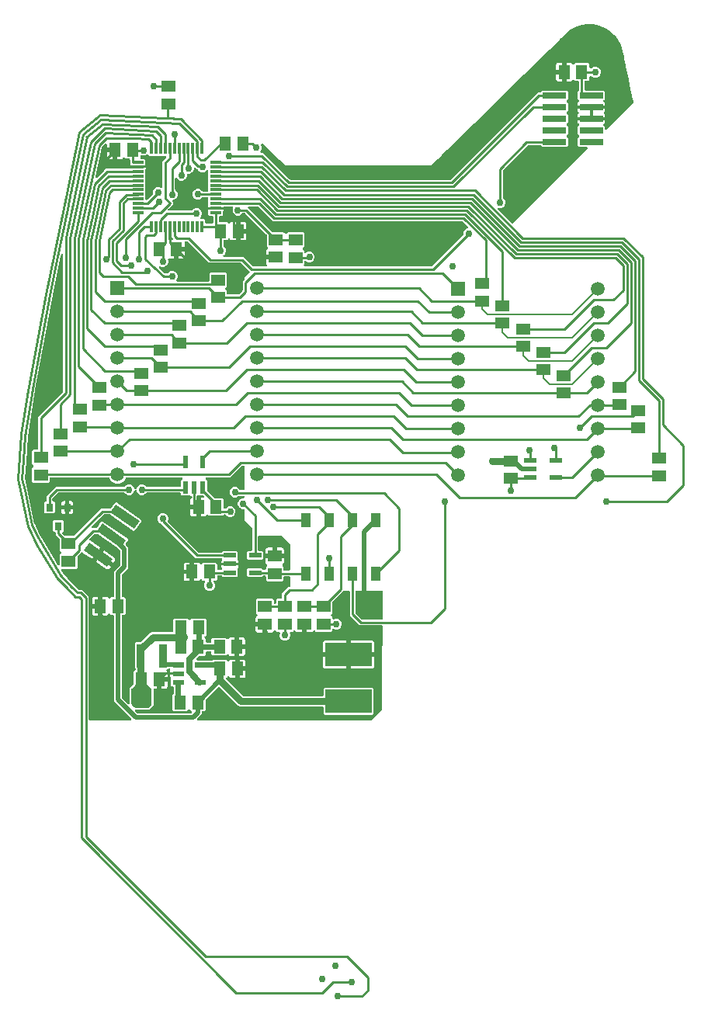
<source format=gbr>
G04 EAGLE Gerber X2 export*
%TF.Part,Single*%
%TF.FileFunction,Copper,L4,Bot,Mixed*%
%TF.FilePolarity,Positive*%
%TF.GenerationSoftware,Autodesk,EAGLE,9.0.1*%
%TF.CreationDate,2018-06-26T08:14:36Z*%
G75*
%MOIN*%
%FSLAX34Y34*%
%LPD*%
%AMOC8*
5,1,8,0,0,1.08239X$1,22.5*%
G01*
%ADD10R,0.011811X0.047244*%
%ADD11R,0.047244X0.011811*%
%ADD12R,0.033465X0.098425*%
%ADD13R,0.051181X0.059055*%
%ADD14R,0.059055X0.051181*%
%ADD15R,0.059370X0.059370*%
%ADD16C,0.059370*%
%ADD17R,0.022000X0.052000*%
%ADD18R,0.052000X0.022000*%
%ADD19R,0.098425X0.025591*%
%ADD20C,0.003031*%
%ADD21R,0.031000X0.035000*%
%ADD22R,0.039000X0.061000*%
%ADD23R,0.200000X0.100000*%
%ADD24R,0.040157X0.124803*%
%ADD25C,0.020000*%
%ADD26C,0.029780*%
%ADD27C,0.010000*%
%ADD28C,0.030000*%
%ADD29C,0.022000*%
%ADD30C,0.039370*%
%ADD31C,0.025000*%
%ADD32C,0.006000*%

G36*
X15494Y19891D02*
X15494Y19891D01*
X15499Y19891D01*
X15500Y19892D01*
X15502Y19892D01*
X15506Y19894D01*
X15510Y19895D01*
X15512Y19896D01*
X15514Y19897D01*
X15524Y19904D01*
X15524Y19905D01*
X15525Y19905D01*
X15945Y20325D01*
X15947Y20329D01*
X15950Y20332D01*
X15951Y20333D01*
X15952Y20335D01*
X15954Y20339D01*
X15956Y20343D01*
X15956Y20344D01*
X15957Y20346D01*
X15959Y20359D01*
X15959Y20360D01*
X15959Y22230D01*
X15982Y23929D01*
X15982Y23935D01*
X15981Y23940D01*
X15981Y23941D01*
X15981Y23942D01*
X15979Y23947D01*
X15977Y23952D01*
X15976Y23953D01*
X15973Y23958D01*
X15970Y23962D01*
X15970Y23963D01*
X15969Y23963D01*
X15965Y23967D01*
X15961Y23970D01*
X15960Y23971D01*
X15955Y23974D01*
X15950Y23976D01*
X15949Y23976D01*
X15948Y23977D01*
X15936Y23979D01*
X15934Y23979D01*
X15933Y23979D01*
X15000Y23979D01*
X14915Y24064D01*
X14664Y24315D01*
X14579Y24400D01*
X14579Y25410D01*
X14579Y25415D01*
X14578Y25420D01*
X14578Y25421D01*
X14578Y25422D01*
X14576Y25427D01*
X14574Y25432D01*
X14574Y25433D01*
X14573Y25434D01*
X14570Y25438D01*
X14567Y25442D01*
X14566Y25443D01*
X14566Y25444D01*
X14562Y25447D01*
X14558Y25450D01*
X14557Y25451D01*
X14556Y25452D01*
X14552Y25454D01*
X14547Y25456D01*
X14546Y25456D01*
X14545Y25457D01*
X14533Y25459D01*
X14531Y25459D01*
X14530Y25459D01*
X14319Y25459D01*
X14314Y25459D01*
X14310Y25459D01*
X14308Y25458D01*
X14306Y25458D01*
X14302Y25456D01*
X14298Y25455D01*
X14297Y25454D01*
X14295Y25453D01*
X14285Y25446D01*
X14284Y25445D01*
X14236Y25397D01*
X13838Y24999D01*
X13835Y24996D01*
X13833Y24993D01*
X13832Y24991D01*
X13830Y24989D01*
X13829Y24985D01*
X13827Y24982D01*
X13827Y24980D01*
X13826Y24978D01*
X13824Y24966D01*
X13824Y24965D01*
X13824Y24964D01*
X13824Y24490D01*
X13774Y24440D01*
X13771Y24436D01*
X13768Y24433D01*
X13767Y24432D01*
X13766Y24431D01*
X13764Y24426D01*
X13762Y24422D01*
X13762Y24420D01*
X13761Y24419D01*
X13761Y24414D01*
X13760Y24409D01*
X13760Y24408D01*
X13759Y24407D01*
X13760Y24402D01*
X13760Y24397D01*
X13761Y24396D01*
X13761Y24394D01*
X13762Y24390D01*
X13764Y24385D01*
X13764Y24384D01*
X13765Y24383D01*
X13772Y24373D01*
X13773Y24372D01*
X13774Y24371D01*
X13824Y24321D01*
X13824Y24279D01*
X13824Y24277D01*
X13824Y24275D01*
X13825Y24271D01*
X13825Y24267D01*
X13826Y24265D01*
X13826Y24263D01*
X13828Y24259D01*
X13830Y24255D01*
X13831Y24254D01*
X13832Y24252D01*
X13835Y24249D01*
X13837Y24245D01*
X13839Y24244D01*
X13840Y24242D01*
X13844Y24240D01*
X13847Y24237D01*
X13849Y24237D01*
X13851Y24235D01*
X13854Y24234D01*
X13858Y24232D01*
X13860Y24232D01*
X13862Y24231D01*
X13866Y24231D01*
X13870Y24230D01*
X13872Y24230D01*
X13875Y24230D01*
X13877Y24231D01*
X13883Y24231D01*
X13889Y24233D01*
X13892Y24234D01*
X13954Y24260D01*
X14046Y24260D01*
X14130Y24225D01*
X14195Y24160D01*
X14230Y24076D01*
X14230Y23984D01*
X14195Y23900D01*
X14130Y23835D01*
X14046Y23800D01*
X13954Y23800D01*
X13892Y23826D01*
X13890Y23827D01*
X13888Y23828D01*
X13884Y23828D01*
X13880Y23830D01*
X13878Y23830D01*
X13875Y23830D01*
X13871Y23830D01*
X13867Y23830D01*
X13865Y23829D01*
X13863Y23829D01*
X13859Y23828D01*
X13855Y23827D01*
X13853Y23826D01*
X13851Y23825D01*
X13848Y23823D01*
X13844Y23821D01*
X13843Y23819D01*
X13841Y23818D01*
X13838Y23815D01*
X13835Y23812D01*
X13834Y23811D01*
X13833Y23809D01*
X13831Y23805D01*
X13828Y23802D01*
X13828Y23800D01*
X13827Y23798D01*
X13826Y23796D01*
X13825Y23790D01*
X13824Y23783D01*
X13824Y23781D01*
X13824Y23742D01*
X13776Y23695D01*
X13119Y23695D01*
X13080Y23734D01*
X13076Y23737D01*
X13072Y23740D01*
X13071Y23741D01*
X13070Y23741D01*
X13065Y23743D01*
X13061Y23746D01*
X13060Y23746D01*
X13059Y23746D01*
X13054Y23747D01*
X13049Y23748D01*
X13047Y23748D01*
X13046Y23748D01*
X13041Y23748D01*
X13036Y23747D01*
X13035Y23747D01*
X13034Y23747D01*
X13029Y23745D01*
X13024Y23744D01*
X13023Y23743D01*
X13022Y23743D01*
X13018Y23740D01*
X13014Y23737D01*
X13013Y23736D01*
X13012Y23736D01*
X13004Y23726D01*
X13003Y23725D01*
X13002Y23724D01*
X12997Y23714D01*
X12978Y23695D01*
X12955Y23682D01*
X12929Y23675D01*
X12720Y23675D01*
X12720Y23981D01*
X12719Y23986D01*
X12719Y23991D01*
X12719Y23993D01*
X12719Y23994D01*
X12717Y23998D01*
X12715Y24003D01*
X12714Y24004D01*
X12714Y24005D01*
X12711Y24009D01*
X12708Y24013D01*
X12707Y24014D01*
X12707Y24015D01*
X12703Y24019D01*
X12699Y24022D01*
X12698Y24022D01*
X12697Y24023D01*
X12692Y24025D01*
X12688Y24028D01*
X12687Y24028D01*
X12686Y24028D01*
X12673Y24031D01*
X12672Y24031D01*
X12671Y24031D01*
X12571Y24031D01*
X12566Y24030D01*
X12561Y24030D01*
X12560Y24029D01*
X12559Y24029D01*
X12554Y24027D01*
X12549Y24026D01*
X12548Y24025D01*
X12547Y24025D01*
X12543Y24022D01*
X12539Y24019D01*
X12538Y24018D01*
X12537Y24017D01*
X12534Y24013D01*
X12531Y24010D01*
X12530Y24009D01*
X12529Y24008D01*
X12527Y24003D01*
X12525Y23999D01*
X12525Y23998D01*
X12524Y23996D01*
X12522Y23984D01*
X12522Y23983D01*
X12522Y23981D01*
X12522Y23675D01*
X12312Y23675D01*
X12287Y23682D01*
X12264Y23695D01*
X12245Y23714D01*
X12238Y23726D01*
X12235Y23730D01*
X12232Y23734D01*
X12231Y23735D01*
X12230Y23736D01*
X12226Y23739D01*
X12223Y23742D01*
X12222Y23743D01*
X12221Y23743D01*
X12216Y23746D01*
X12211Y23748D01*
X12210Y23748D01*
X12209Y23748D01*
X12204Y23749D01*
X12199Y23750D01*
X12198Y23750D01*
X12197Y23750D01*
X12192Y23750D01*
X12187Y23750D01*
X12186Y23749D01*
X12185Y23749D01*
X12180Y23748D01*
X12175Y23746D01*
X12174Y23746D01*
X12173Y23745D01*
X12163Y23738D01*
X12161Y23737D01*
X12160Y23736D01*
X12119Y23695D01*
X12052Y23695D01*
X12050Y23695D01*
X12048Y23695D01*
X12044Y23694D01*
X12040Y23693D01*
X12038Y23692D01*
X12036Y23692D01*
X12032Y23690D01*
X12028Y23689D01*
X12027Y23687D01*
X12025Y23686D01*
X12022Y23684D01*
X12018Y23681D01*
X12017Y23680D01*
X12015Y23678D01*
X12013Y23675D01*
X12011Y23672D01*
X12010Y23670D01*
X12008Y23668D01*
X12007Y23664D01*
X12005Y23660D01*
X12005Y23658D01*
X12004Y23656D01*
X12004Y23652D01*
X12003Y23648D01*
X12003Y23646D01*
X12003Y23644D01*
X12004Y23641D01*
X12004Y23636D01*
X12006Y23629D01*
X12007Y23627D01*
X12020Y23596D01*
X12020Y23504D01*
X11985Y23420D01*
X11920Y23355D01*
X11836Y23320D01*
X11744Y23320D01*
X11660Y23355D01*
X11595Y23420D01*
X11560Y23504D01*
X11560Y23596D01*
X11573Y23627D01*
X11574Y23629D01*
X11575Y23631D01*
X11575Y23635D01*
X11576Y23639D01*
X11577Y23641D01*
X11577Y23643D01*
X11577Y23647D01*
X11577Y23651D01*
X11576Y23653D01*
X11576Y23655D01*
X11575Y23659D01*
X11574Y23663D01*
X11573Y23665D01*
X11572Y23667D01*
X11570Y23671D01*
X11568Y23674D01*
X11566Y23676D01*
X11565Y23678D01*
X11562Y23680D01*
X11559Y23683D01*
X11558Y23684D01*
X11556Y23686D01*
X11552Y23688D01*
X11549Y23690D01*
X11547Y23691D01*
X11545Y23692D01*
X11542Y23692D01*
X11537Y23694D01*
X11530Y23694D01*
X11528Y23695D01*
X11462Y23695D01*
X11401Y23756D01*
X11396Y23759D01*
X11392Y23763D01*
X11391Y23763D01*
X11391Y23764D01*
X11386Y23766D01*
X11381Y23768D01*
X11380Y23768D01*
X11379Y23769D01*
X11374Y23769D01*
X11369Y23770D01*
X11368Y23770D01*
X11367Y23771D01*
X11362Y23770D01*
X11356Y23770D01*
X11356Y23769D01*
X11355Y23769D01*
X11350Y23767D01*
X11345Y23766D01*
X11344Y23765D01*
X11343Y23765D01*
X11339Y23762D01*
X11334Y23759D01*
X11333Y23758D01*
X11329Y23754D01*
X11326Y23750D01*
X11325Y23749D01*
X11325Y23748D01*
X11319Y23737D01*
X11319Y23735D01*
X11318Y23734D01*
X11318Y23732D01*
X11304Y23709D01*
X11286Y23690D01*
X11263Y23677D01*
X11237Y23670D01*
X11028Y23670D01*
X11028Y23977D01*
X11027Y23982D01*
X11027Y23987D01*
X11026Y23988D01*
X11026Y23989D01*
X11024Y23994D01*
X11023Y23999D01*
X11022Y24000D01*
X11022Y24001D01*
X11019Y24005D01*
X11016Y24009D01*
X11015Y24010D01*
X11014Y24011D01*
X11010Y24014D01*
X11007Y24017D01*
X11006Y24018D01*
X11005Y24019D01*
X11000Y24021D01*
X10996Y24023D01*
X10995Y24023D01*
X10993Y24024D01*
X10981Y24026D01*
X10980Y24026D01*
X10979Y24026D01*
X10928Y24026D01*
X10928Y24077D01*
X10927Y24082D01*
X10927Y24087D01*
X10926Y24088D01*
X10926Y24089D01*
X10924Y24094D01*
X10923Y24099D01*
X10922Y24100D01*
X10922Y24101D01*
X10919Y24105D01*
X10916Y24109D01*
X10915Y24110D01*
X10914Y24111D01*
X10910Y24114D01*
X10907Y24117D01*
X10906Y24118D01*
X10905Y24119D01*
X10900Y24121D01*
X10896Y24123D01*
X10895Y24123D01*
X10893Y24124D01*
X10881Y24126D01*
X10880Y24126D01*
X10878Y24126D01*
X10532Y24126D01*
X10532Y24296D01*
X10539Y24322D01*
X10553Y24345D01*
X10571Y24363D01*
X10581Y24369D01*
X10585Y24372D01*
X10590Y24375D01*
X10590Y24376D01*
X10591Y24377D01*
X10594Y24381D01*
X10598Y24385D01*
X10598Y24386D01*
X10599Y24386D01*
X10601Y24391D01*
X10603Y24396D01*
X10603Y24397D01*
X10604Y24398D01*
X10605Y24403D01*
X10606Y24408D01*
X10606Y24409D01*
X10606Y24410D01*
X10605Y24415D01*
X10605Y24420D01*
X10605Y24421D01*
X10605Y24422D01*
X10603Y24427D01*
X10601Y24432D01*
X10601Y24433D01*
X10601Y24434D01*
X10594Y24444D01*
X10592Y24446D01*
X10591Y24447D01*
X10552Y24486D01*
X10552Y25064D01*
X10600Y25112D01*
X11257Y25112D01*
X11305Y25064D01*
X11305Y24950D01*
X11305Y24945D01*
X11306Y24940D01*
X11306Y24938D01*
X11306Y24937D01*
X11308Y24933D01*
X11310Y24928D01*
X11310Y24927D01*
X11311Y24926D01*
X11314Y24922D01*
X11316Y24918D01*
X11317Y24917D01*
X11318Y24916D01*
X11322Y24913D01*
X11326Y24909D01*
X11327Y24909D01*
X11328Y24908D01*
X11332Y24906D01*
X11337Y24903D01*
X11338Y24903D01*
X11339Y24903D01*
X11351Y24900D01*
X11353Y24900D01*
X11354Y24900D01*
X11365Y24900D01*
X11370Y24901D01*
X11375Y24901D01*
X11376Y24902D01*
X11378Y24902D01*
X11382Y24904D01*
X11387Y24905D01*
X11388Y24906D01*
X11389Y24906D01*
X11393Y24909D01*
X11397Y24912D01*
X11398Y24913D01*
X11399Y24914D01*
X11402Y24918D01*
X11406Y24921D01*
X11406Y24922D01*
X11407Y24923D01*
X11409Y24928D01*
X11411Y24932D01*
X11412Y24933D01*
X11412Y24935D01*
X11414Y24947D01*
X11414Y24949D01*
X11415Y24950D01*
X11415Y25069D01*
X11462Y25116D01*
X11621Y25116D01*
X11625Y25117D01*
X11630Y25117D01*
X11632Y25118D01*
X11633Y25118D01*
X11637Y25120D01*
X11642Y25121D01*
X11643Y25122D01*
X11644Y25122D01*
X11648Y25125D01*
X11653Y25128D01*
X11653Y25129D01*
X11654Y25130D01*
X11658Y25134D01*
X11661Y25137D01*
X11661Y25138D01*
X11662Y25139D01*
X11664Y25144D01*
X11667Y25148D01*
X11667Y25149D01*
X11668Y25151D01*
X11670Y25163D01*
X11670Y25164D01*
X11670Y25165D01*
X11670Y25341D01*
X11950Y25621D01*
X11980Y25621D01*
X11986Y25621D01*
X11991Y25622D01*
X11992Y25622D01*
X11998Y25624D01*
X12003Y25626D01*
X12003Y25627D01*
X12004Y25627D01*
X12008Y25630D01*
X12013Y25633D01*
X12013Y25634D01*
X12014Y25634D01*
X12017Y25639D01*
X12021Y25643D01*
X12022Y25644D01*
X12024Y25649D01*
X12027Y25654D01*
X12027Y25655D01*
X12028Y25661D01*
X12029Y25666D01*
X12029Y25667D01*
X12029Y25673D01*
X12029Y25679D01*
X12028Y25679D01*
X12028Y25680D01*
X12026Y25685D01*
X12025Y25690D01*
X12025Y25691D01*
X12024Y25692D01*
X12017Y25702D01*
X12016Y25704D01*
X12015Y25705D01*
X12009Y25710D01*
X12009Y26032D01*
X12009Y26037D01*
X12008Y26042D01*
X12008Y26043D01*
X12008Y26044D01*
X12006Y26049D01*
X12004Y26054D01*
X12004Y26055D01*
X12003Y26056D01*
X12000Y26060D01*
X11997Y26064D01*
X11996Y26065D01*
X11996Y26066D01*
X11992Y26069D01*
X11988Y26072D01*
X11987Y26073D01*
X11986Y26074D01*
X11982Y26076D01*
X11977Y26078D01*
X11976Y26078D01*
X11975Y26079D01*
X11963Y26081D01*
X11961Y26081D01*
X11960Y26081D01*
X11773Y26081D01*
X11768Y26081D01*
X11763Y26080D01*
X11762Y26080D01*
X11761Y26080D01*
X11756Y26078D01*
X11752Y26076D01*
X11751Y26076D01*
X11749Y26075D01*
X11745Y26072D01*
X11741Y26069D01*
X11740Y26068D01*
X11739Y26068D01*
X11736Y26064D01*
X11733Y26060D01*
X11732Y26059D01*
X11732Y26058D01*
X11729Y26054D01*
X11727Y26049D01*
X11727Y26048D01*
X11726Y26047D01*
X11724Y26035D01*
X11724Y26033D01*
X11724Y26032D01*
X11724Y25913D01*
X11677Y25865D01*
X11019Y25865D01*
X10972Y25913D01*
X10972Y26065D01*
X10971Y26070D01*
X10971Y26075D01*
X10971Y26076D01*
X10970Y26077D01*
X10969Y26082D01*
X10967Y26087D01*
X10966Y26088D01*
X10966Y26089D01*
X10963Y26093D01*
X10960Y26097D01*
X10959Y26098D01*
X10958Y26099D01*
X10955Y26102D01*
X10951Y26105D01*
X10950Y26106D01*
X10949Y26107D01*
X10944Y26109D01*
X10940Y26111D01*
X10939Y26111D01*
X10938Y26112D01*
X10925Y26114D01*
X10924Y26114D01*
X10923Y26114D01*
X10891Y26114D01*
X10887Y26114D01*
X10883Y26114D01*
X10881Y26113D01*
X10879Y26113D01*
X10875Y26111D01*
X10871Y26110D01*
X10870Y26109D01*
X10868Y26108D01*
X10858Y26101D01*
X10857Y26100D01*
X10801Y26044D01*
X10214Y26044D01*
X10167Y26092D01*
X10167Y26379D01*
X10214Y26426D01*
X10801Y26426D01*
X10857Y26370D01*
X10860Y26368D01*
X10863Y26365D01*
X10865Y26364D01*
X10866Y26363D01*
X10870Y26361D01*
X10874Y26359D01*
X10876Y26359D01*
X10878Y26358D01*
X10890Y26356D01*
X10891Y26356D01*
X10923Y26356D01*
X10928Y26356D01*
X10933Y26357D01*
X10934Y26357D01*
X10935Y26357D01*
X10940Y26359D01*
X10944Y26361D01*
X10945Y26362D01*
X10947Y26362D01*
X10951Y26365D01*
X10955Y26368D01*
X10956Y26369D01*
X10957Y26369D01*
X10960Y26373D01*
X10963Y26377D01*
X10964Y26378D01*
X10965Y26379D01*
X10967Y26383D01*
X10969Y26388D01*
X10969Y26389D01*
X10970Y26390D01*
X10972Y26403D01*
X10972Y26404D01*
X10972Y26405D01*
X10972Y26491D01*
X11011Y26530D01*
X11014Y26534D01*
X11017Y26538D01*
X11018Y26539D01*
X11019Y26540D01*
X11021Y26545D01*
X11023Y26549D01*
X11023Y26551D01*
X11023Y26552D01*
X11024Y26557D01*
X11025Y26562D01*
X11025Y26563D01*
X11025Y26564D01*
X11025Y26569D01*
X11025Y26574D01*
X11024Y26575D01*
X11024Y26576D01*
X11022Y26581D01*
X11021Y26586D01*
X11020Y26587D01*
X11020Y26588D01*
X11017Y26592D01*
X11014Y26596D01*
X11013Y26597D01*
X11013Y26598D01*
X11003Y26606D01*
X11002Y26607D01*
X11001Y26608D01*
X10991Y26613D01*
X10972Y26632D01*
X10959Y26655D01*
X10952Y26681D01*
X10952Y26851D01*
X11298Y26851D01*
X11303Y26851D01*
X11308Y26852D01*
X11309Y26852D01*
X11310Y26852D01*
X11315Y26854D01*
X11320Y26856D01*
X11321Y26856D01*
X11322Y26857D01*
X11326Y26860D01*
X11330Y26863D01*
X11331Y26864D01*
X11332Y26864D01*
X11335Y26868D01*
X11338Y26872D01*
X11339Y26873D01*
X11340Y26874D01*
X11342Y26878D01*
X11344Y26883D01*
X11344Y26884D01*
X11345Y26885D01*
X11347Y26897D01*
X11347Y26899D01*
X11347Y26900D01*
X11347Y26951D01*
X11349Y26951D01*
X11349Y26900D01*
X11349Y26895D01*
X11350Y26890D01*
X11350Y26889D01*
X11350Y26888D01*
X11352Y26883D01*
X11354Y26878D01*
X11354Y26877D01*
X11355Y26876D01*
X11358Y26872D01*
X11361Y26868D01*
X11362Y26867D01*
X11362Y26866D01*
X11366Y26863D01*
X11370Y26860D01*
X11371Y26859D01*
X11372Y26858D01*
X11376Y26856D01*
X11381Y26854D01*
X11382Y26854D01*
X11383Y26853D01*
X11395Y26851D01*
X11397Y26851D01*
X11398Y26851D01*
X11744Y26851D01*
X11744Y26681D01*
X11737Y26655D01*
X11724Y26632D01*
X11705Y26613D01*
X11695Y26608D01*
X11691Y26605D01*
X11687Y26602D01*
X11686Y26601D01*
X11685Y26600D01*
X11682Y26596D01*
X11679Y26592D01*
X11678Y26591D01*
X11678Y26590D01*
X11676Y26586D01*
X11673Y26581D01*
X11673Y26580D01*
X11673Y26579D01*
X11672Y26574D01*
X11671Y26569D01*
X11671Y26568D01*
X11671Y26567D01*
X11671Y26562D01*
X11671Y26557D01*
X11672Y26556D01*
X11672Y26554D01*
X11674Y26550D01*
X11675Y26545D01*
X11676Y26544D01*
X11676Y26543D01*
X11683Y26532D01*
X11684Y26531D01*
X11685Y26530D01*
X11724Y26491D01*
X11724Y26372D01*
X11725Y26367D01*
X11725Y26362D01*
X11725Y26361D01*
X11726Y26360D01*
X11727Y26355D01*
X11729Y26350D01*
X11730Y26349D01*
X11730Y26348D01*
X11733Y26344D01*
X11736Y26340D01*
X11737Y26339D01*
X11738Y26338D01*
X11741Y26335D01*
X11745Y26332D01*
X11746Y26331D01*
X11747Y26330D01*
X11752Y26328D01*
X11756Y26326D01*
X11757Y26326D01*
X11758Y26325D01*
X11771Y26323D01*
X11772Y26323D01*
X11773Y26323D01*
X11960Y26323D01*
X11965Y26323D01*
X11970Y26324D01*
X11971Y26324D01*
X11972Y26324D01*
X11977Y26326D01*
X11982Y26328D01*
X11983Y26328D01*
X11984Y26329D01*
X11988Y26332D01*
X11992Y26335D01*
X11993Y26335D01*
X11994Y26336D01*
X11997Y26340D01*
X12000Y26344D01*
X12001Y26345D01*
X12002Y26346D01*
X12004Y26350D01*
X12006Y26355D01*
X12006Y26356D01*
X12007Y26357D01*
X12009Y26369D01*
X12009Y26371D01*
X12009Y26372D01*
X12009Y27420D01*
X12009Y27424D01*
X12009Y27429D01*
X12008Y27430D01*
X12008Y27432D01*
X12006Y27436D01*
X12005Y27440D01*
X12004Y27442D01*
X12003Y27444D01*
X11996Y27454D01*
X11995Y27454D01*
X11995Y27455D01*
X11645Y27805D01*
X11641Y27807D01*
X11638Y27810D01*
X11637Y27811D01*
X11635Y27812D01*
X11631Y27814D01*
X11627Y27816D01*
X11626Y27816D01*
X11624Y27817D01*
X11611Y27819D01*
X11610Y27819D01*
X10678Y27819D01*
X10673Y27819D01*
X10668Y27818D01*
X10667Y27818D01*
X10665Y27818D01*
X10661Y27816D01*
X10656Y27814D01*
X10655Y27814D01*
X10654Y27813D01*
X10650Y27810D01*
X10646Y27807D01*
X10645Y27806D01*
X10644Y27806D01*
X10641Y27802D01*
X10637Y27798D01*
X10637Y27797D01*
X10636Y27796D01*
X10634Y27792D01*
X10632Y27787D01*
X10631Y27786D01*
X10631Y27785D01*
X10628Y27773D01*
X10629Y27771D01*
X10628Y27770D01*
X10628Y27215D01*
X10629Y27210D01*
X10629Y27205D01*
X10630Y27204D01*
X10630Y27203D01*
X10632Y27198D01*
X10633Y27194D01*
X10634Y27192D01*
X10635Y27191D01*
X10637Y27187D01*
X10640Y27183D01*
X10641Y27182D01*
X10642Y27181D01*
X10646Y27178D01*
X10649Y27175D01*
X10651Y27174D01*
X10652Y27173D01*
X10656Y27171D01*
X10660Y27169D01*
X10661Y27169D01*
X10663Y27168D01*
X10675Y27166D01*
X10677Y27166D01*
X10678Y27166D01*
X10801Y27166D01*
X10848Y27119D01*
X10848Y26832D01*
X10801Y26784D01*
X10214Y26784D01*
X10167Y26832D01*
X10167Y27119D01*
X10214Y27166D01*
X10338Y27166D01*
X10343Y27166D01*
X10347Y27167D01*
X10349Y27167D01*
X10350Y27167D01*
X10355Y27169D01*
X10359Y27171D01*
X10360Y27172D01*
X10362Y27172D01*
X10365Y27175D01*
X10370Y27178D01*
X10370Y27179D01*
X10372Y27179D01*
X10375Y27183D01*
X10378Y27187D01*
X10379Y27188D01*
X10379Y27189D01*
X10381Y27193D01*
X10384Y27198D01*
X10384Y27199D01*
X10385Y27200D01*
X10387Y27213D01*
X10387Y27214D01*
X10387Y27215D01*
X10387Y28102D01*
X10386Y28107D01*
X10386Y28111D01*
X10386Y28113D01*
X10385Y28115D01*
X10384Y28119D01*
X10382Y28123D01*
X10382Y28124D01*
X10381Y28126D01*
X10373Y28136D01*
X10373Y28137D01*
X10372Y28137D01*
X10059Y28450D01*
X10059Y28921D01*
X10059Y28926D01*
X10058Y28931D01*
X10058Y28932D01*
X10058Y28933D01*
X10056Y28938D01*
X10054Y28943D01*
X10054Y28944D01*
X10053Y28945D01*
X10050Y28949D01*
X10047Y28953D01*
X10046Y28954D01*
X10046Y28955D01*
X10042Y28958D01*
X10038Y28961D01*
X10037Y28962D01*
X10036Y28963D01*
X10032Y28965D01*
X10027Y28967D01*
X10026Y28967D01*
X10025Y28968D01*
X10013Y28970D01*
X10011Y28970D01*
X10010Y28970D01*
X9954Y28970D01*
X9870Y29005D01*
X9805Y29070D01*
X9770Y29154D01*
X9770Y29246D01*
X9805Y29330D01*
X9870Y29395D01*
X9954Y29430D01*
X10010Y29430D01*
X10015Y29430D01*
X10020Y29431D01*
X10021Y29431D01*
X10022Y29431D01*
X10027Y29433D01*
X10032Y29435D01*
X10033Y29435D01*
X10034Y29436D01*
X10038Y29439D01*
X10042Y29441D01*
X10043Y29442D01*
X10044Y29443D01*
X10047Y29447D01*
X10050Y29451D01*
X10051Y29452D01*
X10052Y29453D01*
X10054Y29457D01*
X10056Y29462D01*
X10056Y29463D01*
X10057Y29464D01*
X10059Y29476D01*
X10059Y29477D01*
X10059Y29478D01*
X10059Y29479D01*
X10059Y29480D01*
X10059Y29485D01*
X10058Y29490D01*
X10058Y29491D01*
X10058Y29492D01*
X10056Y29497D01*
X10054Y29502D01*
X10054Y29503D01*
X10053Y29504D01*
X10050Y29508D01*
X10047Y29512D01*
X10046Y29513D01*
X10046Y29514D01*
X10042Y29517D01*
X10038Y29520D01*
X10037Y29521D01*
X10036Y29522D01*
X10032Y29524D01*
X10027Y29526D01*
X10026Y29526D01*
X10025Y29527D01*
X10013Y29529D01*
X10011Y29529D01*
X10010Y29529D01*
X9814Y29529D01*
X9810Y29529D01*
X9806Y29529D01*
X9804Y29528D01*
X9802Y29528D01*
X9798Y29526D01*
X9794Y29525D01*
X9793Y29524D01*
X9791Y29523D01*
X9781Y29516D01*
X9780Y29515D01*
X9770Y29505D01*
X9686Y29470D01*
X9594Y29470D01*
X9510Y29505D01*
X9445Y29570D01*
X9410Y29654D01*
X9410Y29746D01*
X9445Y29830D01*
X9510Y29895D01*
X9594Y29930D01*
X9686Y29930D01*
X9770Y29895D01*
X9835Y29830D01*
X9847Y29801D01*
X9847Y29800D01*
X9848Y29798D01*
X9850Y29794D01*
X9853Y29790D01*
X9854Y29789D01*
X9855Y29788D01*
X9858Y29785D01*
X9862Y29781D01*
X9863Y29781D01*
X9864Y29780D01*
X9868Y29777D01*
X9872Y29775D01*
X9874Y29775D01*
X9875Y29774D01*
X9877Y29773D01*
X9884Y29771D01*
X9890Y29771D01*
X9892Y29771D01*
X10010Y29771D01*
X10015Y29771D01*
X10020Y29772D01*
X10021Y29772D01*
X10022Y29772D01*
X10027Y29774D01*
X10032Y29776D01*
X10033Y29776D01*
X10034Y29777D01*
X10038Y29780D01*
X10042Y29783D01*
X10043Y29784D01*
X10044Y29784D01*
X10047Y29788D01*
X10050Y29792D01*
X10051Y29793D01*
X10052Y29794D01*
X10054Y29798D01*
X10056Y29803D01*
X10056Y29804D01*
X10057Y29805D01*
X10059Y29817D01*
X10059Y29819D01*
X10059Y29820D01*
X10059Y30780D01*
X10059Y30785D01*
X10058Y30790D01*
X10058Y30791D01*
X10058Y30792D01*
X10056Y30797D01*
X10054Y30802D01*
X10054Y30803D01*
X10053Y30804D01*
X10050Y30808D01*
X10047Y30812D01*
X10046Y30813D01*
X10046Y30814D01*
X10042Y30817D01*
X10038Y30820D01*
X10037Y30821D01*
X10036Y30822D01*
X10032Y30824D01*
X10027Y30826D01*
X10026Y30826D01*
X10025Y30827D01*
X10013Y30829D01*
X10011Y30829D01*
X10010Y30829D01*
X9970Y30829D01*
X9966Y30829D01*
X9962Y30829D01*
X9960Y30828D01*
X9958Y30828D01*
X9954Y30826D01*
X9950Y30825D01*
X9949Y30824D01*
X9947Y30823D01*
X9937Y30816D01*
X9936Y30815D01*
X9526Y30405D01*
X9441Y30320D01*
X8427Y30320D01*
X8422Y30319D01*
X8416Y30319D01*
X8415Y30319D01*
X8410Y30317D01*
X8405Y30315D01*
X8404Y30314D01*
X8399Y30311D01*
X8395Y30308D01*
X8394Y30307D01*
X8390Y30302D01*
X8386Y30298D01*
X8386Y30297D01*
X8383Y30292D01*
X8381Y30287D01*
X8381Y30286D01*
X8380Y30286D01*
X8380Y30280D01*
X8378Y30275D01*
X8378Y30274D01*
X8379Y30268D01*
X8379Y30262D01*
X8379Y30261D01*
X8381Y30256D01*
X8383Y30251D01*
X8383Y30250D01*
X8383Y30249D01*
X8390Y30239D01*
X8392Y30237D01*
X8393Y30236D01*
X8442Y30187D01*
X8442Y29759D01*
X8443Y29755D01*
X8443Y29750D01*
X8444Y29749D01*
X8444Y29747D01*
X8445Y29743D01*
X8447Y29739D01*
X8448Y29737D01*
X8448Y29735D01*
X8456Y29725D01*
X8457Y29724D01*
X8740Y29440D01*
X8744Y29438D01*
X8747Y29435D01*
X8749Y29434D01*
X8750Y29433D01*
X8754Y29431D01*
X8758Y29429D01*
X8759Y29429D01*
X8762Y29428D01*
X8774Y29426D01*
X8775Y29426D01*
X9113Y29426D01*
X9161Y29379D01*
X9161Y29030D01*
X9161Y29025D01*
X9162Y29020D01*
X9162Y29019D01*
X9162Y29018D01*
X9164Y29013D01*
X9166Y29008D01*
X9166Y29007D01*
X9167Y29006D01*
X9170Y29002D01*
X9172Y28998D01*
X9173Y28997D01*
X9174Y28996D01*
X9178Y28993D01*
X9182Y28990D01*
X9183Y28989D01*
X9184Y28988D01*
X9188Y28986D01*
X9193Y28984D01*
X9194Y28984D01*
X9195Y28983D01*
X9207Y28981D01*
X9209Y28981D01*
X9210Y28981D01*
X9216Y28981D01*
X9220Y28981D01*
X9224Y28981D01*
X9226Y28982D01*
X9228Y28982D01*
X9232Y28984D01*
X9236Y28985D01*
X9237Y28986D01*
X9239Y28987D01*
X9249Y28994D01*
X9250Y28995D01*
X9310Y29055D01*
X9394Y29090D01*
X9486Y29090D01*
X9570Y29055D01*
X9635Y28990D01*
X9670Y28906D01*
X9670Y28814D01*
X9635Y28730D01*
X9570Y28665D01*
X9486Y28630D01*
X9394Y28630D01*
X9310Y28665D01*
X9250Y28725D01*
X9247Y28727D01*
X9244Y28730D01*
X9242Y28731D01*
X9241Y28732D01*
X9237Y28734D01*
X9233Y28736D01*
X9231Y28736D01*
X9229Y28737D01*
X9217Y28739D01*
X9216Y28739D01*
X9199Y28739D01*
X9195Y28739D01*
X9191Y28739D01*
X9189Y28738D01*
X9187Y28738D01*
X9183Y28736D01*
X9179Y28735D01*
X9177Y28734D01*
X9175Y28733D01*
X9165Y28726D01*
X9165Y28725D01*
X9164Y28725D01*
X9113Y28674D01*
X8535Y28674D01*
X8496Y28713D01*
X8492Y28716D01*
X8488Y28719D01*
X8487Y28720D01*
X8486Y28721D01*
X8481Y28723D01*
X8476Y28725D01*
X8475Y28725D01*
X8474Y28725D01*
X8469Y28726D01*
X8464Y28727D01*
X8463Y28727D01*
X8462Y28727D01*
X8457Y28727D01*
X8452Y28727D01*
X8451Y28726D01*
X8450Y28726D01*
X8445Y28724D01*
X8440Y28723D01*
X8439Y28722D01*
X8438Y28722D01*
X8434Y28719D01*
X8430Y28716D01*
X8429Y28715D01*
X8428Y28715D01*
X8420Y28705D01*
X8419Y28704D01*
X8418Y28703D01*
X8413Y28693D01*
X8394Y28674D01*
X8371Y28661D01*
X8345Y28654D01*
X8175Y28654D01*
X8175Y29000D01*
X8175Y29005D01*
X8174Y29010D01*
X8174Y29011D01*
X8174Y29012D01*
X8172Y29017D01*
X8170Y29022D01*
X8170Y29023D01*
X8169Y29024D01*
X8166Y29028D01*
X8163Y29032D01*
X8162Y29033D01*
X8162Y29034D01*
X8158Y29037D01*
X8154Y29040D01*
X8153Y29041D01*
X8152Y29042D01*
X8148Y29044D01*
X8143Y29046D01*
X8142Y29046D01*
X8141Y29047D01*
X8129Y29049D01*
X8127Y29049D01*
X8126Y29049D01*
X8075Y29049D01*
X8075Y29051D01*
X8126Y29051D01*
X8131Y29051D01*
X8136Y29052D01*
X8137Y29052D01*
X8138Y29052D01*
X8143Y29054D01*
X8148Y29056D01*
X8149Y29056D01*
X8150Y29057D01*
X8154Y29060D01*
X8158Y29063D01*
X8159Y29064D01*
X8160Y29064D01*
X8163Y29068D01*
X8166Y29072D01*
X8167Y29073D01*
X8168Y29074D01*
X8170Y29078D01*
X8172Y29083D01*
X8172Y29084D01*
X8173Y29085D01*
X8175Y29097D01*
X8175Y29098D01*
X8175Y29099D01*
X8175Y29100D01*
X8175Y29446D01*
X8274Y29446D01*
X8280Y29447D01*
X8285Y29447D01*
X8286Y29448D01*
X8287Y29448D01*
X8292Y29450D01*
X8297Y29452D01*
X8298Y29452D01*
X8303Y29456D01*
X8307Y29459D01*
X8308Y29459D01*
X8308Y29460D01*
X8312Y29464D01*
X8315Y29468D01*
X8316Y29469D01*
X8318Y29474D01*
X8321Y29479D01*
X8321Y29480D01*
X8322Y29486D01*
X8323Y29491D01*
X8323Y29492D01*
X8323Y29493D01*
X8323Y29498D01*
X8323Y29504D01*
X8323Y29505D01*
X8321Y29510D01*
X8319Y29516D01*
X8319Y29517D01*
X8312Y29527D01*
X8310Y29529D01*
X8309Y29530D01*
X8301Y29538D01*
X8298Y29541D01*
X8295Y29543D01*
X8293Y29544D01*
X8292Y29546D01*
X8288Y29547D01*
X8284Y29549D01*
X8282Y29549D01*
X8280Y29550D01*
X8268Y29552D01*
X8267Y29552D01*
X8106Y29552D01*
X8105Y29553D01*
X8101Y29555D01*
X8096Y29557D01*
X8095Y29558D01*
X8093Y29558D01*
X8089Y29559D01*
X8084Y29560D01*
X8083Y29560D01*
X8081Y29560D01*
X8076Y29560D01*
X8072Y29559D01*
X8071Y29559D01*
X8069Y29559D01*
X8057Y29555D01*
X8056Y29554D01*
X8055Y29554D01*
X8030Y29539D01*
X8013Y29535D01*
X8009Y29533D01*
X8004Y29531D01*
X8003Y29530D01*
X8002Y29530D01*
X7998Y29527D01*
X7994Y29524D01*
X7993Y29523D01*
X7992Y29522D01*
X7989Y29519D01*
X7986Y29515D01*
X7985Y29514D01*
X7984Y29513D01*
X7982Y29508D01*
X7980Y29504D01*
X7980Y29503D01*
X7979Y29501D01*
X7977Y29489D01*
X7977Y29488D01*
X7977Y29487D01*
X7977Y29149D01*
X7719Y29149D01*
X7719Y29359D01*
X7726Y29384D01*
X7739Y29407D01*
X7758Y29426D01*
X7783Y29440D01*
X7788Y29444D01*
X7793Y29447D01*
X7793Y29448D01*
X7797Y29452D01*
X7801Y29457D01*
X7801Y29458D01*
X7803Y29463D01*
X7806Y29468D01*
X7806Y29469D01*
X7807Y29475D01*
X7808Y29480D01*
X7808Y29481D01*
X7807Y29487D01*
X7807Y29493D01*
X7807Y29494D01*
X7805Y29499D01*
X7803Y29505D01*
X7799Y29510D01*
X7796Y29515D01*
X7796Y29516D01*
X7791Y29519D01*
X7787Y29523D01*
X7787Y29524D01*
X7786Y29524D01*
X7781Y29526D01*
X7776Y29529D01*
X7775Y29529D01*
X7763Y29532D01*
X7760Y29532D01*
X7759Y29532D01*
X7758Y29532D01*
X7733Y29539D01*
X7708Y29554D01*
X7703Y29555D01*
X7699Y29557D01*
X7698Y29558D01*
X7696Y29558D01*
X7692Y29559D01*
X7687Y29560D01*
X7686Y29560D01*
X7684Y29560D01*
X7679Y29560D01*
X7675Y29559D01*
X7673Y29559D01*
X7672Y29559D01*
X7667Y29557D01*
X7663Y29556D01*
X7662Y29555D01*
X7660Y29554D01*
X7657Y29552D01*
X7368Y29552D01*
X7321Y29600D01*
X7321Y29630D01*
X7320Y29635D01*
X7320Y29640D01*
X7319Y29641D01*
X7319Y29642D01*
X7317Y29647D01*
X7316Y29652D01*
X7315Y29653D01*
X7315Y29654D01*
X7312Y29658D01*
X7309Y29662D01*
X7308Y29663D01*
X7307Y29664D01*
X7303Y29667D01*
X7300Y29670D01*
X7299Y29671D01*
X7298Y29672D01*
X7293Y29674D01*
X7289Y29676D01*
X7288Y29676D01*
X7286Y29677D01*
X7274Y29679D01*
X7273Y29679D01*
X7271Y29679D01*
X5874Y29679D01*
X5870Y29679D01*
X5866Y29679D01*
X5864Y29678D01*
X5862Y29678D01*
X5858Y29676D01*
X5854Y29675D01*
X5853Y29674D01*
X5851Y29673D01*
X5841Y29666D01*
X5840Y29665D01*
X5780Y29605D01*
X5696Y29570D01*
X5604Y29570D01*
X5520Y29605D01*
X5455Y29670D01*
X5420Y29754D01*
X5418Y29759D01*
X5415Y29764D01*
X5414Y29765D01*
X5410Y29769D01*
X5407Y29773D01*
X5406Y29773D01*
X5406Y29774D01*
X5401Y29777D01*
X5396Y29780D01*
X5395Y29780D01*
X5390Y29782D01*
X5384Y29783D01*
X5384Y29784D01*
X5383Y29784D01*
X5378Y29784D01*
X5372Y29784D01*
X5371Y29784D01*
X5365Y29783D01*
X5360Y29782D01*
X5359Y29782D01*
X5354Y29779D01*
X5349Y29777D01*
X5348Y29776D01*
X5347Y29776D01*
X5343Y29772D01*
X5339Y29769D01*
X5339Y29768D01*
X5338Y29768D01*
X5331Y29757D01*
X5330Y29755D01*
X5329Y29754D01*
X5295Y29670D01*
X5230Y29605D01*
X5146Y29570D01*
X5054Y29570D01*
X4970Y29605D01*
X4910Y29665D01*
X4907Y29667D01*
X4904Y29670D01*
X4902Y29671D01*
X4901Y29672D01*
X4897Y29674D01*
X4893Y29676D01*
X4891Y29676D01*
X4889Y29677D01*
X4877Y29679D01*
X4876Y29679D01*
X2070Y29679D01*
X2066Y29679D01*
X2062Y29679D01*
X2060Y29678D01*
X2058Y29678D01*
X2054Y29676D01*
X2050Y29675D01*
X2049Y29674D01*
X2047Y29673D01*
X2037Y29666D01*
X2036Y29665D01*
X1817Y29446D01*
X1815Y29443D01*
X1812Y29440D01*
X1811Y29438D01*
X1810Y29437D01*
X1808Y29433D01*
X1806Y29429D01*
X1806Y29427D01*
X1805Y29425D01*
X1803Y29413D01*
X1803Y29412D01*
X1803Y29335D01*
X1803Y29330D01*
X1804Y29325D01*
X1804Y29324D01*
X1804Y29323D01*
X1806Y29318D01*
X1808Y29314D01*
X1808Y29313D01*
X1809Y29311D01*
X1812Y29307D01*
X1815Y29303D01*
X1815Y29302D01*
X1816Y29301D01*
X1820Y29298D01*
X1824Y29295D01*
X1825Y29294D01*
X1826Y29293D01*
X1830Y29291D01*
X1835Y29289D01*
X1836Y29289D01*
X1837Y29288D01*
X1849Y29286D01*
X1851Y29286D01*
X1852Y29286D01*
X1870Y29286D01*
X1918Y29239D01*
X1918Y28822D01*
X1870Y28774D01*
X1494Y28774D01*
X1446Y28822D01*
X1446Y29239D01*
X1494Y29286D01*
X1512Y29286D01*
X1517Y29287D01*
X1522Y29287D01*
X1523Y29287D01*
X1524Y29288D01*
X1529Y29289D01*
X1534Y29291D01*
X1535Y29292D01*
X1536Y29292D01*
X1540Y29295D01*
X1544Y29298D01*
X1545Y29299D01*
X1546Y29300D01*
X1549Y29303D01*
X1552Y29307D01*
X1553Y29308D01*
X1554Y29309D01*
X1556Y29314D01*
X1558Y29318D01*
X1558Y29319D01*
X1559Y29320D01*
X1561Y29333D01*
X1561Y29334D01*
X1561Y29335D01*
X1561Y29532D01*
X1950Y29921D01*
X4876Y29921D01*
X4880Y29921D01*
X4884Y29921D01*
X4886Y29922D01*
X4888Y29922D01*
X4892Y29924D01*
X4896Y29925D01*
X4897Y29926D01*
X4899Y29927D01*
X4909Y29934D01*
X4910Y29935D01*
X4970Y29995D01*
X5054Y30030D01*
X5146Y30030D01*
X5230Y29995D01*
X5295Y29930D01*
X5329Y29846D01*
X5332Y29841D01*
X5335Y29836D01*
X5336Y29835D01*
X5340Y29831D01*
X5343Y29827D01*
X5344Y29827D01*
X5344Y29826D01*
X5349Y29823D01*
X5354Y29820D01*
X5355Y29820D01*
X5360Y29818D01*
X5366Y29817D01*
X5366Y29816D01*
X5367Y29816D01*
X5372Y29816D01*
X5378Y29816D01*
X5379Y29816D01*
X5385Y29817D01*
X5390Y29818D01*
X5391Y29818D01*
X5396Y29821D01*
X5401Y29823D01*
X5402Y29824D01*
X5403Y29824D01*
X5407Y29828D01*
X5411Y29831D01*
X5411Y29832D01*
X5412Y29832D01*
X5419Y29843D01*
X5420Y29845D01*
X5420Y29846D01*
X5455Y29930D01*
X5520Y29995D01*
X5604Y30030D01*
X5696Y30030D01*
X5780Y29995D01*
X5840Y29935D01*
X5843Y29933D01*
X5846Y29930D01*
X5848Y29929D01*
X5849Y29928D01*
X5853Y29926D01*
X5857Y29924D01*
X5859Y29924D01*
X5861Y29923D01*
X5873Y29921D01*
X5874Y29921D01*
X7271Y29921D01*
X7276Y29921D01*
X7281Y29922D01*
X7283Y29922D01*
X7284Y29922D01*
X7288Y29924D01*
X7293Y29926D01*
X7294Y29926D01*
X7295Y29927D01*
X7299Y29930D01*
X7303Y29933D01*
X7304Y29934D01*
X7305Y29934D01*
X7309Y29938D01*
X7312Y29942D01*
X7312Y29943D01*
X7313Y29944D01*
X7315Y29948D01*
X7318Y29953D01*
X7318Y29954D01*
X7318Y29955D01*
X7321Y29967D01*
X7321Y29969D01*
X7321Y29970D01*
X7321Y30187D01*
X7370Y30236D01*
X7374Y30241D01*
X7377Y30245D01*
X7378Y30245D01*
X7378Y30246D01*
X7380Y30251D01*
X7382Y30256D01*
X7383Y30257D01*
X7384Y30263D01*
X7385Y30268D01*
X7385Y30269D01*
X7385Y30270D01*
X7384Y30275D01*
X7384Y30281D01*
X7384Y30282D01*
X7382Y30287D01*
X7380Y30293D01*
X7379Y30293D01*
X7379Y30294D01*
X7376Y30298D01*
X7373Y30303D01*
X7372Y30303D01*
X7372Y30304D01*
X7368Y30308D01*
X7364Y30311D01*
X7363Y30312D01*
X7358Y30314D01*
X7353Y30317D01*
X7352Y30317D01*
X7352Y30318D01*
X7339Y30320D01*
X7337Y30320D01*
X7336Y30320D01*
X4991Y30320D01*
X4990Y30320D01*
X4988Y30320D01*
X4984Y30319D01*
X4979Y30319D01*
X4978Y30318D01*
X4976Y30318D01*
X4972Y30316D01*
X4967Y30314D01*
X4966Y30313D01*
X4965Y30312D01*
X4961Y30309D01*
X4957Y30307D01*
X4956Y30306D01*
X4955Y30305D01*
X4954Y30302D01*
X4950Y30297D01*
X4947Y30292D01*
X4946Y30290D01*
X4920Y30227D01*
X4814Y30121D01*
X4675Y30063D01*
X4525Y30063D01*
X4386Y30121D01*
X4280Y30227D01*
X4254Y30290D01*
X4253Y30291D01*
X4252Y30293D01*
X4250Y30296D01*
X4247Y30301D01*
X4246Y30302D01*
X4246Y30303D01*
X4242Y30306D01*
X4239Y30309D01*
X4237Y30310D01*
X4236Y30311D01*
X4232Y30313D01*
X4228Y30316D01*
X4227Y30316D01*
X4225Y30317D01*
X4223Y30318D01*
X4216Y30320D01*
X4211Y30320D01*
X4208Y30320D01*
X1737Y30320D01*
X1732Y30320D01*
X1727Y30319D01*
X1726Y30319D01*
X1725Y30319D01*
X1720Y30317D01*
X1716Y30315D01*
X1714Y30315D01*
X1713Y30314D01*
X1709Y30311D01*
X1705Y30308D01*
X1704Y30307D01*
X1703Y30307D01*
X1700Y30303D01*
X1697Y30299D01*
X1696Y30298D01*
X1695Y30297D01*
X1693Y30293D01*
X1691Y30288D01*
X1691Y30287D01*
X1690Y30286D01*
X1688Y30274D01*
X1688Y30272D01*
X1688Y30271D01*
X1688Y30142D01*
X1641Y30095D01*
X983Y30095D01*
X936Y30142D01*
X936Y30721D01*
X986Y30771D01*
X989Y30775D01*
X992Y30778D01*
X993Y30780D01*
X993Y30781D01*
X995Y30785D01*
X997Y30790D01*
X998Y30791D01*
X998Y30792D01*
X999Y30797D01*
X1000Y30802D01*
X1000Y30803D01*
X1000Y30804D01*
X1000Y30809D01*
X999Y30814D01*
X999Y30815D01*
X999Y30817D01*
X997Y30821D01*
X996Y30826D01*
X995Y30827D01*
X995Y30828D01*
X987Y30839D01*
X986Y30840D01*
X936Y30890D01*
X936Y31469D01*
X983Y31516D01*
X1142Y31516D01*
X1147Y31517D01*
X1152Y31517D01*
X1153Y31518D01*
X1154Y31518D01*
X1159Y31520D01*
X1163Y31521D01*
X1165Y31522D01*
X1166Y31522D01*
X1170Y31525D01*
X1174Y31528D01*
X1175Y31529D01*
X1176Y31530D01*
X1179Y31534D01*
X1182Y31537D01*
X1183Y31538D01*
X1184Y31539D01*
X1186Y31544D01*
X1188Y31548D01*
X1188Y31549D01*
X1189Y31551D01*
X1191Y31563D01*
X1191Y31564D01*
X1191Y31566D01*
X1191Y32936D01*
X2255Y34000D01*
X2257Y34004D01*
X2260Y34007D01*
X2261Y34008D01*
X2262Y34010D01*
X2264Y34014D01*
X2266Y34018D01*
X2266Y34019D01*
X2267Y34021D01*
X2269Y34034D01*
X2269Y34035D01*
X2269Y39869D01*
X2269Y39870D01*
X2269Y39871D01*
X2268Y39876D01*
X2268Y39881D01*
X2267Y39882D01*
X2267Y39884D01*
X2265Y39888D01*
X2263Y39893D01*
X2262Y39894D01*
X2262Y39895D01*
X2259Y39899D01*
X2256Y39903D01*
X2255Y39903D01*
X2254Y39904D01*
X2250Y39907D01*
X2246Y39911D01*
X2245Y39911D01*
X2244Y39912D01*
X2239Y39914D01*
X2235Y39916D01*
X2234Y39916D01*
X2232Y39916D01*
X2227Y39917D01*
X2223Y39918D01*
X2221Y39918D01*
X2220Y39918D01*
X2215Y39917D01*
X2210Y39917D01*
X2209Y39917D01*
X2208Y39916D01*
X2203Y39915D01*
X2198Y39913D01*
X2197Y39912D01*
X2196Y39912D01*
X2192Y39909D01*
X2188Y39906D01*
X2187Y39905D01*
X2186Y39905D01*
X2183Y39901D01*
X2180Y39897D01*
X2179Y39896D01*
X2178Y39895D01*
X2177Y39893D01*
X2174Y39886D01*
X2173Y39882D01*
X2172Y39879D01*
X2132Y39684D01*
X1815Y38142D01*
X1092Y34303D01*
X1092Y34302D01*
X1092Y34301D01*
X755Y32086D01*
X755Y32083D01*
X754Y32082D01*
X677Y30995D01*
X626Y30285D01*
X626Y30282D01*
X626Y30273D01*
X627Y30272D01*
X724Y29810D01*
X1038Y28327D01*
X1042Y28316D01*
X1150Y28094D01*
X1271Y27848D01*
X1282Y27826D01*
X1283Y27824D01*
X1283Y27822D01*
X1914Y26753D01*
X1914Y26752D01*
X2033Y26562D01*
X2035Y26559D01*
X2037Y26557D01*
X2038Y26556D01*
X2039Y26554D01*
X2040Y26553D01*
X2041Y26552D01*
X2045Y26549D01*
X2046Y26548D01*
X2049Y26546D01*
X2050Y26546D01*
X2051Y26545D01*
X2055Y26543D01*
X2060Y26541D01*
X2061Y26541D01*
X2062Y26540D01*
X2067Y26540D01*
X2072Y26539D01*
X2073Y26539D01*
X2075Y26539D01*
X2080Y26540D01*
X2085Y26540D01*
X2086Y26540D01*
X2087Y26540D01*
X2092Y26542D01*
X2096Y26544D01*
X2097Y26545D01*
X2099Y26545D01*
X2103Y26548D01*
X2107Y26551D01*
X2108Y26552D01*
X2109Y26552D01*
X2112Y26556D01*
X2115Y26560D01*
X2116Y26561D01*
X2116Y26562D01*
X2119Y26567D01*
X2121Y26571D01*
X2121Y26572D01*
X2122Y26573D01*
X2124Y26586D01*
X2124Y26587D01*
X2124Y26588D01*
X2124Y27015D01*
X2174Y27065D01*
X2177Y27069D01*
X2180Y27073D01*
X2181Y27074D01*
X2181Y27075D01*
X2183Y27080D01*
X2186Y27084D01*
X2186Y27085D01*
X2186Y27086D01*
X2187Y27091D01*
X2188Y27096D01*
X2188Y27097D01*
X2188Y27099D01*
X2188Y27104D01*
X2187Y27109D01*
X2187Y27110D01*
X2187Y27111D01*
X2185Y27116D01*
X2184Y27120D01*
X2183Y27121D01*
X2183Y27123D01*
X2176Y27133D01*
X2174Y27134D01*
X2174Y27135D01*
X2124Y27185D01*
X2124Y27659D01*
X2123Y27663D01*
X2123Y27667D01*
X2123Y27669D01*
X2122Y27671D01*
X2121Y27675D01*
X2120Y27679D01*
X2119Y27681D01*
X2118Y27683D01*
X2110Y27693D01*
X2110Y27694D01*
X1941Y27862D01*
X1941Y27925D01*
X1941Y27930D01*
X1940Y27935D01*
X1940Y27936D01*
X1940Y27938D01*
X1938Y27942D01*
X1936Y27947D01*
X1936Y27948D01*
X1935Y27949D01*
X1932Y27953D01*
X1929Y27957D01*
X1928Y27958D01*
X1928Y27959D01*
X1924Y27962D01*
X1920Y27966D01*
X1919Y27966D01*
X1918Y27967D01*
X1914Y27969D01*
X1909Y27971D01*
X1908Y27972D01*
X1907Y27972D01*
X1895Y27974D01*
X1893Y27974D01*
X1892Y27974D01*
X1874Y27974D01*
X1826Y28022D01*
X1826Y28439D01*
X1874Y28486D01*
X2250Y28486D01*
X2298Y28439D01*
X2298Y28022D01*
X2245Y27969D01*
X2242Y27965D01*
X2239Y27962D01*
X2238Y27960D01*
X2238Y27959D01*
X2236Y27955D01*
X2233Y27950D01*
X2233Y27949D01*
X2233Y27948D01*
X2232Y27943D01*
X2231Y27938D01*
X2231Y27937D01*
X2231Y27936D01*
X2231Y27931D01*
X2231Y27926D01*
X2232Y27925D01*
X2232Y27923D01*
X2234Y27919D01*
X2235Y27914D01*
X2236Y27913D01*
X2236Y27912D01*
X2243Y27901D01*
X2245Y27900D01*
X2320Y27825D01*
X2323Y27822D01*
X2326Y27820D01*
X2328Y27819D01*
X2330Y27817D01*
X2333Y27816D01*
X2337Y27814D01*
X2339Y27814D01*
X2341Y27813D01*
X2353Y27811D01*
X2354Y27811D01*
X2355Y27811D01*
X2710Y27811D01*
X2714Y27811D01*
X2718Y27811D01*
X2720Y27812D01*
X2722Y27812D01*
X2726Y27814D01*
X2730Y27815D01*
X2731Y27816D01*
X2733Y27817D01*
X2743Y27824D01*
X2744Y27825D01*
X3900Y28981D01*
X4271Y28981D01*
X4273Y28981D01*
X4276Y28981D01*
X4279Y28982D01*
X4283Y28982D01*
X4285Y28983D01*
X4288Y28984D01*
X4291Y28985D01*
X4295Y28987D01*
X4297Y28988D01*
X4299Y28989D01*
X4301Y28991D01*
X4305Y28994D01*
X4310Y29000D01*
X4311Y29002D01*
X4474Y29234D01*
X4540Y29246D01*
X5617Y28492D01*
X5629Y28426D01*
X5360Y28042D01*
X5294Y28031D01*
X4295Y28730D01*
X4291Y28732D01*
X4284Y28736D01*
X4272Y28739D01*
X4269Y28739D01*
X4267Y28739D01*
X4020Y28739D01*
X4016Y28739D01*
X4012Y28739D01*
X4010Y28738D01*
X4008Y28738D01*
X4004Y28736D01*
X4000Y28735D01*
X3999Y28734D01*
X3997Y28733D01*
X3987Y28726D01*
X3986Y28725D01*
X3486Y28225D01*
X3482Y28220D01*
X3479Y28216D01*
X3478Y28216D01*
X3478Y28215D01*
X3476Y28210D01*
X3473Y28205D01*
X3473Y28204D01*
X3472Y28198D01*
X3471Y28193D01*
X3471Y28192D01*
X3471Y28191D01*
X3472Y28186D01*
X3472Y28180D01*
X3472Y28179D01*
X3474Y28174D01*
X3476Y28168D01*
X3477Y28168D01*
X3477Y28167D01*
X3480Y28163D01*
X3483Y28158D01*
X3484Y28157D01*
X3488Y28153D01*
X3492Y28150D01*
X3493Y28149D01*
X3498Y28146D01*
X3503Y28144D01*
X3504Y28144D01*
X3504Y28143D01*
X3517Y28141D01*
X3519Y28141D01*
X3520Y28141D01*
X3683Y28141D01*
X3685Y28141D01*
X3687Y28141D01*
X3691Y28142D01*
X3695Y28142D01*
X3697Y28143D01*
X3700Y28144D01*
X3703Y28145D01*
X3707Y28147D01*
X3709Y28148D01*
X3711Y28149D01*
X3712Y28151D01*
X3717Y28154D01*
X3721Y28160D01*
X3723Y28162D01*
X3901Y28415D01*
X3966Y28427D01*
X5044Y27673D01*
X5055Y27607D01*
X4963Y27476D01*
X4963Y27475D01*
X4960Y27470D01*
X4958Y27465D01*
X4957Y27464D01*
X4957Y27463D01*
X4956Y27458D01*
X4955Y27453D01*
X4955Y27452D01*
X4955Y27451D01*
X4955Y27446D01*
X4955Y27440D01*
X4955Y27439D01*
X4957Y27433D01*
X4958Y27428D01*
X4959Y27428D01*
X4959Y27427D01*
X4960Y27425D01*
X4965Y27417D01*
X4968Y27414D01*
X4969Y27413D01*
X5071Y27311D01*
X5071Y26429D01*
X4956Y26315D01*
X4799Y26158D01*
X4797Y26154D01*
X4794Y26151D01*
X4793Y26150D01*
X4792Y26148D01*
X4790Y26144D01*
X4788Y26140D01*
X4788Y26139D01*
X4787Y26137D01*
X4785Y26124D01*
X4785Y26123D01*
X4785Y25223D01*
X4786Y25218D01*
X4786Y25213D01*
X4786Y25212D01*
X4786Y25211D01*
X4788Y25206D01*
X4790Y25202D01*
X4791Y25201D01*
X4791Y25199D01*
X4794Y25195D01*
X4797Y25191D01*
X4798Y25190D01*
X4798Y25189D01*
X4802Y25186D01*
X4806Y25183D01*
X4807Y25182D01*
X4808Y25182D01*
X4813Y25179D01*
X4817Y25177D01*
X4818Y25177D01*
X4819Y25176D01*
X4832Y25174D01*
X4833Y25174D01*
X4834Y25174D01*
X4904Y25174D01*
X4951Y25127D01*
X4951Y24469D01*
X4904Y24422D01*
X4834Y24422D01*
X4829Y24421D01*
X4824Y24421D01*
X4823Y24421D01*
X4822Y24420D01*
X4817Y24419D01*
X4813Y24417D01*
X4812Y24416D01*
X4810Y24416D01*
X4806Y24413D01*
X4802Y24410D01*
X4801Y24409D01*
X4800Y24408D01*
X4797Y24405D01*
X4794Y24401D01*
X4793Y24400D01*
X4792Y24399D01*
X4790Y24394D01*
X4788Y24390D01*
X4788Y24389D01*
X4787Y24388D01*
X4785Y24375D01*
X4785Y24374D01*
X4785Y24373D01*
X4785Y20877D01*
X4785Y20873D01*
X4786Y20868D01*
X4786Y20867D01*
X4786Y20865D01*
X4788Y20861D01*
X4789Y20857D01*
X4790Y20855D01*
X4791Y20853D01*
X4798Y20843D01*
X4799Y20843D01*
X4799Y20842D01*
X5045Y20596D01*
X5050Y20593D01*
X5054Y20589D01*
X5055Y20589D01*
X5060Y20586D01*
X5065Y20584D01*
X5066Y20584D01*
X5072Y20583D01*
X5077Y20582D01*
X5078Y20582D01*
X5079Y20582D01*
X5084Y20582D01*
X5090Y20583D01*
X5091Y20583D01*
X5096Y20585D01*
X5102Y20587D01*
X5103Y20587D01*
X5107Y20591D01*
X5112Y20594D01*
X5113Y20595D01*
X5117Y20599D01*
X5120Y20603D01*
X5121Y20603D01*
X5121Y20604D01*
X5124Y20609D01*
X5126Y20614D01*
X5127Y20615D01*
X5129Y20627D01*
X5129Y20630D01*
X5129Y20631D01*
X5129Y21280D01*
X5285Y21436D01*
X5287Y21439D01*
X5290Y21442D01*
X5291Y21444D01*
X5292Y21445D01*
X5294Y21449D01*
X5296Y21453D01*
X5296Y21455D01*
X5297Y21457D01*
X5299Y21469D01*
X5299Y21470D01*
X5299Y21975D01*
X5360Y22035D01*
X5363Y22039D01*
X5366Y22042D01*
X5367Y22044D01*
X5368Y22045D01*
X5369Y22049D01*
X5371Y22053D01*
X5372Y22055D01*
X5373Y22057D01*
X5375Y22069D01*
X5374Y22070D01*
X5375Y22070D01*
X5375Y22093D01*
X5374Y22097D01*
X5374Y22101D01*
X5373Y22103D01*
X5373Y22105D01*
X5371Y22109D01*
X5370Y22113D01*
X5369Y22114D01*
X5368Y22116D01*
X5361Y22126D01*
X5360Y22127D01*
X5347Y22140D01*
X5347Y23191D01*
X5395Y23239D01*
X5556Y23239D01*
X5560Y23239D01*
X5565Y23239D01*
X5567Y23240D01*
X5568Y23240D01*
X5572Y23242D01*
X5577Y23243D01*
X5578Y23244D01*
X5580Y23245D01*
X5590Y23252D01*
X5591Y23253D01*
X5995Y23657D01*
X6076Y23691D01*
X6940Y23691D01*
X6945Y23691D01*
X6950Y23692D01*
X6951Y23692D01*
X6952Y23692D01*
X6957Y23694D01*
X6962Y23696D01*
X6963Y23696D01*
X6964Y23697D01*
X6968Y23700D01*
X6972Y23703D01*
X6973Y23704D01*
X6974Y23704D01*
X6977Y23708D01*
X6980Y23712D01*
X6981Y23713D01*
X6982Y23714D01*
X6984Y23718D01*
X6986Y23723D01*
X6986Y23724D01*
X6987Y23725D01*
X6989Y23737D01*
X6989Y23739D01*
X6989Y23740D01*
X6989Y24215D01*
X7036Y24262D01*
X7615Y24262D01*
X7665Y24212D01*
X7669Y24209D01*
X7673Y24206D01*
X7674Y24205D01*
X7675Y24204D01*
X7679Y24202D01*
X7684Y24200D01*
X7685Y24200D01*
X7686Y24199D01*
X7691Y24199D01*
X7696Y24198D01*
X7697Y24198D01*
X7699Y24198D01*
X7703Y24198D01*
X7708Y24198D01*
X7710Y24199D01*
X7711Y24199D01*
X7716Y24201D01*
X7720Y24202D01*
X7721Y24203D01*
X7723Y24203D01*
X7733Y24210D01*
X7734Y24211D01*
X7735Y24212D01*
X7785Y24262D01*
X8363Y24262D01*
X8411Y24215D01*
X8411Y23557D01*
X8349Y23496D01*
X8346Y23492D01*
X8343Y23488D01*
X8342Y23487D01*
X8341Y23486D01*
X8340Y23481D01*
X8337Y23477D01*
X8337Y23476D01*
X8337Y23474D01*
X8336Y23470D01*
X8335Y23465D01*
X8335Y23463D01*
X8335Y23462D01*
X8335Y23457D01*
X8335Y23452D01*
X8336Y23451D01*
X8336Y23450D01*
X8338Y23445D01*
X8339Y23440D01*
X8340Y23440D01*
X8340Y23438D01*
X8347Y23428D01*
X8348Y23427D01*
X8349Y23426D01*
X8401Y23375D01*
X8401Y23276D01*
X8401Y23271D01*
X8401Y23266D01*
X8402Y23265D01*
X8402Y23263D01*
X8404Y23259D01*
X8405Y23254D01*
X8406Y23253D01*
X8407Y23252D01*
X8410Y23248D01*
X8412Y23244D01*
X8413Y23243D01*
X8414Y23242D01*
X8418Y23239D01*
X8422Y23235D01*
X8423Y23235D01*
X8424Y23234D01*
X8428Y23232D01*
X8433Y23230D01*
X8434Y23230D01*
X8435Y23229D01*
X8447Y23227D01*
X8449Y23227D01*
X8450Y23227D01*
X8587Y23227D01*
X8591Y23227D01*
X8596Y23228D01*
X8598Y23228D01*
X8599Y23228D01*
X8603Y23230D01*
X8608Y23232D01*
X8609Y23232D01*
X8610Y23233D01*
X8614Y23236D01*
X8619Y23238D01*
X8619Y23239D01*
X8620Y23240D01*
X8624Y23244D01*
X8627Y23248D01*
X8627Y23249D01*
X8628Y23250D01*
X8630Y23254D01*
X8633Y23259D01*
X8633Y23260D01*
X8634Y23261D01*
X8636Y23273D01*
X8636Y23275D01*
X8636Y23276D01*
X8636Y23387D01*
X8683Y23435D01*
X9262Y23435D01*
X9301Y23396D01*
X9305Y23393D01*
X9309Y23389D01*
X9310Y23389D01*
X9311Y23388D01*
X9315Y23386D01*
X9320Y23384D01*
X9321Y23384D01*
X9322Y23383D01*
X9327Y23382D01*
X9332Y23381D01*
X9333Y23381D01*
X9334Y23381D01*
X9339Y23382D01*
X9345Y23382D01*
X9346Y23382D01*
X9347Y23383D01*
X9351Y23384D01*
X9356Y23386D01*
X9357Y23386D01*
X9358Y23387D01*
X9363Y23390D01*
X9367Y23393D01*
X9369Y23394D01*
X9377Y23403D01*
X9377Y23405D01*
X9378Y23406D01*
X9384Y23416D01*
X9403Y23435D01*
X9426Y23448D01*
X9451Y23455D01*
X9621Y23455D01*
X9621Y23109D01*
X9622Y23104D01*
X9622Y23099D01*
X9623Y23098D01*
X9623Y23096D01*
X9625Y23092D01*
X9626Y23087D01*
X9627Y23086D01*
X9627Y23085D01*
X9630Y23081D01*
X9633Y23077D01*
X9634Y23076D01*
X9635Y23075D01*
X9639Y23072D01*
X9642Y23068D01*
X9643Y23068D01*
X9644Y23067D01*
X9649Y23065D01*
X9653Y23063D01*
X9654Y23062D01*
X9656Y23062D01*
X9668Y23059D01*
X9669Y23060D01*
X9670Y23059D01*
X9721Y23059D01*
X9721Y23058D01*
X9670Y23058D01*
X9666Y23057D01*
X9661Y23057D01*
X9659Y23057D01*
X9658Y23056D01*
X9654Y23055D01*
X9649Y23053D01*
X9648Y23052D01*
X9647Y23052D01*
X9643Y23049D01*
X9638Y23046D01*
X9638Y23045D01*
X9637Y23044D01*
X9633Y23041D01*
X9630Y23037D01*
X9630Y23036D01*
X9629Y23035D01*
X9627Y23030D01*
X9624Y23026D01*
X9624Y23025D01*
X9624Y23023D01*
X9621Y23011D01*
X9621Y23010D01*
X9621Y23009D01*
X9621Y22663D01*
X9451Y22663D01*
X9426Y22670D01*
X9403Y22683D01*
X9384Y22702D01*
X9378Y22711D01*
X9375Y22715D01*
X9372Y22720D01*
X9371Y22720D01*
X9371Y22721D01*
X9367Y22724D01*
X9363Y22728D01*
X9362Y22728D01*
X9361Y22729D01*
X9356Y22731D01*
X9352Y22733D01*
X9351Y22734D01*
X9350Y22734D01*
X9345Y22735D01*
X9339Y22736D01*
X9338Y22736D01*
X9337Y22736D01*
X9332Y22736D01*
X9327Y22735D01*
X9326Y22735D01*
X9325Y22735D01*
X9320Y22733D01*
X9315Y22732D01*
X9314Y22731D01*
X9313Y22731D01*
X9303Y22724D01*
X9302Y22722D01*
X9301Y22722D01*
X9262Y22683D01*
X8683Y22683D01*
X8636Y22730D01*
X8636Y22816D01*
X8635Y22821D01*
X8635Y22826D01*
X8634Y22827D01*
X8634Y22828D01*
X8632Y22833D01*
X8631Y22837D01*
X8630Y22838D01*
X8630Y22840D01*
X8627Y22844D01*
X8624Y22848D01*
X8623Y22849D01*
X8622Y22850D01*
X8618Y22853D01*
X8615Y22856D01*
X8614Y22857D01*
X8613Y22858D01*
X8608Y22860D01*
X8604Y22862D01*
X8603Y22862D01*
X8601Y22863D01*
X8589Y22865D01*
X8588Y22865D01*
X8587Y22865D01*
X8450Y22865D01*
X8445Y22864D01*
X8440Y22864D01*
X8439Y22864D01*
X8437Y22864D01*
X8433Y22862D01*
X8428Y22860D01*
X8427Y22859D01*
X8426Y22859D01*
X8422Y22856D01*
X8418Y22853D01*
X8417Y22852D01*
X8416Y22852D01*
X8413Y22848D01*
X8409Y22844D01*
X8409Y22843D01*
X8408Y22842D01*
X8406Y22837D01*
X8404Y22833D01*
X8403Y22832D01*
X8403Y22831D01*
X8401Y22818D01*
X8401Y22817D01*
X8401Y22816D01*
X8401Y22717D01*
X8353Y22670D01*
X8137Y22670D01*
X8133Y22669D01*
X8128Y22669D01*
X8127Y22668D01*
X8125Y22668D01*
X8121Y22667D01*
X8117Y22665D01*
X8115Y22665D01*
X8113Y22664D01*
X8103Y22656D01*
X8102Y22655D01*
X8000Y22553D01*
X7996Y22549D01*
X7993Y22544D01*
X7992Y22543D01*
X7990Y22538D01*
X7988Y22533D01*
X7988Y22532D01*
X7987Y22532D01*
X7986Y22526D01*
X7985Y22521D01*
X7985Y22520D01*
X7985Y22519D01*
X7986Y22514D01*
X7986Y22508D01*
X7987Y22508D01*
X7987Y22507D01*
X7989Y22502D01*
X7990Y22497D01*
X7991Y22496D01*
X7991Y22495D01*
X7994Y22491D01*
X7997Y22486D01*
X7998Y22486D01*
X7998Y22485D01*
X8002Y22482D01*
X8006Y22478D01*
X8007Y22477D01*
X8012Y22475D01*
X8017Y22472D01*
X8018Y22472D01*
X8019Y22472D01*
X8031Y22469D01*
X8033Y22469D01*
X8035Y22469D01*
X8407Y22469D01*
X8409Y22467D01*
X8413Y22466D01*
X8416Y22464D01*
X8418Y22463D01*
X8420Y22463D01*
X8432Y22461D01*
X8433Y22461D01*
X8434Y22461D01*
X8665Y22461D01*
X8669Y22461D01*
X8673Y22461D01*
X8675Y22462D01*
X8677Y22462D01*
X8681Y22464D01*
X8685Y22465D01*
X8686Y22466D01*
X8689Y22467D01*
X8699Y22474D01*
X8699Y22475D01*
X8700Y22475D01*
X8706Y22482D01*
X9285Y22482D01*
X9324Y22443D01*
X9328Y22440D01*
X9332Y22436D01*
X9333Y22436D01*
X9334Y22435D01*
X9339Y22433D01*
X9343Y22431D01*
X9344Y22431D01*
X9345Y22430D01*
X9350Y22430D01*
X9356Y22429D01*
X9357Y22429D01*
X9358Y22428D01*
X9363Y22429D01*
X9368Y22429D01*
X9369Y22430D01*
X9370Y22430D01*
X9375Y22431D01*
X9380Y22433D01*
X9381Y22434D01*
X9382Y22434D01*
X9386Y22437D01*
X9390Y22440D01*
X9391Y22440D01*
X9392Y22441D01*
X9400Y22451D01*
X9401Y22452D01*
X9402Y22453D01*
X9407Y22463D01*
X9426Y22482D01*
X9449Y22495D01*
X9475Y22502D01*
X9645Y22502D01*
X9645Y22156D01*
X9645Y22151D01*
X9646Y22146D01*
X9646Y22145D01*
X9646Y22144D01*
X9648Y22139D01*
X9650Y22134D01*
X9650Y22133D01*
X9651Y22132D01*
X9654Y22128D01*
X9656Y22124D01*
X9657Y22123D01*
X9658Y22122D01*
X9662Y22119D01*
X9666Y22115D01*
X9667Y22115D01*
X9668Y22114D01*
X9672Y22112D01*
X9677Y22110D01*
X9678Y22110D01*
X9679Y22109D01*
X9691Y22107D01*
X9693Y22107D01*
X9694Y22107D01*
X9745Y22107D01*
X9745Y22105D01*
X9694Y22105D01*
X9689Y22104D01*
X9684Y22104D01*
X9683Y22104D01*
X9682Y22104D01*
X9677Y22102D01*
X9672Y22100D01*
X9671Y22099D01*
X9670Y22099D01*
X9666Y22096D01*
X9662Y22093D01*
X9661Y22092D01*
X9660Y22092D01*
X9657Y22088D01*
X9654Y22084D01*
X9653Y22083D01*
X9652Y22082D01*
X9650Y22077D01*
X9648Y22073D01*
X9648Y22072D01*
X9647Y22071D01*
X9645Y22058D01*
X9645Y22057D01*
X9645Y22056D01*
X9645Y21710D01*
X9475Y21710D01*
X9449Y21717D01*
X9426Y21730D01*
X9407Y21749D01*
X9402Y21759D01*
X9399Y21763D01*
X9396Y21767D01*
X9395Y21768D01*
X9394Y21768D01*
X9390Y21772D01*
X9386Y21775D01*
X9385Y21775D01*
X9384Y21776D01*
X9380Y21778D01*
X9375Y21781D01*
X9374Y21781D01*
X9373Y21781D01*
X9368Y21782D01*
X9363Y21783D01*
X9362Y21783D01*
X9361Y21783D01*
X9356Y21783D01*
X9350Y21782D01*
X9349Y21782D01*
X9348Y21782D01*
X9343Y21780D01*
X9339Y21779D01*
X9338Y21778D01*
X9337Y21778D01*
X9326Y21771D01*
X9325Y21769D01*
X9324Y21769D01*
X9275Y21720D01*
X9272Y21716D01*
X9269Y21712D01*
X9269Y21711D01*
X9268Y21710D01*
X9266Y21706D01*
X9264Y21701D01*
X9263Y21700D01*
X9263Y21699D01*
X9262Y21694D01*
X9261Y21689D01*
X9261Y21688D01*
X9261Y21687D01*
X9262Y21682D01*
X9262Y21677D01*
X9262Y21675D01*
X9262Y21674D01*
X9264Y21670D01*
X9265Y21665D01*
X9266Y21664D01*
X9267Y21662D01*
X9274Y21652D01*
X9275Y21651D01*
X9275Y21650D01*
X9981Y20945D01*
X9984Y20943D01*
X9987Y20940D01*
X9989Y20939D01*
X9990Y20938D01*
X9994Y20936D01*
X9998Y20934D01*
X10000Y20934D01*
X10002Y20933D01*
X10014Y20931D01*
X10015Y20931D01*
X13390Y20931D01*
X13395Y20931D01*
X13400Y20932D01*
X13401Y20932D01*
X13402Y20932D01*
X13407Y20934D01*
X13412Y20936D01*
X13413Y20936D01*
X13414Y20937D01*
X13418Y20940D01*
X13422Y20943D01*
X13423Y20944D01*
X13424Y20944D01*
X13427Y20948D01*
X13430Y20952D01*
X13431Y20953D01*
X13432Y20954D01*
X13434Y20958D01*
X13436Y20963D01*
X13436Y20964D01*
X13437Y20965D01*
X13439Y20977D01*
X13439Y20979D01*
X13439Y20980D01*
X13439Y21243D01*
X13487Y21291D01*
X15553Y21291D01*
X15601Y21243D01*
X15601Y20177D01*
X15553Y20129D01*
X13487Y20129D01*
X13439Y20177D01*
X13439Y20440D01*
X13439Y20445D01*
X13438Y20450D01*
X13438Y20451D01*
X13438Y20452D01*
X13436Y20457D01*
X13434Y20462D01*
X13434Y20463D01*
X13433Y20464D01*
X13430Y20468D01*
X13427Y20472D01*
X13426Y20473D01*
X13426Y20474D01*
X13422Y20477D01*
X13418Y20480D01*
X13417Y20481D01*
X13416Y20482D01*
X13412Y20484D01*
X13407Y20486D01*
X13406Y20486D01*
X13405Y20487D01*
X13393Y20489D01*
X13391Y20489D01*
X13390Y20489D01*
X9860Y20489D01*
X9779Y20523D01*
X8995Y21306D01*
X8991Y21309D01*
X8988Y21312D01*
X8986Y21313D01*
X8985Y21314D01*
X8981Y21316D01*
X8977Y21318D01*
X8975Y21318D01*
X8974Y21319D01*
X8969Y21319D01*
X8964Y21320D01*
X8963Y21320D01*
X8962Y21321D01*
X8957Y21320D01*
X8952Y21320D01*
X8951Y21319D01*
X8949Y21319D01*
X8945Y21318D01*
X8940Y21316D01*
X8939Y21316D01*
X8938Y21315D01*
X8928Y21308D01*
X8926Y21307D01*
X8926Y21306D01*
X8395Y20775D01*
X8392Y20772D01*
X8389Y20769D01*
X8389Y20767D01*
X8387Y20766D01*
X8386Y20762D01*
X8384Y20758D01*
X8383Y20756D01*
X8382Y20754D01*
X8381Y20742D01*
X8381Y20741D01*
X8381Y20337D01*
X8333Y20290D01*
X8264Y20290D01*
X8259Y20289D01*
X8254Y20289D01*
X8253Y20288D01*
X8252Y20288D01*
X8247Y20286D01*
X8242Y20285D01*
X8241Y20284D01*
X8240Y20284D01*
X8236Y20281D01*
X8232Y20278D01*
X8231Y20277D01*
X8230Y20276D01*
X8227Y20272D01*
X8224Y20269D01*
X8223Y20268D01*
X8222Y20267D01*
X8220Y20262D01*
X8218Y20258D01*
X8218Y20257D01*
X8217Y20255D01*
X8215Y20243D01*
X8215Y20242D01*
X8215Y20241D01*
X8215Y20153D01*
X8036Y19975D01*
X8033Y19970D01*
X8029Y19966D01*
X8029Y19965D01*
X8026Y19960D01*
X8024Y19955D01*
X8024Y19954D01*
X8023Y19948D01*
X8022Y19943D01*
X8022Y19942D01*
X8022Y19941D01*
X8022Y19936D01*
X8023Y19930D01*
X8023Y19929D01*
X8025Y19924D01*
X8027Y19918D01*
X8027Y19917D01*
X8031Y19913D01*
X8034Y19908D01*
X8035Y19907D01*
X8039Y19903D01*
X8043Y19900D01*
X8043Y19899D01*
X8044Y19899D01*
X8049Y19896D01*
X8054Y19894D01*
X8055Y19893D01*
X8067Y19891D01*
X8070Y19891D01*
X8071Y19891D01*
X15490Y19891D01*
X15494Y19891D01*
G37*
G36*
X21555Y41233D02*
X21555Y41233D01*
X21560Y41233D01*
X21561Y41233D01*
X21563Y41233D01*
X21567Y41235D01*
X21572Y41237D01*
X21573Y41237D01*
X21574Y41238D01*
X21584Y41245D01*
X21585Y41246D01*
X21586Y41247D01*
X24768Y44429D01*
X24772Y44433D01*
X24775Y44437D01*
X24776Y44438D01*
X24776Y44439D01*
X24778Y44444D01*
X24781Y44449D01*
X24781Y44450D01*
X24782Y44455D01*
X24783Y44461D01*
X24783Y44462D01*
X24782Y44468D01*
X24782Y44473D01*
X24782Y44474D01*
X24782Y44475D01*
X24780Y44480D01*
X24778Y44485D01*
X24777Y44486D01*
X24774Y44491D01*
X24771Y44496D01*
X24770Y44496D01*
X24766Y44500D01*
X24762Y44504D01*
X24761Y44504D01*
X24761Y44505D01*
X24756Y44507D01*
X24751Y44510D01*
X24750Y44510D01*
X24737Y44513D01*
X24735Y44513D01*
X24734Y44513D01*
X24417Y44513D01*
X24370Y44560D01*
X24370Y44883D01*
X24424Y44937D01*
X24427Y44941D01*
X24430Y44944D01*
X24430Y44945D01*
X24431Y44946D01*
X24433Y44951D01*
X24435Y44955D01*
X24436Y44957D01*
X24436Y44958D01*
X24437Y44963D01*
X24438Y44968D01*
X24438Y44969D01*
X24438Y44970D01*
X24438Y44975D01*
X24437Y44980D01*
X24437Y44981D01*
X24437Y44983D01*
X24435Y44987D01*
X24434Y44992D01*
X24433Y44993D01*
X24433Y44994D01*
X24425Y45004D01*
X24424Y45005D01*
X24424Y45006D01*
X24370Y45060D01*
X24370Y45383D01*
X24414Y45427D01*
X24417Y45431D01*
X24420Y45435D01*
X24421Y45436D01*
X24421Y45437D01*
X24423Y45441D01*
X24426Y45446D01*
X24426Y45447D01*
X24426Y45448D01*
X24427Y45453D01*
X24428Y45458D01*
X24428Y45459D01*
X24428Y45460D01*
X24428Y45466D01*
X24427Y45471D01*
X24427Y45472D01*
X24427Y45473D01*
X24425Y45478D01*
X24424Y45482D01*
X24423Y45483D01*
X24423Y45484D01*
X24420Y45489D01*
X24417Y45493D01*
X24416Y45494D01*
X24416Y45495D01*
X24406Y45503D01*
X24405Y45504D01*
X24404Y45504D01*
X24389Y45513D01*
X24370Y45532D01*
X24357Y45555D01*
X24350Y45580D01*
X24350Y45658D01*
X24929Y45658D01*
X24934Y45659D01*
X24939Y45659D01*
X24940Y45660D01*
X24941Y45660D01*
X24943Y45660D01*
X24954Y45658D01*
X24956Y45658D01*
X24957Y45658D01*
X25536Y45658D01*
X25536Y45580D01*
X25529Y45555D01*
X25516Y45532D01*
X25497Y45513D01*
X25482Y45504D01*
X25478Y45501D01*
X25474Y45498D01*
X25473Y45497D01*
X25472Y45497D01*
X25469Y45493D01*
X25465Y45489D01*
X25465Y45488D01*
X25464Y45487D01*
X25462Y45482D01*
X25460Y45478D01*
X25460Y45477D01*
X25459Y45476D01*
X25458Y45471D01*
X25457Y45466D01*
X25457Y45464D01*
X25457Y45463D01*
X25458Y45458D01*
X25458Y45453D01*
X25458Y45452D01*
X25458Y45451D01*
X25460Y45446D01*
X25462Y45441D01*
X25463Y45439D01*
X25470Y45429D01*
X25471Y45428D01*
X25472Y45427D01*
X25516Y45383D01*
X25516Y45295D01*
X25516Y45289D01*
X25517Y45284D01*
X25517Y45283D01*
X25519Y45277D01*
X25521Y45272D01*
X25522Y45272D01*
X25522Y45271D01*
X25525Y45266D01*
X25528Y45262D01*
X25529Y45262D01*
X25529Y45261D01*
X25533Y45257D01*
X25538Y45254D01*
X25539Y45253D01*
X25544Y45251D01*
X25549Y45248D01*
X25550Y45248D01*
X25556Y45247D01*
X25561Y45246D01*
X25562Y45246D01*
X25568Y45246D01*
X25573Y45246D01*
X25574Y45247D01*
X25575Y45247D01*
X25580Y45248D01*
X25585Y45250D01*
X25586Y45250D01*
X25586Y45251D01*
X25597Y45257D01*
X25598Y45259D01*
X25600Y45260D01*
X26738Y46399D01*
X26740Y46401D01*
X26742Y46403D01*
X26744Y46406D01*
X26746Y46408D01*
X26747Y46411D01*
X26749Y46414D01*
X26749Y46417D01*
X26751Y46420D01*
X26751Y46423D01*
X26752Y46426D01*
X26752Y46428D01*
X26753Y46432D01*
X26752Y46442D01*
X26752Y46443D01*
X26747Y46467D01*
X26745Y46472D01*
X26726Y46567D01*
X26662Y46869D01*
X26598Y47172D01*
X26546Y47421D01*
X26492Y47678D01*
X26477Y47748D01*
X26471Y47777D01*
X26417Y48034D01*
X26364Y48283D01*
X26351Y48348D01*
X26344Y48382D01*
X26293Y48624D01*
X26292Y48627D01*
X26292Y48628D01*
X26216Y48881D01*
X26213Y48886D01*
X26212Y48889D01*
X26099Y49112D01*
X26095Y49118D01*
X26094Y49120D01*
X25942Y49319D01*
X25937Y49323D01*
X25936Y49325D01*
X25749Y49493D01*
X25744Y49497D01*
X25742Y49499D01*
X25529Y49631D01*
X25523Y49634D01*
X25521Y49635D01*
X25287Y49729D01*
X25281Y49730D01*
X25278Y49731D01*
X25031Y49782D01*
X25025Y49783D01*
X25023Y49783D01*
X24771Y49791D01*
X24765Y49790D01*
X24762Y49790D01*
X24514Y49753D01*
X24508Y49751D01*
X24505Y49750D01*
X24269Y49669D01*
X24263Y49666D01*
X24260Y49665D01*
X24042Y49542D01*
X24037Y49538D01*
X24035Y49537D01*
X23831Y49369D01*
X23830Y49367D01*
X23828Y49366D01*
X23653Y49193D01*
X23597Y49139D01*
X23580Y49122D01*
X23376Y48923D01*
X23213Y48763D01*
X23148Y48698D01*
X23147Y48698D01*
X23141Y48692D01*
X22994Y48547D01*
X22964Y48518D01*
X22921Y48476D01*
X22740Y48299D01*
X22554Y48117D01*
X22530Y48092D01*
X22482Y48046D01*
X22284Y47851D01*
X22115Y47686D01*
X22087Y47659D01*
X22043Y47615D01*
X21871Y47446D01*
X21676Y47255D01*
X21625Y47205D01*
X21603Y47184D01*
X21456Y47040D01*
X21420Y47004D01*
X21384Y46969D01*
X21186Y46775D01*
X21017Y46609D01*
X20968Y46561D01*
X20944Y46538D01*
X20725Y46323D01*
X20555Y46157D01*
X20358Y45963D01*
X20326Y45932D01*
X20285Y45892D01*
X20086Y45697D01*
X19919Y45532D01*
X19894Y45508D01*
X19846Y45461D01*
X19663Y45281D01*
X19479Y45102D01*
X19260Y44886D01*
X19227Y44854D01*
X19187Y44815D01*
X19006Y44637D01*
X18820Y44456D01*
X18767Y44403D01*
X18748Y44385D01*
X18601Y44240D01*
X18536Y44177D01*
X18528Y44169D01*
X18342Y43987D01*
X18126Y43775D01*
X18126Y43774D01*
X18097Y43746D01*
X18059Y43731D01*
X18059Y43730D01*
X18021Y43715D01*
X17980Y43715D01*
X11890Y43715D01*
X11889Y43715D01*
X11849Y43715D01*
X11811Y43730D01*
X11811Y43731D01*
X11773Y43746D01*
X11744Y43775D01*
X11561Y43954D01*
X11535Y43979D01*
X11489Y44025D01*
X11310Y44200D01*
X11122Y44385D01*
X11105Y44401D01*
X11049Y44456D01*
X10850Y44651D01*
X10848Y44653D01*
X10846Y44654D01*
X10843Y44656D01*
X10840Y44659D01*
X10838Y44660D01*
X10836Y44661D01*
X10832Y44662D01*
X10829Y44663D01*
X10826Y44664D01*
X10824Y44664D01*
X10820Y44665D01*
X10816Y44665D01*
X10814Y44665D01*
X10811Y44665D01*
X10808Y44664D01*
X10804Y44664D01*
X10802Y44663D01*
X10799Y44662D01*
X10796Y44661D01*
X10792Y44659D01*
X10790Y44658D01*
X10788Y44657D01*
X10785Y44654D01*
X10782Y44652D01*
X10781Y44650D01*
X10779Y44649D01*
X10777Y44645D01*
X10774Y44643D01*
X10773Y44640D01*
X10772Y44638D01*
X10770Y44635D01*
X10769Y44631D01*
X10768Y44629D01*
X10768Y44627D01*
X10767Y44623D01*
X10766Y44619D01*
X10767Y44617D01*
X10766Y44614D01*
X10767Y44612D01*
X10767Y44607D01*
X10770Y44599D01*
X10770Y44597D01*
X10800Y44526D01*
X10800Y44434D01*
X10765Y44350D01*
X10750Y44336D01*
X10747Y44331D01*
X10744Y44327D01*
X10743Y44326D01*
X10741Y44321D01*
X10738Y44316D01*
X10738Y44315D01*
X10738Y44314D01*
X10737Y44309D01*
X10736Y44303D01*
X10736Y44302D01*
X10737Y44297D01*
X10737Y44291D01*
X10737Y44290D01*
X10739Y44285D01*
X10741Y44279D01*
X10742Y44278D01*
X10745Y44274D01*
X10748Y44269D01*
X10748Y44268D01*
X10749Y44268D01*
X10753Y44264D01*
X10757Y44261D01*
X10758Y44260D01*
X10763Y44257D01*
X10768Y44255D01*
X10769Y44255D01*
X10769Y44254D01*
X10781Y44252D01*
X10784Y44252D01*
X10785Y44252D01*
X10850Y44252D01*
X11986Y43115D01*
X11990Y43113D01*
X11993Y43110D01*
X11995Y43109D01*
X11996Y43108D01*
X12000Y43106D01*
X12004Y43104D01*
X12005Y43104D01*
X12008Y43103D01*
X12020Y43101D01*
X12021Y43101D01*
X18889Y43101D01*
X18893Y43101D01*
X18898Y43101D01*
X18900Y43102D01*
X18901Y43102D01*
X18905Y43104D01*
X18910Y43105D01*
X18911Y43106D01*
X18913Y43107D01*
X18923Y43114D01*
X18924Y43115D01*
X22566Y46757D01*
X22651Y46842D01*
X22746Y46842D01*
X22751Y46843D01*
X22756Y46843D01*
X22757Y46844D01*
X22758Y46844D01*
X22763Y46846D01*
X22767Y46847D01*
X22768Y46848D01*
X22770Y46848D01*
X22774Y46851D01*
X22778Y46854D01*
X22779Y46855D01*
X22780Y46856D01*
X22783Y46860D01*
X22786Y46863D01*
X22787Y46864D01*
X22788Y46865D01*
X22790Y46870D01*
X22792Y46874D01*
X22792Y46875D01*
X22793Y46877D01*
X22794Y46881D01*
X22842Y46930D01*
X23894Y46930D01*
X23941Y46883D01*
X23941Y46560D01*
X23887Y46506D01*
X23884Y46502D01*
X23881Y46499D01*
X23880Y46498D01*
X23879Y46496D01*
X23877Y46492D01*
X23875Y46488D01*
X23875Y46486D01*
X23875Y46485D01*
X23874Y46480D01*
X23873Y46475D01*
X23873Y46474D01*
X23873Y46473D01*
X23873Y46468D01*
X23873Y46463D01*
X23874Y46462D01*
X23874Y46460D01*
X23876Y46456D01*
X23877Y46451D01*
X23878Y46450D01*
X23878Y46449D01*
X23885Y46439D01*
X23886Y46438D01*
X23887Y46437D01*
X23941Y46383D01*
X23941Y46060D01*
X23887Y46006D01*
X23884Y46002D01*
X23881Y45999D01*
X23880Y45998D01*
X23879Y45996D01*
X23877Y45992D01*
X23875Y45988D01*
X23875Y45986D01*
X23875Y45985D01*
X23874Y45980D01*
X23873Y45975D01*
X23873Y45974D01*
X23873Y45973D01*
X23873Y45968D01*
X23873Y45963D01*
X23874Y45962D01*
X23874Y45960D01*
X23876Y45956D01*
X23877Y45951D01*
X23878Y45950D01*
X23878Y45949D01*
X23885Y45939D01*
X23886Y45938D01*
X23887Y45937D01*
X23941Y45883D01*
X23941Y45560D01*
X23887Y45506D01*
X23884Y45502D01*
X23881Y45499D01*
X23880Y45498D01*
X23879Y45496D01*
X23877Y45492D01*
X23875Y45488D01*
X23875Y45486D01*
X23875Y45485D01*
X23874Y45480D01*
X23873Y45475D01*
X23873Y45474D01*
X23873Y45473D01*
X23873Y45468D01*
X23873Y45463D01*
X23874Y45462D01*
X23874Y45460D01*
X23876Y45456D01*
X23877Y45451D01*
X23878Y45450D01*
X23878Y45449D01*
X23885Y45439D01*
X23886Y45438D01*
X23887Y45437D01*
X23941Y45383D01*
X23941Y45060D01*
X23887Y45006D01*
X23884Y45002D01*
X23881Y44999D01*
X23880Y44998D01*
X23879Y44996D01*
X23877Y44992D01*
X23875Y44988D01*
X23875Y44986D01*
X23875Y44985D01*
X23874Y44980D01*
X23873Y44975D01*
X23873Y44974D01*
X23873Y44973D01*
X23873Y44968D01*
X23873Y44963D01*
X23874Y44962D01*
X23874Y44960D01*
X23876Y44956D01*
X23877Y44951D01*
X23878Y44950D01*
X23878Y44949D01*
X23885Y44939D01*
X23886Y44938D01*
X23887Y44937D01*
X23941Y44883D01*
X23941Y44560D01*
X23894Y44513D01*
X22842Y44513D01*
X22794Y44561D01*
X22794Y44563D01*
X22794Y44564D01*
X22792Y44568D01*
X22790Y44573D01*
X22789Y44574D01*
X22789Y44575D01*
X22786Y44579D01*
X22783Y44583D01*
X22782Y44584D01*
X22782Y44585D01*
X22778Y44589D01*
X22774Y44592D01*
X22773Y44592D01*
X22772Y44593D01*
X22767Y44595D01*
X22763Y44598D01*
X22762Y44598D01*
X22761Y44598D01*
X22748Y44601D01*
X22747Y44601D01*
X22746Y44601D01*
X22242Y44601D01*
X22238Y44600D01*
X22233Y44600D01*
X22232Y44599D01*
X22230Y44599D01*
X22226Y44598D01*
X22221Y44596D01*
X22220Y44595D01*
X22218Y44595D01*
X22208Y44587D01*
X22207Y44586D01*
X21155Y43534D01*
X21153Y43531D01*
X21150Y43528D01*
X21149Y43526D01*
X21148Y43525D01*
X21146Y43521D01*
X21144Y43517D01*
X21144Y43515D01*
X21143Y43513D01*
X21141Y43501D01*
X21141Y43500D01*
X21141Y42354D01*
X21141Y42350D01*
X21141Y42346D01*
X21142Y42344D01*
X21142Y42342D01*
X21144Y42338D01*
X21145Y42334D01*
X21146Y42333D01*
X21147Y42331D01*
X21154Y42321D01*
X21155Y42320D01*
X21215Y42260D01*
X21250Y42176D01*
X21250Y42084D01*
X21215Y42000D01*
X21150Y41935D01*
X21066Y41900D01*
X20982Y41900D01*
X20976Y41900D01*
X20971Y41899D01*
X20970Y41899D01*
X20969Y41899D01*
X20964Y41897D01*
X20959Y41895D01*
X20959Y41894D01*
X20958Y41894D01*
X20953Y41891D01*
X20949Y41888D01*
X20948Y41887D01*
X20944Y41883D01*
X20941Y41878D01*
X20940Y41878D01*
X20940Y41877D01*
X20938Y41872D01*
X20935Y41867D01*
X20935Y41866D01*
X20934Y41860D01*
X20933Y41855D01*
X20933Y41854D01*
X20933Y41848D01*
X20933Y41843D01*
X20934Y41842D01*
X20934Y41841D01*
X20935Y41836D01*
X20937Y41831D01*
X20937Y41830D01*
X20938Y41830D01*
X20944Y41819D01*
X20946Y41818D01*
X20947Y41816D01*
X21517Y41247D01*
X21521Y41244D01*
X21524Y41240D01*
X21525Y41240D01*
X21526Y41239D01*
X21531Y41237D01*
X21535Y41235D01*
X21537Y41235D01*
X21538Y41234D01*
X21543Y41233D01*
X21548Y41232D01*
X21549Y41232D01*
X21550Y41232D01*
X21555Y41233D01*
G37*
G36*
X18084Y39391D02*
X18084Y39391D01*
X18088Y39391D01*
X18090Y39392D01*
X18092Y39392D01*
X18096Y39394D01*
X18100Y39395D01*
X18101Y39396D01*
X18103Y39397D01*
X18113Y39404D01*
X18114Y39405D01*
X19436Y40727D01*
X19439Y40730D01*
X19441Y40733D01*
X19442Y40735D01*
X19444Y40737D01*
X19445Y40740D01*
X19447Y40744D01*
X19447Y40746D01*
X19448Y40748D01*
X19450Y40760D01*
X19450Y40761D01*
X19450Y40762D01*
X19450Y40846D01*
X19485Y40930D01*
X19550Y40995D01*
X19619Y41023D01*
X19621Y41024D01*
X19623Y41025D01*
X19626Y41028D01*
X19630Y41030D01*
X19631Y41031D01*
X19633Y41032D01*
X19636Y41035D01*
X19639Y41038D01*
X19640Y41040D01*
X19641Y41042D01*
X19643Y41045D01*
X19645Y41049D01*
X19646Y41051D01*
X19647Y41053D01*
X19648Y41057D01*
X19649Y41061D01*
X19649Y41063D01*
X19649Y41065D01*
X19649Y41069D01*
X19649Y41073D01*
X19649Y41075D01*
X19649Y41077D01*
X19648Y41081D01*
X19647Y41085D01*
X19646Y41087D01*
X19645Y41089D01*
X19644Y41091D01*
X19641Y41096D01*
X19637Y41102D01*
X19635Y41104D01*
X19424Y41315D01*
X19421Y41317D01*
X19417Y41320D01*
X19416Y41321D01*
X19414Y41322D01*
X19410Y41324D01*
X19406Y41326D01*
X19405Y41326D01*
X19403Y41327D01*
X19390Y41329D01*
X19389Y41329D01*
X11267Y41329D01*
X10651Y41945D01*
X10648Y41948D01*
X10645Y41951D01*
X10643Y41952D01*
X10641Y41953D01*
X10637Y41954D01*
X10634Y41956D01*
X10632Y41957D01*
X10630Y41958D01*
X10618Y41960D01*
X10617Y41959D01*
X10616Y41960D01*
X10252Y41960D01*
X10247Y41959D01*
X10241Y41958D01*
X10240Y41958D01*
X10235Y41956D01*
X10230Y41954D01*
X10229Y41954D01*
X10229Y41953D01*
X10224Y41950D01*
X10219Y41947D01*
X10219Y41946D01*
X10218Y41946D01*
X10215Y41942D01*
X10211Y41938D01*
X10211Y41937D01*
X10211Y41936D01*
X10208Y41931D01*
X10206Y41926D01*
X10205Y41925D01*
X10204Y41920D01*
X10203Y41914D01*
X10203Y41913D01*
X10204Y41907D01*
X10204Y41902D01*
X10204Y41901D01*
X10206Y41895D01*
X10208Y41890D01*
X10208Y41889D01*
X10215Y41878D01*
X10217Y41877D01*
X10218Y41875D01*
X11210Y40883D01*
X11213Y40881D01*
X11216Y40878D01*
X11218Y40877D01*
X11220Y40876D01*
X11224Y40874D01*
X11227Y40872D01*
X11229Y40872D01*
X11231Y40871D01*
X11243Y40869D01*
X11244Y40869D01*
X11245Y40869D01*
X11719Y40869D01*
X11767Y40821D01*
X11768Y40816D01*
X11768Y40815D01*
X11768Y40814D01*
X11770Y40809D01*
X11772Y40804D01*
X11772Y40803D01*
X11776Y40798D01*
X11779Y40794D01*
X11779Y40793D01*
X11780Y40793D01*
X11784Y40789D01*
X11788Y40786D01*
X11789Y40785D01*
X11794Y40783D01*
X11799Y40780D01*
X11800Y40780D01*
X11801Y40780D01*
X11806Y40779D01*
X11812Y40778D01*
X11813Y40778D01*
X11818Y40778D01*
X11824Y40778D01*
X11825Y40778D01*
X11831Y40780D01*
X11836Y40782D01*
X11837Y40782D01*
X11847Y40789D01*
X11849Y40791D01*
X11850Y40792D01*
X11911Y40853D01*
X12568Y40853D01*
X12616Y40805D01*
X12616Y40227D01*
X12566Y40177D01*
X12563Y40173D01*
X12560Y40169D01*
X12559Y40168D01*
X12558Y40167D01*
X12556Y40162D01*
X12554Y40158D01*
X12554Y40157D01*
X12553Y40156D01*
X12553Y40151D01*
X12552Y40146D01*
X12552Y40145D01*
X12552Y40143D01*
X12552Y40138D01*
X12552Y40133D01*
X12553Y40132D01*
X12553Y40131D01*
X12554Y40126D01*
X12556Y40122D01*
X12557Y40121D01*
X12557Y40119D01*
X12564Y40109D01*
X12565Y40108D01*
X12566Y40107D01*
X12616Y40057D01*
X12616Y40009D01*
X12616Y40004D01*
X12617Y39998D01*
X12617Y39997D01*
X12619Y39992D01*
X12621Y39987D01*
X12622Y39986D01*
X12625Y39981D01*
X12628Y39977D01*
X12629Y39976D01*
X12634Y39972D01*
X12638Y39968D01*
X12639Y39968D01*
X12644Y39965D01*
X12649Y39963D01*
X12650Y39963D01*
X12650Y39962D01*
X12656Y39961D01*
X12661Y39960D01*
X12662Y39960D01*
X12668Y39961D01*
X12674Y39961D01*
X12675Y39961D01*
X12680Y39963D01*
X12685Y39965D01*
X12686Y39965D01*
X12687Y39965D01*
X12697Y39972D01*
X12699Y39974D01*
X12700Y39975D01*
X12710Y39985D01*
X12794Y40020D01*
X12886Y40020D01*
X12970Y39985D01*
X13035Y39920D01*
X13070Y39836D01*
X13070Y39744D01*
X13035Y39660D01*
X12970Y39595D01*
X12886Y39560D01*
X12794Y39560D01*
X12710Y39595D01*
X12700Y39605D01*
X12695Y39609D01*
X12691Y39612D01*
X12691Y39613D01*
X12690Y39613D01*
X12685Y39615D01*
X12680Y39618D01*
X12679Y39618D01*
X12673Y39619D01*
X12668Y39620D01*
X12667Y39620D01*
X12666Y39620D01*
X12661Y39619D01*
X12655Y39619D01*
X12654Y39619D01*
X12649Y39617D01*
X12643Y39615D01*
X12643Y39614D01*
X12642Y39614D01*
X12638Y39611D01*
X12633Y39608D01*
X12632Y39607D01*
X12628Y39603D01*
X12625Y39599D01*
X12624Y39598D01*
X12622Y39593D01*
X12619Y39588D01*
X12619Y39587D01*
X12618Y39587D01*
X12616Y39574D01*
X12616Y39572D01*
X12616Y39571D01*
X12616Y39479D01*
X12612Y39475D01*
X12609Y39470D01*
X12605Y39466D01*
X12604Y39465D01*
X12602Y39460D01*
X12600Y39455D01*
X12600Y39454D01*
X12599Y39454D01*
X12599Y39448D01*
X12598Y39443D01*
X12598Y39442D01*
X12598Y39441D01*
X12598Y39436D01*
X12599Y39430D01*
X12599Y39429D01*
X12601Y39424D01*
X12603Y39418D01*
X12603Y39417D01*
X12606Y39413D01*
X12609Y39408D01*
X12610Y39408D01*
X12610Y39407D01*
X12614Y39403D01*
X12619Y39400D01*
X12619Y39399D01*
X12620Y39399D01*
X12625Y39396D01*
X12630Y39394D01*
X12631Y39393D01*
X12643Y39391D01*
X12645Y39391D01*
X12647Y39391D01*
X18080Y39391D01*
X18084Y39391D01*
G37*
G36*
X5154Y19891D02*
X5154Y19891D01*
X5160Y19892D01*
X5161Y19892D01*
X5166Y19894D01*
X5172Y19896D01*
X5172Y19897D01*
X5173Y19897D01*
X5177Y19900D01*
X5182Y19903D01*
X5182Y19904D01*
X5183Y19904D01*
X5186Y19909D01*
X5190Y19913D01*
X5191Y19914D01*
X5193Y19919D01*
X5195Y19924D01*
X5196Y19925D01*
X5197Y19931D01*
X5198Y19936D01*
X5198Y19937D01*
X5198Y19943D01*
X5197Y19949D01*
X5197Y19950D01*
X5195Y19955D01*
X5194Y19960D01*
X5193Y19961D01*
X5193Y19962D01*
X5186Y19972D01*
X5185Y19974D01*
X5184Y19975D01*
X4443Y20715D01*
X4443Y24373D01*
X4443Y24378D01*
X4442Y24383D01*
X4442Y24384D01*
X4442Y24385D01*
X4440Y24390D01*
X4438Y24394D01*
X4438Y24395D01*
X4437Y24397D01*
X4434Y24401D01*
X4432Y24405D01*
X4431Y24406D01*
X4430Y24407D01*
X4426Y24410D01*
X4422Y24413D01*
X4421Y24414D01*
X4420Y24415D01*
X4416Y24417D01*
X4411Y24419D01*
X4410Y24419D01*
X4409Y24420D01*
X4397Y24422D01*
X4395Y24422D01*
X4394Y24422D01*
X4325Y24422D01*
X4286Y24461D01*
X4282Y24464D01*
X4278Y24467D01*
X4277Y24468D01*
X4276Y24469D01*
X4271Y24471D01*
X4267Y24473D01*
X4266Y24473D01*
X4265Y24473D01*
X4260Y24474D01*
X4254Y24475D01*
X4253Y24475D01*
X4252Y24475D01*
X4247Y24475D01*
X4242Y24475D01*
X4241Y24474D01*
X4240Y24474D01*
X4235Y24472D01*
X4230Y24471D01*
X4229Y24470D01*
X4228Y24470D01*
X4224Y24467D01*
X4220Y24464D01*
X4219Y24463D01*
X4218Y24463D01*
X4210Y24453D01*
X4209Y24452D01*
X4208Y24451D01*
X4203Y24441D01*
X4184Y24422D01*
X4161Y24409D01*
X4135Y24402D01*
X3965Y24402D01*
X3965Y24748D01*
X3965Y24753D01*
X3964Y24758D01*
X3964Y24759D01*
X3964Y24760D01*
X3962Y24765D01*
X3960Y24770D01*
X3960Y24771D01*
X3959Y24772D01*
X3956Y24776D01*
X3954Y24780D01*
X3953Y24781D01*
X3952Y24782D01*
X3948Y24785D01*
X3944Y24788D01*
X3943Y24789D01*
X3942Y24790D01*
X3938Y24792D01*
X3933Y24794D01*
X3932Y24794D01*
X3931Y24795D01*
X3919Y24797D01*
X3917Y24797D01*
X3916Y24797D01*
X3865Y24797D01*
X3865Y24799D01*
X3916Y24799D01*
X3921Y24799D01*
X3926Y24800D01*
X3927Y24800D01*
X3928Y24800D01*
X3933Y24802D01*
X3938Y24804D01*
X3939Y24804D01*
X3940Y24805D01*
X3944Y24808D01*
X3948Y24811D01*
X3949Y24812D01*
X3950Y24812D01*
X3953Y24816D01*
X3956Y24820D01*
X3957Y24821D01*
X3958Y24822D01*
X3960Y24826D01*
X3962Y24831D01*
X3962Y24832D01*
X3963Y24833D01*
X3965Y24845D01*
X3965Y24847D01*
X3965Y24848D01*
X3965Y25194D01*
X4135Y25194D01*
X4161Y25187D01*
X4184Y25174D01*
X4203Y25155D01*
X4208Y25145D01*
X4211Y25141D01*
X4214Y25137D01*
X4215Y25136D01*
X4216Y25135D01*
X4220Y25132D01*
X4224Y25129D01*
X4225Y25128D01*
X4226Y25128D01*
X4230Y25126D01*
X4235Y25123D01*
X4236Y25123D01*
X4237Y25123D01*
X4242Y25122D01*
X4247Y25121D01*
X4248Y25121D01*
X4249Y25121D01*
X4254Y25121D01*
X4260Y25121D01*
X4261Y25122D01*
X4262Y25122D01*
X4267Y25124D01*
X4271Y25125D01*
X4272Y25126D01*
X4273Y25126D01*
X4284Y25133D01*
X4285Y25134D01*
X4286Y25135D01*
X4325Y25174D01*
X4394Y25174D01*
X4399Y25175D01*
X4404Y25175D01*
X4405Y25175D01*
X4407Y25176D01*
X4411Y25177D01*
X4416Y25179D01*
X4417Y25180D01*
X4418Y25180D01*
X4422Y25183D01*
X4426Y25186D01*
X4427Y25187D01*
X4428Y25188D01*
X4431Y25191D01*
X4435Y25195D01*
X4435Y25196D01*
X4436Y25197D01*
X4438Y25202D01*
X4440Y25206D01*
X4440Y25207D01*
X4441Y25208D01*
X4443Y25221D01*
X4443Y25222D01*
X4443Y25223D01*
X4443Y26285D01*
X4715Y26556D01*
X4717Y26560D01*
X4720Y26563D01*
X4721Y26565D01*
X4722Y26566D01*
X4724Y26570D01*
X4726Y26574D01*
X4726Y26575D01*
X4727Y26578D01*
X4729Y26590D01*
X4729Y26591D01*
X4729Y27149D01*
X4729Y27153D01*
X4729Y27157D01*
X4728Y27159D01*
X4728Y27161D01*
X4726Y27165D01*
X4725Y27169D01*
X4724Y27171D01*
X4723Y27173D01*
X4716Y27183D01*
X4715Y27183D01*
X4715Y27184D01*
X4612Y27287D01*
X4607Y27290D01*
X4605Y27292D01*
X3751Y27890D01*
X3747Y27892D01*
X3740Y27896D01*
X3728Y27899D01*
X3725Y27899D01*
X3723Y27899D01*
X3630Y27899D01*
X3626Y27899D01*
X3622Y27899D01*
X3620Y27898D01*
X3618Y27898D01*
X3614Y27896D01*
X3610Y27895D01*
X3609Y27894D01*
X3607Y27893D01*
X3597Y27886D01*
X3596Y27885D01*
X3404Y27693D01*
X3402Y27691D01*
X3400Y27688D01*
X3398Y27686D01*
X3396Y27683D01*
X3395Y27680D01*
X3394Y27678D01*
X3393Y27675D01*
X3391Y27672D01*
X3391Y27669D01*
X3390Y27666D01*
X3390Y27663D01*
X3390Y27660D01*
X3390Y27656D01*
X3390Y27653D01*
X3391Y27650D01*
X3391Y27647D01*
X3392Y27644D01*
X3393Y27641D01*
X3394Y27639D01*
X3395Y27636D01*
X3397Y27633D01*
X3398Y27630D01*
X3401Y27628D01*
X3402Y27625D01*
X3405Y27623D01*
X3407Y27621D01*
X3409Y27620D01*
X3412Y27617D01*
X3420Y27613D01*
X3862Y27304D01*
X3717Y27098D01*
X3715Y27094D01*
X3713Y27089D01*
X3712Y27088D01*
X3712Y27087D01*
X3710Y27082D01*
X3709Y27077D01*
X3709Y27076D01*
X3709Y27075D01*
X3709Y27070D01*
X3709Y27065D01*
X3709Y27064D01*
X3709Y27062D01*
X3710Y27058D01*
X3711Y27053D01*
X3712Y27052D01*
X3712Y27050D01*
X3715Y27046D01*
X3717Y27042D01*
X3718Y27041D01*
X3719Y27040D01*
X3727Y27031D01*
X3729Y27030D01*
X3729Y27029D01*
X3771Y27000D01*
X3770Y26999D01*
X3729Y27028D01*
X3724Y27030D01*
X3720Y27033D01*
X3719Y27033D01*
X3718Y27034D01*
X3713Y27035D01*
X3708Y27036D01*
X3707Y27036D01*
X3706Y27037D01*
X3701Y27037D01*
X3696Y27037D01*
X3694Y27036D01*
X3693Y27036D01*
X3688Y27035D01*
X3684Y27034D01*
X3682Y27033D01*
X3681Y27033D01*
X3677Y27031D01*
X3672Y27028D01*
X3670Y27027D01*
X3662Y27018D01*
X3661Y27017D01*
X3660Y27016D01*
X3516Y26810D01*
X3102Y27100D01*
X3101Y27100D01*
X3096Y27103D01*
X3091Y27105D01*
X3090Y27106D01*
X3084Y27107D01*
X3079Y27108D01*
X3078Y27108D01*
X3072Y27108D01*
X3066Y27108D01*
X3065Y27108D01*
X3060Y27106D01*
X3054Y27105D01*
X3054Y27104D01*
X3053Y27104D01*
X3052Y27103D01*
X3044Y27098D01*
X3041Y27095D01*
X3039Y27094D01*
X2996Y27051D01*
X2890Y26946D01*
X2888Y26942D01*
X2885Y26939D01*
X2884Y26937D01*
X2883Y26936D01*
X2881Y26932D01*
X2879Y26928D01*
X2879Y26927D01*
X2878Y26924D01*
X2876Y26912D01*
X2876Y26911D01*
X2876Y26437D01*
X2829Y26389D01*
X2230Y26389D01*
X2217Y26388D01*
X2206Y26383D01*
X2202Y26380D01*
X2196Y26376D01*
X2188Y26366D01*
X2185Y26360D01*
X2183Y26355D01*
X2183Y26354D01*
X2181Y26343D01*
X2181Y26332D01*
X2182Y26330D01*
X2186Y26318D01*
X2187Y26316D01*
X2188Y26314D01*
X2251Y26213D01*
X2255Y26208D01*
X2257Y26206D01*
X2702Y25721D01*
X2703Y25720D01*
X2703Y25719D01*
X2908Y25515D01*
X2912Y25513D01*
X2915Y25510D01*
X2916Y25509D01*
X2918Y25508D01*
X2922Y25506D01*
X2926Y25504D01*
X2927Y25504D01*
X2929Y25503D01*
X2942Y25501D01*
X2943Y25501D01*
X3064Y25501D01*
X3361Y25205D01*
X3361Y19940D01*
X3361Y19935D01*
X3362Y19930D01*
X3362Y19929D01*
X3362Y19928D01*
X3364Y19923D01*
X3366Y19918D01*
X3366Y19917D01*
X3367Y19916D01*
X3370Y19912D01*
X3373Y19908D01*
X3374Y19907D01*
X3374Y19906D01*
X3378Y19903D01*
X3382Y19900D01*
X3383Y19899D01*
X3384Y19898D01*
X3388Y19896D01*
X3393Y19894D01*
X3394Y19894D01*
X3395Y19893D01*
X3407Y19891D01*
X3409Y19891D01*
X3410Y19891D01*
X5149Y19891D01*
X5154Y19891D01*
G37*
G36*
X10978Y39391D02*
X10978Y39391D01*
X10983Y39392D01*
X10984Y39392D01*
X10985Y39392D01*
X10990Y39394D01*
X10995Y39396D01*
X10996Y39397D01*
X10997Y39397D01*
X11001Y39400D01*
X11005Y39403D01*
X11006Y39404D01*
X11007Y39404D01*
X11010Y39408D01*
X11013Y39412D01*
X11014Y39413D01*
X11014Y39414D01*
X11017Y39419D01*
X11019Y39424D01*
X11020Y39425D01*
X11021Y39430D01*
X11022Y39436D01*
X11022Y39437D01*
X11021Y39443D01*
X11021Y39448D01*
X11021Y39449D01*
X11021Y39450D01*
X11017Y39462D01*
X11016Y39463D01*
X11015Y39465D01*
X11001Y39489D01*
X10994Y39515D01*
X10994Y39685D01*
X11340Y39685D01*
X11345Y39685D01*
X11350Y39686D01*
X11351Y39686D01*
X11353Y39686D01*
X11357Y39688D01*
X11362Y39690D01*
X11363Y39690D01*
X11364Y39691D01*
X11368Y39694D01*
X11372Y39697D01*
X11373Y39698D01*
X11374Y39698D01*
X11377Y39702D01*
X11381Y39706D01*
X11381Y39707D01*
X11382Y39708D01*
X11384Y39712D01*
X11386Y39717D01*
X11387Y39718D01*
X11387Y39719D01*
X11389Y39731D01*
X11389Y39733D01*
X11389Y39734D01*
X11389Y39834D01*
X11389Y39839D01*
X11388Y39844D01*
X11388Y39845D01*
X11388Y39846D01*
X11386Y39851D01*
X11385Y39856D01*
X11384Y39857D01*
X11383Y39858D01*
X11380Y39862D01*
X11378Y39866D01*
X11377Y39867D01*
X11376Y39868D01*
X11372Y39871D01*
X11368Y39874D01*
X11367Y39875D01*
X11366Y39876D01*
X11362Y39878D01*
X11357Y39880D01*
X11356Y39880D01*
X11355Y39881D01*
X11343Y39883D01*
X11341Y39883D01*
X11340Y39883D01*
X10994Y39883D01*
X10994Y40053D01*
X11001Y40079D01*
X11014Y40102D01*
X11033Y40121D01*
X11043Y40126D01*
X11047Y40129D01*
X11051Y40132D01*
X11052Y40133D01*
X11053Y40134D01*
X11056Y40138D01*
X11059Y40142D01*
X11060Y40143D01*
X11061Y40144D01*
X11063Y40148D01*
X11065Y40153D01*
X11065Y40154D01*
X11066Y40155D01*
X11066Y40160D01*
X11067Y40165D01*
X11067Y40166D01*
X11068Y40167D01*
X11067Y40172D01*
X11067Y40177D01*
X11067Y40178D01*
X11066Y40180D01*
X11065Y40184D01*
X11063Y40189D01*
X11063Y40190D01*
X11062Y40191D01*
X11055Y40202D01*
X11054Y40203D01*
X11053Y40204D01*
X11014Y40243D01*
X11014Y40717D01*
X11014Y40721D01*
X11013Y40725D01*
X11013Y40727D01*
X11013Y40729D01*
X11011Y40733D01*
X11010Y40737D01*
X11009Y40739D01*
X11008Y40741D01*
X11001Y40751D01*
X11000Y40751D01*
X11000Y40752D01*
X10087Y41665D01*
X10083Y41667D01*
X10080Y41670D01*
X10078Y41671D01*
X10077Y41672D01*
X10073Y41674D01*
X10069Y41676D01*
X10068Y41676D01*
X10065Y41677D01*
X10053Y41679D01*
X10052Y41679D01*
X9994Y41679D01*
X9990Y41679D01*
X9986Y41679D01*
X9984Y41678D01*
X9982Y41678D01*
X9978Y41676D01*
X9974Y41675D01*
X9973Y41674D01*
X9971Y41673D01*
X9961Y41666D01*
X9960Y41665D01*
X9900Y41605D01*
X9816Y41570D01*
X9724Y41570D01*
X9640Y41605D01*
X9575Y41670D01*
X9540Y41754D01*
X9540Y41846D01*
X9559Y41891D01*
X9560Y41894D01*
X9561Y41896D01*
X9562Y41900D01*
X9563Y41903D01*
X9563Y41906D01*
X9563Y41908D01*
X9563Y41912D01*
X9563Y41916D01*
X9562Y41918D01*
X9562Y41920D01*
X9561Y41924D01*
X9560Y41928D01*
X9559Y41930D01*
X9558Y41932D01*
X9556Y41935D01*
X9554Y41939D01*
X9552Y41940D01*
X9551Y41942D01*
X9548Y41945D01*
X9545Y41948D01*
X9544Y41949D01*
X9542Y41951D01*
X9538Y41953D01*
X9535Y41955D01*
X9533Y41955D01*
X9531Y41956D01*
X9529Y41957D01*
X9523Y41959D01*
X9516Y41959D01*
X9514Y41960D01*
X9206Y41960D01*
X9201Y41959D01*
X9196Y41959D01*
X9194Y41958D01*
X9193Y41958D01*
X9189Y41956D01*
X9184Y41955D01*
X9183Y41954D01*
X9182Y41953D01*
X9178Y41950D01*
X9174Y41948D01*
X9173Y41947D01*
X9172Y41946D01*
X9168Y41942D01*
X9165Y41939D01*
X9165Y41937D01*
X9164Y41936D01*
X9162Y41933D01*
X8819Y41933D01*
X8482Y41933D01*
X8482Y41956D01*
X8489Y41981D01*
X8496Y41993D01*
X8497Y41996D01*
X8499Y42000D01*
X8499Y42002D01*
X8501Y42004D01*
X8502Y42016D01*
X8502Y42017D01*
X8502Y42304D01*
X8502Y42309D01*
X8501Y42314D01*
X8501Y42315D01*
X8501Y42316D01*
X8499Y42321D01*
X8497Y42326D01*
X8497Y42327D01*
X8496Y42328D01*
X8493Y42332D01*
X8491Y42336D01*
X8490Y42337D01*
X8489Y42338D01*
X8485Y42341D01*
X8481Y42344D01*
X8480Y42345D01*
X8479Y42346D01*
X8475Y42348D01*
X8470Y42350D01*
X8469Y42350D01*
X8468Y42351D01*
X8456Y42353D01*
X8454Y42353D01*
X8453Y42353D01*
X8270Y42353D01*
X8266Y42353D01*
X8262Y42353D01*
X8260Y42352D01*
X8258Y42352D01*
X8254Y42350D01*
X8250Y42349D01*
X8249Y42348D01*
X8247Y42347D01*
X8237Y42340D01*
X8236Y42339D01*
X8176Y42279D01*
X8092Y42244D01*
X8000Y42244D01*
X7916Y42279D01*
X7851Y42344D01*
X7816Y42428D01*
X7816Y42520D01*
X7851Y42604D01*
X7916Y42669D01*
X8000Y42704D01*
X8092Y42704D01*
X8176Y42669D01*
X8236Y42609D01*
X8239Y42607D01*
X8242Y42604D01*
X8244Y42603D01*
X8245Y42602D01*
X8249Y42600D01*
X8253Y42598D01*
X8255Y42598D01*
X8257Y42597D01*
X8269Y42595D01*
X8270Y42595D01*
X8453Y42595D01*
X8458Y42595D01*
X8463Y42596D01*
X8464Y42596D01*
X8465Y42596D01*
X8470Y42598D01*
X8475Y42600D01*
X8476Y42600D01*
X8477Y42601D01*
X8481Y42604D01*
X8485Y42607D01*
X8486Y42608D01*
X8487Y42608D01*
X8490Y42612D01*
X8493Y42616D01*
X8494Y42617D01*
X8495Y42618D01*
X8497Y42622D01*
X8499Y42627D01*
X8499Y42628D01*
X8500Y42629D01*
X8502Y42641D01*
X8502Y42643D01*
X8502Y42644D01*
X8502Y43470D01*
X8502Y43475D01*
X8501Y43481D01*
X8501Y43482D01*
X8499Y43487D01*
X8497Y43492D01*
X8496Y43493D01*
X8496Y43494D01*
X8493Y43498D01*
X8490Y43503D01*
X8489Y43503D01*
X8489Y43504D01*
X8484Y43507D01*
X8480Y43511D01*
X8479Y43512D01*
X8474Y43514D01*
X8469Y43516D01*
X8468Y43516D01*
X8468Y43517D01*
X8462Y43518D01*
X8457Y43519D01*
X8456Y43519D01*
X8450Y43519D01*
X8445Y43518D01*
X8444Y43518D01*
X8443Y43518D01*
X8438Y43516D01*
X8433Y43515D01*
X8432Y43514D01*
X8431Y43514D01*
X8421Y43507D01*
X8419Y43505D01*
X8418Y43505D01*
X8380Y43466D01*
X8296Y43431D01*
X8204Y43431D01*
X8120Y43466D01*
X8055Y43531D01*
X8052Y43539D01*
X8051Y43540D01*
X8051Y43542D01*
X8048Y43546D01*
X8046Y43550D01*
X8045Y43551D01*
X8044Y43552D01*
X8041Y43555D01*
X8037Y43559D01*
X8036Y43559D01*
X8035Y43560D01*
X8031Y43563D01*
X8027Y43565D01*
X8025Y43565D01*
X8024Y43566D01*
X8021Y43567D01*
X8015Y43569D01*
X8009Y43569D01*
X8007Y43569D01*
X8000Y43569D01*
X7964Y43606D01*
X7959Y43609D01*
X7955Y43612D01*
X7954Y43613D01*
X7949Y43615D01*
X7944Y43618D01*
X7943Y43618D01*
X7942Y43618D01*
X7937Y43619D01*
X7931Y43620D01*
X7930Y43620D01*
X7925Y43619D01*
X7919Y43619D01*
X7918Y43619D01*
X7913Y43617D01*
X7907Y43615D01*
X7906Y43614D01*
X7902Y43611D01*
X7897Y43608D01*
X7896Y43608D01*
X7896Y43607D01*
X7892Y43603D01*
X7889Y43599D01*
X7888Y43598D01*
X7885Y43593D01*
X7883Y43588D01*
X7883Y43587D01*
X7882Y43587D01*
X7880Y43575D01*
X7880Y43572D01*
X7880Y43571D01*
X7880Y43554D01*
X7845Y43470D01*
X7780Y43405D01*
X7696Y43370D01*
X7629Y43370D01*
X7624Y43370D01*
X7619Y43369D01*
X7618Y43369D01*
X7617Y43369D01*
X7612Y43367D01*
X7607Y43365D01*
X7606Y43365D01*
X7605Y43364D01*
X7601Y43361D01*
X7597Y43359D01*
X7596Y43358D01*
X7595Y43357D01*
X7592Y43353D01*
X7589Y43349D01*
X7588Y43348D01*
X7587Y43347D01*
X7585Y43343D01*
X7583Y43338D01*
X7583Y43337D01*
X7582Y43336D01*
X7580Y43324D01*
X7580Y43322D01*
X7580Y43321D01*
X7580Y43254D01*
X7545Y43170D01*
X7480Y43105D01*
X7396Y43070D01*
X7304Y43070D01*
X7220Y43105D01*
X7155Y43170D01*
X7150Y43174D01*
X7146Y43177D01*
X7146Y43178D01*
X7145Y43178D01*
X7140Y43180D01*
X7135Y43183D01*
X7134Y43183D01*
X7128Y43184D01*
X7123Y43185D01*
X7122Y43185D01*
X7121Y43185D01*
X7116Y43184D01*
X7110Y43184D01*
X7109Y43184D01*
X7104Y43182D01*
X7098Y43180D01*
X7098Y43179D01*
X7097Y43179D01*
X7093Y43176D01*
X7088Y43173D01*
X7087Y43172D01*
X7083Y43168D01*
X7080Y43164D01*
X7079Y43163D01*
X7076Y43158D01*
X7074Y43153D01*
X7074Y43152D01*
X7073Y43152D01*
X7071Y43139D01*
X7071Y43137D01*
X7071Y43136D01*
X7071Y42694D01*
X7071Y42690D01*
X7071Y42686D01*
X7072Y42684D01*
X7072Y42682D01*
X7074Y42678D01*
X7075Y42674D01*
X7076Y42673D01*
X7077Y42671D01*
X7084Y42661D01*
X7085Y42660D01*
X7145Y42600D01*
X7180Y42516D01*
X7180Y42424D01*
X7145Y42340D01*
X7080Y42275D01*
X6994Y42239D01*
X6990Y42239D01*
X6989Y42239D01*
X6983Y42237D01*
X6978Y42235D01*
X6978Y42234D01*
X6977Y42234D01*
X6973Y42231D01*
X6968Y42228D01*
X6968Y42227D01*
X6967Y42227D01*
X6963Y42223D01*
X6960Y42218D01*
X6959Y42217D01*
X6957Y42212D01*
X6954Y42207D01*
X6954Y42206D01*
X6953Y42200D01*
X6952Y42195D01*
X6952Y42194D01*
X6952Y42188D01*
X6952Y42183D01*
X6953Y42182D01*
X6953Y42181D01*
X6954Y42176D01*
X6956Y42171D01*
X6956Y42170D01*
X6957Y42170D01*
X6963Y42159D01*
X6965Y42158D01*
X6966Y42156D01*
X6972Y42151D01*
X6972Y42051D01*
X6886Y41966D01*
X6776Y41855D01*
X6772Y41850D01*
X6769Y41846D01*
X6768Y41846D01*
X6768Y41845D01*
X6766Y41840D01*
X6763Y41835D01*
X6763Y41834D01*
X6762Y41828D01*
X6761Y41823D01*
X6761Y41822D01*
X6761Y41821D01*
X6762Y41816D01*
X6762Y41810D01*
X6762Y41809D01*
X6764Y41804D01*
X6766Y41798D01*
X6767Y41798D01*
X6767Y41797D01*
X6770Y41793D01*
X6773Y41788D01*
X6774Y41787D01*
X6778Y41783D01*
X6782Y41780D01*
X6783Y41779D01*
X6788Y41776D01*
X6793Y41774D01*
X6794Y41774D01*
X6794Y41773D01*
X6807Y41771D01*
X6809Y41771D01*
X6810Y41771D01*
X7776Y41771D01*
X7780Y41771D01*
X7784Y41771D01*
X7786Y41772D01*
X7788Y41772D01*
X7792Y41774D01*
X7796Y41775D01*
X7797Y41776D01*
X7799Y41777D01*
X7809Y41784D01*
X7810Y41785D01*
X7870Y41845D01*
X7954Y41880D01*
X8046Y41880D01*
X8130Y41845D01*
X8195Y41780D01*
X8230Y41696D01*
X8230Y41604D01*
X8195Y41520D01*
X8172Y41497D01*
X8168Y41493D01*
X8165Y41488D01*
X8164Y41487D01*
X8162Y41482D01*
X8160Y41477D01*
X8160Y41476D01*
X8159Y41476D01*
X8159Y41470D01*
X8158Y41465D01*
X8158Y41464D01*
X8157Y41464D01*
X8158Y41458D01*
X8158Y41452D01*
X8159Y41452D01*
X8159Y41451D01*
X8161Y41446D01*
X8162Y41441D01*
X8163Y41440D01*
X8166Y41435D01*
X8169Y41430D01*
X8170Y41430D01*
X8170Y41429D01*
X8174Y41426D01*
X8178Y41422D01*
X8179Y41422D01*
X8180Y41421D01*
X8185Y41419D01*
X8189Y41416D01*
X8190Y41416D01*
X8191Y41416D01*
X8203Y41413D01*
X8205Y41413D01*
X8207Y41413D01*
X8321Y41413D01*
X8369Y41366D01*
X8369Y41266D01*
X8369Y41261D01*
X8370Y41256D01*
X8370Y41255D01*
X8370Y41254D01*
X8372Y41249D01*
X8374Y41244D01*
X8374Y41243D01*
X8375Y41242D01*
X8378Y41238D01*
X8380Y41234D01*
X8381Y41233D01*
X8382Y41232D01*
X8386Y41229D01*
X8390Y41226D01*
X8391Y41225D01*
X8392Y41224D01*
X8396Y41222D01*
X8401Y41220D01*
X8402Y41220D01*
X8403Y41219D01*
X8415Y41217D01*
X8417Y41217D01*
X8418Y41217D01*
X8657Y41217D01*
X8661Y41217D01*
X8666Y41218D01*
X8667Y41218D01*
X8669Y41218D01*
X8673Y41220D01*
X8677Y41221D01*
X8679Y41222D01*
X8681Y41223D01*
X8691Y41230D01*
X8691Y41231D01*
X8692Y41231D01*
X8695Y41234D01*
X8697Y41238D01*
X8700Y41241D01*
X8701Y41242D01*
X8702Y41244D01*
X8704Y41248D01*
X8706Y41252D01*
X8706Y41253D01*
X8707Y41255D01*
X8709Y41268D01*
X8709Y41269D01*
X8709Y41498D01*
X8709Y41502D01*
X8708Y41507D01*
X8708Y41509D01*
X8708Y41510D01*
X8706Y41514D01*
X8704Y41519D01*
X8703Y41520D01*
X8703Y41521D01*
X8700Y41525D01*
X8697Y41530D01*
X8696Y41530D01*
X8696Y41531D01*
X8692Y41535D01*
X8688Y41538D01*
X8687Y41539D01*
X8686Y41539D01*
X8682Y41541D01*
X8677Y41544D01*
X8676Y41544D01*
X8675Y41545D01*
X8663Y41547D01*
X8661Y41547D01*
X8660Y41547D01*
X8550Y41547D01*
X8502Y41594D01*
X8502Y41750D01*
X8502Y41754D01*
X8502Y41758D01*
X8501Y41759D01*
X8501Y41762D01*
X8496Y41773D01*
X8496Y41774D01*
X8489Y41786D01*
X8482Y41811D01*
X8482Y41834D01*
X8819Y41834D01*
X9156Y41834D01*
X9156Y41811D01*
X9149Y41786D01*
X9143Y41774D01*
X9141Y41770D01*
X9139Y41767D01*
X9139Y41765D01*
X9138Y41763D01*
X9136Y41750D01*
X9136Y41594D01*
X9089Y41547D01*
X9000Y41547D01*
X8995Y41546D01*
X8990Y41546D01*
X8989Y41545D01*
X8988Y41545D01*
X8983Y41543D01*
X8978Y41542D01*
X8977Y41541D01*
X8976Y41541D01*
X8972Y41538D01*
X8968Y41535D01*
X8967Y41534D01*
X8966Y41533D01*
X8963Y41529D01*
X8960Y41526D01*
X8959Y41525D01*
X8958Y41524D01*
X8956Y41519D01*
X8954Y41515D01*
X8954Y41514D01*
X8953Y41512D01*
X8951Y41500D01*
X8951Y41499D01*
X8951Y41498D01*
X8951Y41325D01*
X8951Y41320D01*
X8952Y41315D01*
X8952Y41314D01*
X8952Y41313D01*
X8954Y41308D01*
X8956Y41304D01*
X8956Y41303D01*
X8957Y41301D01*
X8960Y41297D01*
X8962Y41293D01*
X8963Y41292D01*
X8964Y41291D01*
X8968Y41288D01*
X8972Y41285D01*
X8973Y41284D01*
X8974Y41284D01*
X8978Y41281D01*
X8983Y41279D01*
X8984Y41279D01*
X8985Y41278D01*
X8997Y41276D01*
X8999Y41276D01*
X9000Y41276D01*
X9315Y41276D01*
X9354Y41237D01*
X9358Y41234D01*
X9362Y41231D01*
X9363Y41230D01*
X9364Y41229D01*
X9369Y41227D01*
X9374Y41225D01*
X9375Y41225D01*
X9376Y41225D01*
X9381Y41224D01*
X9386Y41223D01*
X9387Y41223D01*
X9388Y41223D01*
X9393Y41223D01*
X9398Y41223D01*
X9399Y41224D01*
X9400Y41224D01*
X9405Y41226D01*
X9410Y41227D01*
X9411Y41228D01*
X9412Y41228D01*
X9416Y41231D01*
X9420Y41234D01*
X9421Y41235D01*
X9422Y41235D01*
X9430Y41245D01*
X9431Y41246D01*
X9432Y41247D01*
X9437Y41257D01*
X9456Y41276D01*
X9479Y41289D01*
X9505Y41296D01*
X9675Y41296D01*
X9675Y40950D01*
X9675Y40945D01*
X9676Y40940D01*
X9676Y40939D01*
X9676Y40938D01*
X9678Y40933D01*
X9680Y40928D01*
X9680Y40927D01*
X9681Y40926D01*
X9684Y40922D01*
X9687Y40918D01*
X9688Y40917D01*
X9688Y40916D01*
X9692Y40913D01*
X9696Y40910D01*
X9697Y40909D01*
X9698Y40908D01*
X9702Y40906D01*
X9707Y40904D01*
X9708Y40904D01*
X9709Y40903D01*
X9721Y40901D01*
X9723Y40901D01*
X9724Y40901D01*
X9775Y40901D01*
X9775Y40899D01*
X9724Y40899D01*
X9719Y40899D01*
X9714Y40898D01*
X9713Y40898D01*
X9712Y40898D01*
X9707Y40896D01*
X9702Y40894D01*
X9701Y40894D01*
X9700Y40893D01*
X9696Y40890D01*
X9692Y40887D01*
X9691Y40886D01*
X9690Y40886D01*
X9687Y40882D01*
X9684Y40878D01*
X9683Y40877D01*
X9682Y40876D01*
X9680Y40872D01*
X9678Y40867D01*
X9678Y40866D01*
X9677Y40865D01*
X9675Y40853D01*
X9675Y40851D01*
X9675Y40850D01*
X9675Y40504D01*
X9505Y40504D01*
X9479Y40511D01*
X9456Y40524D01*
X9437Y40543D01*
X9432Y40553D01*
X9429Y40557D01*
X9426Y40561D01*
X9425Y40562D01*
X9424Y40563D01*
X9420Y40566D01*
X9416Y40569D01*
X9415Y40570D01*
X9410Y40572D01*
X9405Y40575D01*
X9404Y40575D01*
X9403Y40575D01*
X9398Y40576D01*
X9393Y40577D01*
X9392Y40577D01*
X9391Y40577D01*
X9386Y40577D01*
X9381Y40577D01*
X9380Y40576D01*
X9378Y40576D01*
X9374Y40574D01*
X9369Y40573D01*
X9368Y40572D01*
X9367Y40572D01*
X9357Y40565D01*
X9355Y40564D01*
X9354Y40563D01*
X9315Y40524D01*
X9196Y40524D01*
X9191Y40523D01*
X9186Y40523D01*
X9185Y40523D01*
X9184Y40522D01*
X9179Y40521D01*
X9174Y40519D01*
X9173Y40518D01*
X9172Y40518D01*
X9168Y40515D01*
X9164Y40512D01*
X9163Y40511D01*
X9162Y40510D01*
X9159Y40507D01*
X9156Y40503D01*
X9155Y40502D01*
X9154Y40501D01*
X9152Y40496D01*
X9150Y40492D01*
X9150Y40491D01*
X9149Y40490D01*
X9147Y40477D01*
X9147Y40476D01*
X9147Y40475D01*
X9147Y40278D01*
X9147Y40274D01*
X9147Y40270D01*
X9148Y40268D01*
X9148Y40266D01*
X9150Y40262D01*
X9151Y40258D01*
X9152Y40257D01*
X9153Y40255D01*
X9160Y40245D01*
X9161Y40244D01*
X9215Y40190D01*
X9250Y40106D01*
X9250Y40014D01*
X9215Y39930D01*
X9150Y39865D01*
X9146Y39860D01*
X9143Y39856D01*
X9142Y39856D01*
X9142Y39855D01*
X9140Y39850D01*
X9137Y39845D01*
X9137Y39844D01*
X9136Y39838D01*
X9135Y39833D01*
X9135Y39832D01*
X9135Y39831D01*
X9136Y39826D01*
X9136Y39820D01*
X9136Y39819D01*
X9138Y39814D01*
X9140Y39808D01*
X9141Y39808D01*
X9141Y39807D01*
X9144Y39803D01*
X9147Y39798D01*
X9148Y39797D01*
X9152Y39793D01*
X9156Y39790D01*
X9157Y39789D01*
X9162Y39786D01*
X9167Y39784D01*
X9168Y39784D01*
X9168Y39783D01*
X9181Y39781D01*
X9183Y39781D01*
X9184Y39781D01*
X10010Y39781D01*
X10386Y39405D01*
X10389Y39403D01*
X10392Y39400D01*
X10394Y39399D01*
X10395Y39398D01*
X10399Y39396D01*
X10403Y39394D01*
X10405Y39394D01*
X10407Y39393D01*
X10419Y39391D01*
X10420Y39391D01*
X10973Y39391D01*
X10978Y39391D01*
G37*
G36*
X9785Y38173D02*
X9785Y38173D01*
X9790Y38173D01*
X9792Y38174D01*
X9793Y38174D01*
X9797Y38175D01*
X9802Y38177D01*
X9803Y38178D01*
X9805Y38178D01*
X9815Y38186D01*
X9816Y38186D01*
X9816Y38187D01*
X9965Y38336D01*
X9967Y38339D01*
X9970Y38342D01*
X9971Y38344D01*
X9972Y38345D01*
X9974Y38349D01*
X9976Y38353D01*
X9976Y38355D01*
X9977Y38357D01*
X9979Y38369D01*
X9979Y38370D01*
X9979Y38750D01*
X10045Y38816D01*
X10047Y38819D01*
X10050Y38822D01*
X10051Y38824D01*
X10052Y38825D01*
X10054Y38829D01*
X10056Y38833D01*
X10056Y38835D01*
X10057Y38837D01*
X10059Y38849D01*
X10059Y38850D01*
X10059Y38900D01*
X10270Y39110D01*
X10273Y39114D01*
X10276Y39118D01*
X10276Y39119D01*
X10277Y39120D01*
X10279Y39124D01*
X10281Y39129D01*
X10282Y39130D01*
X10282Y39131D01*
X10283Y39136D01*
X10284Y39141D01*
X10284Y39142D01*
X10284Y39144D01*
X10284Y39148D01*
X10283Y39153D01*
X10283Y39155D01*
X10283Y39156D01*
X10281Y39160D01*
X10280Y39165D01*
X10279Y39166D01*
X10278Y39168D01*
X10271Y39178D01*
X10270Y39179D01*
X10270Y39180D01*
X10215Y39234D01*
X9924Y39525D01*
X9921Y39527D01*
X9918Y39530D01*
X9916Y39531D01*
X9915Y39532D01*
X9911Y39534D01*
X9907Y39536D01*
X9905Y39536D01*
X9903Y39537D01*
X9891Y39539D01*
X9890Y39539D01*
X8530Y39539D01*
X7614Y40455D01*
X7611Y40457D01*
X7608Y40460D01*
X7606Y40461D01*
X7605Y40462D01*
X7601Y40464D01*
X7597Y40466D01*
X7595Y40466D01*
X7593Y40467D01*
X7581Y40469D01*
X7580Y40469D01*
X7530Y40469D01*
X7525Y40469D01*
X7520Y40468D01*
X7519Y40468D01*
X7518Y40468D01*
X7513Y40466D01*
X7508Y40464D01*
X7507Y40464D01*
X7506Y40463D01*
X7502Y40460D01*
X7498Y40457D01*
X7497Y40456D01*
X7496Y40456D01*
X7493Y40452D01*
X7490Y40448D01*
X7489Y40447D01*
X7488Y40446D01*
X7486Y40442D01*
X7484Y40437D01*
X7484Y40436D01*
X7483Y40435D01*
X7481Y40423D01*
X7481Y40421D01*
X7481Y40420D01*
X7481Y40219D01*
X7174Y40219D01*
X7169Y40219D01*
X7164Y40218D01*
X7163Y40218D01*
X7162Y40218D01*
X7157Y40216D01*
X7152Y40214D01*
X7151Y40214D01*
X7150Y40213D01*
X7146Y40210D01*
X7142Y40207D01*
X7141Y40206D01*
X7140Y40206D01*
X7137Y40202D01*
X7134Y40198D01*
X7133Y40197D01*
X7132Y40196D01*
X7130Y40192D01*
X7128Y40187D01*
X7128Y40186D01*
X7127Y40185D01*
X7125Y40173D01*
X7125Y40171D01*
X7125Y40170D01*
X7125Y40119D01*
X7074Y40119D01*
X7069Y40119D01*
X7064Y40118D01*
X7063Y40118D01*
X7062Y40118D01*
X7057Y40116D01*
X7052Y40114D01*
X7051Y40114D01*
X7050Y40113D01*
X7046Y40110D01*
X7042Y40107D01*
X7041Y40106D01*
X7040Y40106D01*
X7037Y40102D01*
X7034Y40098D01*
X7033Y40097D01*
X7032Y40096D01*
X7030Y40092D01*
X7028Y40087D01*
X7028Y40086D01*
X7027Y40085D01*
X7025Y40073D01*
X7025Y40071D01*
X7025Y40070D01*
X7025Y39724D01*
X6855Y39724D01*
X6830Y39731D01*
X6828Y39731D01*
X6826Y39732D01*
X6822Y39732D01*
X6818Y39732D01*
X6816Y39732D01*
X6813Y39732D01*
X6809Y39731D01*
X6806Y39731D01*
X6803Y39730D01*
X6801Y39729D01*
X6798Y39728D01*
X6794Y39726D01*
X6792Y39725D01*
X6790Y39724D01*
X6787Y39721D01*
X6784Y39719D01*
X6782Y39717D01*
X6781Y39716D01*
X6778Y39712D01*
X6776Y39709D01*
X6775Y39707D01*
X6774Y39705D01*
X6772Y39702D01*
X6771Y39698D01*
X6770Y39696D01*
X6769Y39694D01*
X6769Y39690D01*
X6768Y39686D01*
X6768Y39684D01*
X6768Y39681D01*
X6769Y39679D01*
X6769Y39674D01*
X6771Y39667D01*
X6772Y39664D01*
X6780Y39646D01*
X6780Y39554D01*
X6745Y39470D01*
X6680Y39405D01*
X6596Y39370D01*
X6504Y39370D01*
X6438Y39398D01*
X6435Y39399D01*
X6432Y39400D01*
X6429Y39400D01*
X6426Y39401D01*
X6423Y39401D01*
X6419Y39401D01*
X6417Y39401D01*
X6414Y39401D01*
X6411Y39400D01*
X6407Y39400D01*
X6405Y39399D01*
X6402Y39398D01*
X6399Y39396D01*
X6395Y39395D01*
X6393Y39393D01*
X6391Y39392D01*
X6388Y39390D01*
X6386Y39388D01*
X6384Y39386D01*
X6382Y39384D01*
X6380Y39381D01*
X6378Y39378D01*
X6377Y39376D01*
X6375Y39373D01*
X6374Y39370D01*
X6373Y39367D01*
X6372Y39364D01*
X6371Y39362D01*
X6371Y39358D01*
X6370Y39354D01*
X6371Y39352D01*
X6370Y39349D01*
X6371Y39346D01*
X6371Y39342D01*
X6372Y39340D01*
X6373Y39337D01*
X6374Y39334D01*
X6375Y39330D01*
X6377Y39329D01*
X6378Y39326D01*
X6386Y39316D01*
X6634Y39084D01*
X6636Y39082D01*
X6639Y39080D01*
X6641Y39078D01*
X6644Y39077D01*
X6647Y39076D01*
X6650Y39074D01*
X6652Y39074D01*
X6655Y39072D01*
X6667Y39071D01*
X6726Y39071D01*
X6730Y39071D01*
X6734Y39071D01*
X6736Y39072D01*
X6738Y39072D01*
X6742Y39074D01*
X6746Y39075D01*
X6747Y39076D01*
X6749Y39077D01*
X6759Y39084D01*
X6760Y39085D01*
X6820Y39145D01*
X6904Y39180D01*
X6996Y39180D01*
X7080Y39145D01*
X7145Y39080D01*
X7180Y38996D01*
X7180Y38904D01*
X7145Y38820D01*
X7141Y38816D01*
X7137Y38811D01*
X7134Y38807D01*
X7133Y38806D01*
X7131Y38801D01*
X7128Y38796D01*
X7128Y38795D01*
X7127Y38789D01*
X7126Y38784D01*
X7126Y38783D01*
X7126Y38782D01*
X7127Y38777D01*
X7127Y38771D01*
X7127Y38770D01*
X7129Y38765D01*
X7131Y38759D01*
X7132Y38758D01*
X7135Y38754D01*
X7138Y38749D01*
X7139Y38748D01*
X7143Y38744D01*
X7147Y38741D01*
X7148Y38740D01*
X7153Y38737D01*
X7158Y38735D01*
X7159Y38735D01*
X7159Y38734D01*
X7171Y38732D01*
X7174Y38732D01*
X7175Y38732D01*
X8492Y38732D01*
X8497Y38732D01*
X8502Y38733D01*
X8503Y38733D01*
X8505Y38733D01*
X8509Y38735D01*
X8514Y38737D01*
X8515Y38737D01*
X8516Y38738D01*
X8520Y38741D01*
X8524Y38743D01*
X8525Y38744D01*
X8526Y38745D01*
X8529Y38749D01*
X8533Y38753D01*
X8533Y38754D01*
X8534Y38755D01*
X8536Y38759D01*
X8539Y38764D01*
X8539Y38765D01*
X8539Y38766D01*
X8542Y38778D01*
X8542Y38780D01*
X8542Y38781D01*
X8542Y39089D01*
X8589Y39136D01*
X9246Y39136D01*
X9294Y39089D01*
X9294Y38510D01*
X9244Y38460D01*
X9241Y38457D01*
X9238Y38453D01*
X9237Y38452D01*
X9236Y38451D01*
X9234Y38446D01*
X9232Y38442D01*
X9232Y38440D01*
X9231Y38439D01*
X9231Y38434D01*
X9230Y38429D01*
X9230Y38428D01*
X9229Y38427D01*
X9230Y38422D01*
X9230Y38417D01*
X9231Y38416D01*
X9231Y38415D01*
X9232Y38410D01*
X9234Y38405D01*
X9234Y38404D01*
X9235Y38403D01*
X9242Y38393D01*
X9243Y38392D01*
X9244Y38391D01*
X9294Y38341D01*
X9294Y38222D01*
X9294Y38217D01*
X9295Y38212D01*
X9295Y38211D01*
X9295Y38209D01*
X9297Y38205D01*
X9299Y38200D01*
X9299Y38199D01*
X9300Y38198D01*
X9303Y38194D01*
X9306Y38190D01*
X9306Y38189D01*
X9307Y38188D01*
X9311Y38185D01*
X9315Y38181D01*
X9316Y38181D01*
X9317Y38180D01*
X9321Y38178D01*
X9326Y38175D01*
X9327Y38175D01*
X9328Y38175D01*
X9340Y38172D01*
X9342Y38173D01*
X9343Y38172D01*
X9781Y38172D01*
X9785Y38173D01*
G37*
G36*
X5842Y42231D02*
X5842Y42231D01*
X5848Y42231D01*
X5849Y42231D01*
X5854Y42233D01*
X5859Y42235D01*
X5860Y42235D01*
X5861Y42235D01*
X5871Y42242D01*
X5873Y42244D01*
X5874Y42245D01*
X6106Y42477D01*
X6109Y42480D01*
X6111Y42483D01*
X6112Y42485D01*
X6114Y42487D01*
X6115Y42490D01*
X6117Y42494D01*
X6117Y42496D01*
X6118Y42498D01*
X6120Y42510D01*
X6120Y42511D01*
X6120Y42512D01*
X6120Y42596D01*
X6155Y42680D01*
X6220Y42745D01*
X6304Y42780D01*
X6396Y42780D01*
X6451Y42757D01*
X6453Y42756D01*
X6455Y42755D01*
X6459Y42754D01*
X6463Y42753D01*
X6465Y42753D01*
X6467Y42753D01*
X6471Y42753D01*
X6476Y42753D01*
X6478Y42754D01*
X6480Y42754D01*
X6484Y42755D01*
X6488Y42756D01*
X6490Y42757D01*
X6492Y42758D01*
X6495Y42760D01*
X6499Y42762D01*
X6500Y42764D01*
X6502Y42765D01*
X6505Y42768D01*
X6508Y42771D01*
X6509Y42772D01*
X6510Y42774D01*
X6512Y42778D01*
X6514Y42781D01*
X6515Y42783D01*
X6516Y42785D01*
X6517Y42787D01*
X6518Y42793D01*
X6519Y42800D01*
X6519Y42802D01*
X6519Y43880D01*
X6681Y44041D01*
X6684Y44046D01*
X6688Y44050D01*
X6688Y44051D01*
X6691Y44056D01*
X6693Y44061D01*
X6693Y44062D01*
X6693Y44063D01*
X6694Y44068D01*
X6695Y44074D01*
X6695Y44075D01*
X6695Y44081D01*
X6694Y44086D01*
X6694Y44087D01*
X6692Y44093D01*
X6690Y44098D01*
X6690Y44099D01*
X6686Y44104D01*
X6683Y44108D01*
X6683Y44109D01*
X6682Y44109D01*
X6678Y44113D01*
X6674Y44117D01*
X6673Y44117D01*
X6668Y44120D01*
X6663Y44122D01*
X6663Y44123D01*
X6662Y44123D01*
X6650Y44125D01*
X6647Y44125D01*
X6646Y44126D01*
X5971Y44126D01*
X5925Y44171D01*
X5922Y44174D01*
X5918Y44177D01*
X5917Y44178D01*
X5916Y44179D01*
X5911Y44181D01*
X5907Y44183D01*
X5905Y44183D01*
X5904Y44184D01*
X5899Y44184D01*
X5894Y44185D01*
X5893Y44185D01*
X5892Y44185D01*
X5887Y44185D01*
X5882Y44185D01*
X5881Y44184D01*
X5880Y44184D01*
X5875Y44182D01*
X5870Y44181D01*
X5869Y44180D01*
X5868Y44180D01*
X5863Y44177D01*
X5776Y44140D01*
X5684Y44140D01*
X5649Y44155D01*
X5647Y44156D01*
X5645Y44157D01*
X5641Y44157D01*
X5637Y44158D01*
X5635Y44158D01*
X5633Y44159D01*
X5628Y44158D01*
X5624Y44159D01*
X5622Y44158D01*
X5620Y44158D01*
X5616Y44157D01*
X5612Y44156D01*
X5610Y44155D01*
X5608Y44154D01*
X5605Y44152D01*
X5601Y44150D01*
X5600Y44148D01*
X5598Y44147D01*
X5595Y44144D01*
X5592Y44141D01*
X5591Y44139D01*
X5590Y44138D01*
X5588Y44134D01*
X5585Y44131D01*
X5585Y44129D01*
X5584Y44127D01*
X5583Y44124D01*
X5582Y44119D01*
X5581Y44112D01*
X5581Y44110D01*
X5581Y44041D01*
X5581Y44036D01*
X5582Y44031D01*
X5582Y44030D01*
X5582Y44029D01*
X5584Y44024D01*
X5586Y44019D01*
X5586Y44018D01*
X5587Y44017D01*
X5590Y44013D01*
X5592Y44009D01*
X5593Y44008D01*
X5594Y44007D01*
X5598Y44004D01*
X5602Y44001D01*
X5603Y44000D01*
X5604Y43999D01*
X5608Y43997D01*
X5613Y43995D01*
X5614Y43995D01*
X5615Y43994D01*
X5627Y43992D01*
X5629Y43992D01*
X5630Y43992D01*
X5743Y43992D01*
X5790Y43944D01*
X5790Y43789D01*
X5790Y43785D01*
X5790Y43781D01*
X5791Y43779D01*
X5791Y43777D01*
X5796Y43765D01*
X5796Y43764D01*
X5803Y43753D01*
X5810Y43727D01*
X5810Y43704D01*
X5473Y43704D01*
X5136Y43704D01*
X5136Y43727D01*
X5143Y43755D01*
X5144Y43760D01*
X5145Y43764D01*
X5145Y43766D01*
X5145Y43768D01*
X5144Y43772D01*
X5144Y43777D01*
X5144Y43778D01*
X5144Y43780D01*
X5142Y43784D01*
X5141Y43788D01*
X5140Y43790D01*
X5139Y43791D01*
X5139Y43965D01*
X5139Y43970D01*
X5138Y43975D01*
X5138Y43976D01*
X5138Y43977D01*
X5136Y43982D01*
X5134Y43986D01*
X5134Y43987D01*
X5133Y43989D01*
X5130Y43993D01*
X5127Y43997D01*
X5126Y43998D01*
X5126Y43999D01*
X5122Y44002D01*
X5118Y44005D01*
X5117Y44006D01*
X5116Y44006D01*
X5112Y44009D01*
X5107Y44011D01*
X5106Y44011D01*
X5105Y44012D01*
X5093Y44014D01*
X5091Y44014D01*
X5090Y44014D01*
X4955Y44014D01*
X4916Y44053D01*
X4912Y44056D01*
X4908Y44059D01*
X4907Y44060D01*
X4906Y44061D01*
X4901Y44063D01*
X4896Y44065D01*
X4895Y44065D01*
X4894Y44065D01*
X4889Y44066D01*
X4884Y44067D01*
X4883Y44067D01*
X4882Y44067D01*
X4877Y44067D01*
X4872Y44067D01*
X4871Y44066D01*
X4870Y44066D01*
X4865Y44064D01*
X4860Y44063D01*
X4859Y44062D01*
X4858Y44062D01*
X4854Y44059D01*
X4850Y44056D01*
X4849Y44055D01*
X4848Y44055D01*
X4840Y44045D01*
X4839Y44044D01*
X4838Y44043D01*
X4833Y44033D01*
X4814Y44014D01*
X4791Y44001D01*
X4765Y43994D01*
X4595Y43994D01*
X4595Y44340D01*
X4595Y44345D01*
X4594Y44350D01*
X4594Y44351D01*
X4594Y44352D01*
X4592Y44357D01*
X4590Y44362D01*
X4590Y44363D01*
X4589Y44364D01*
X4586Y44368D01*
X4583Y44372D01*
X4582Y44373D01*
X4582Y44374D01*
X4578Y44377D01*
X4574Y44380D01*
X4573Y44381D01*
X4572Y44382D01*
X4568Y44384D01*
X4563Y44386D01*
X4562Y44386D01*
X4561Y44387D01*
X4549Y44389D01*
X4547Y44389D01*
X4546Y44389D01*
X4495Y44389D01*
X4495Y44440D01*
X4495Y44445D01*
X4494Y44450D01*
X4494Y44451D01*
X4494Y44452D01*
X4492Y44457D01*
X4490Y44462D01*
X4490Y44463D01*
X4489Y44464D01*
X4486Y44468D01*
X4483Y44472D01*
X4482Y44473D01*
X4482Y44474D01*
X4478Y44477D01*
X4474Y44480D01*
X4473Y44481D01*
X4472Y44482D01*
X4468Y44484D01*
X4463Y44486D01*
X4462Y44486D01*
X4461Y44487D01*
X4449Y44489D01*
X4447Y44489D01*
X4446Y44489D01*
X4139Y44489D01*
X4139Y44617D01*
X4139Y44622D01*
X4138Y44628D01*
X4138Y44629D01*
X4136Y44634D01*
X4134Y44640D01*
X4133Y44640D01*
X4133Y44641D01*
X4130Y44645D01*
X4127Y44650D01*
X4126Y44650D01*
X4126Y44651D01*
X4121Y44654D01*
X4117Y44658D01*
X4116Y44659D01*
X4111Y44661D01*
X4106Y44663D01*
X4105Y44664D01*
X4099Y44665D01*
X4094Y44666D01*
X4093Y44666D01*
X4087Y44666D01*
X4082Y44665D01*
X4081Y44665D01*
X4080Y44665D01*
X4075Y44663D01*
X4070Y44662D01*
X4069Y44661D01*
X4068Y44661D01*
X4058Y44654D01*
X4056Y44653D01*
X4055Y44652D01*
X3931Y44528D01*
X3928Y44524D01*
X3925Y44520D01*
X3924Y44519D01*
X3924Y44518D01*
X3919Y44506D01*
X3918Y44505D01*
X3918Y44503D01*
X3641Y43239D01*
X3640Y43234D01*
X3640Y43230D01*
X3640Y43228D01*
X3640Y43227D01*
X3640Y43222D01*
X3641Y43217D01*
X3641Y43216D01*
X3642Y43214D01*
X3643Y43210D01*
X3645Y43206D01*
X3646Y43204D01*
X3647Y43203D01*
X3650Y43199D01*
X3652Y43196D01*
X3653Y43195D01*
X3654Y43193D01*
X3658Y43191D01*
X3662Y43187D01*
X3663Y43187D01*
X3664Y43186D01*
X3669Y43184D01*
X3673Y43182D01*
X3674Y43182D01*
X3676Y43181D01*
X3680Y43180D01*
X3685Y43179D01*
X3686Y43180D01*
X3688Y43179D01*
X3693Y43180D01*
X3697Y43180D01*
X3699Y43180D01*
X3700Y43181D01*
X3705Y43182D01*
X3709Y43184D01*
X3710Y43184D01*
X3712Y43185D01*
X3722Y43192D01*
X3723Y43193D01*
X3724Y43194D01*
X4016Y43486D01*
X4101Y43571D01*
X5087Y43571D01*
X5092Y43572D01*
X5096Y43572D01*
X5098Y43573D01*
X5099Y43573D01*
X5104Y43575D01*
X5108Y43576D01*
X5109Y43577D01*
X5110Y43577D01*
X5114Y43580D01*
X5119Y43583D01*
X5119Y43584D01*
X5121Y43585D01*
X5124Y43589D01*
X5127Y43592D01*
X5128Y43593D01*
X5128Y43594D01*
X5130Y43599D01*
X5133Y43603D01*
X5133Y43604D01*
X5134Y43606D01*
X5473Y43606D01*
X5810Y43606D01*
X5810Y43583D01*
X5803Y43557D01*
X5796Y43546D01*
X5795Y43542D01*
X5793Y43538D01*
X5793Y43537D01*
X5792Y43534D01*
X5790Y43522D01*
X5790Y43521D01*
X5790Y42279D01*
X5791Y42274D01*
X5791Y42268D01*
X5791Y42267D01*
X5793Y42262D01*
X5795Y42257D01*
X5796Y42256D01*
X5799Y42251D01*
X5802Y42247D01*
X5803Y42246D01*
X5808Y42242D01*
X5812Y42238D01*
X5813Y42238D01*
X5818Y42235D01*
X5823Y42233D01*
X5824Y42233D01*
X5824Y42232D01*
X5830Y42232D01*
X5835Y42230D01*
X5836Y42230D01*
X5842Y42231D01*
G37*
%LPC*%
G36*
X24931Y46285D02*
X24931Y46285D01*
X24930Y46285D01*
X24929Y46285D01*
X24350Y46285D01*
X24350Y46363D01*
X24357Y46388D01*
X24370Y46411D01*
X24389Y46430D01*
X24404Y46439D01*
X24408Y46442D01*
X24412Y46445D01*
X24413Y46446D01*
X24414Y46446D01*
X24417Y46450D01*
X24420Y46454D01*
X24421Y46455D01*
X24421Y46456D01*
X24423Y46461D01*
X24426Y46465D01*
X24426Y46466D01*
X24426Y46467D01*
X24427Y46472D01*
X24428Y46477D01*
X24428Y46479D01*
X24428Y46480D01*
X24428Y46485D01*
X24428Y46490D01*
X24427Y46491D01*
X24427Y46492D01*
X24425Y46497D01*
X24424Y46502D01*
X24423Y46502D01*
X24423Y46504D01*
X24416Y46514D01*
X24415Y46515D01*
X24414Y46516D01*
X24370Y46560D01*
X24370Y46883D01*
X24399Y46912D01*
X24401Y46915D01*
X24404Y46918D01*
X24405Y46920D01*
X24406Y46922D01*
X24408Y46926D01*
X24410Y46929D01*
X24410Y46931D01*
X24411Y46933D01*
X24413Y46945D01*
X24413Y46946D01*
X24413Y46947D01*
X24413Y47305D01*
X24413Y47310D01*
X24412Y47315D01*
X24412Y47316D01*
X24412Y47317D01*
X24410Y47322D01*
X24408Y47326D01*
X24408Y47327D01*
X24407Y47329D01*
X24404Y47333D01*
X24401Y47337D01*
X24401Y47338D01*
X24400Y47339D01*
X24396Y47342D01*
X24392Y47345D01*
X24391Y47346D01*
X24390Y47346D01*
X24386Y47349D01*
X24381Y47351D01*
X24380Y47351D01*
X24379Y47352D01*
X24367Y47354D01*
X24365Y47354D01*
X24364Y47354D01*
X24245Y47354D01*
X24206Y47393D01*
X24202Y47396D01*
X24198Y47399D01*
X24197Y47400D01*
X24196Y47401D01*
X24191Y47403D01*
X24186Y47405D01*
X24185Y47405D01*
X24184Y47405D01*
X24179Y47406D01*
X24174Y47407D01*
X24173Y47407D01*
X24172Y47407D01*
X24167Y47407D01*
X24162Y47407D01*
X24161Y47406D01*
X24160Y47406D01*
X24155Y47404D01*
X24150Y47403D01*
X24149Y47402D01*
X24148Y47402D01*
X24144Y47399D01*
X24140Y47396D01*
X24139Y47395D01*
X24138Y47395D01*
X24130Y47385D01*
X24129Y47384D01*
X24128Y47383D01*
X24123Y47373D01*
X24104Y47354D01*
X24081Y47341D01*
X24055Y47334D01*
X23885Y47334D01*
X23885Y47680D01*
X23885Y47685D01*
X23884Y47690D01*
X23884Y47691D01*
X23884Y47692D01*
X23882Y47697D01*
X23880Y47702D01*
X23880Y47703D01*
X23879Y47704D01*
X23876Y47708D01*
X23873Y47712D01*
X23872Y47713D01*
X23872Y47714D01*
X23868Y47717D01*
X23864Y47720D01*
X23863Y47721D01*
X23862Y47722D01*
X23858Y47724D01*
X23853Y47726D01*
X23852Y47726D01*
X23851Y47727D01*
X23839Y47729D01*
X23837Y47729D01*
X23836Y47729D01*
X23785Y47729D01*
X23785Y47731D01*
X23836Y47731D01*
X23841Y47731D01*
X23846Y47732D01*
X23847Y47732D01*
X23848Y47732D01*
X23853Y47734D01*
X23858Y47736D01*
X23859Y47736D01*
X23860Y47737D01*
X23864Y47740D01*
X23868Y47743D01*
X23869Y47744D01*
X23870Y47744D01*
X23873Y47748D01*
X23876Y47752D01*
X23877Y47753D01*
X23878Y47754D01*
X23880Y47758D01*
X23882Y47763D01*
X23882Y47764D01*
X23883Y47765D01*
X23885Y47777D01*
X23885Y47779D01*
X23885Y47780D01*
X23885Y48126D01*
X24055Y48126D01*
X24081Y48119D01*
X24104Y48106D01*
X24123Y48087D01*
X24128Y48077D01*
X24131Y48073D01*
X24134Y48069D01*
X24135Y48068D01*
X24136Y48067D01*
X24140Y48064D01*
X24144Y48061D01*
X24145Y48060D01*
X24150Y48058D01*
X24155Y48055D01*
X24156Y48055D01*
X24157Y48055D01*
X24162Y48054D01*
X24167Y48053D01*
X24168Y48053D01*
X24169Y48053D01*
X24174Y48053D01*
X24179Y48053D01*
X24180Y48054D01*
X24182Y48054D01*
X24186Y48056D01*
X24191Y48057D01*
X24192Y48058D01*
X24193Y48058D01*
X24203Y48065D01*
X24205Y48066D01*
X24206Y48067D01*
X24245Y48106D01*
X24823Y48106D01*
X24871Y48059D01*
X24871Y47934D01*
X24871Y47929D01*
X24872Y47923D01*
X24872Y47922D01*
X24874Y47917D01*
X24876Y47912D01*
X24877Y47911D01*
X24877Y47910D01*
X24880Y47906D01*
X24883Y47901D01*
X24884Y47901D01*
X24884Y47900D01*
X24889Y47897D01*
X24893Y47893D01*
X24894Y47893D01*
X24899Y47890D01*
X24904Y47888D01*
X24905Y47888D01*
X24905Y47887D01*
X24911Y47886D01*
X24916Y47885D01*
X24917Y47885D01*
X24923Y47886D01*
X24928Y47886D01*
X24929Y47886D01*
X24930Y47886D01*
X24935Y47888D01*
X24940Y47890D01*
X24941Y47890D01*
X24942Y47890D01*
X24952Y47897D01*
X24954Y47899D01*
X24955Y47900D01*
X24980Y47925D01*
X25064Y47960D01*
X25156Y47960D01*
X25240Y47925D01*
X25305Y47860D01*
X25340Y47776D01*
X25340Y47684D01*
X25305Y47600D01*
X25240Y47535D01*
X25156Y47500D01*
X25064Y47500D01*
X24980Y47535D01*
X24955Y47560D01*
X24950Y47564D01*
X24946Y47567D01*
X24945Y47568D01*
X24940Y47570D01*
X24935Y47573D01*
X24934Y47573D01*
X24933Y47573D01*
X24928Y47574D01*
X24923Y47575D01*
X24922Y47575D01*
X24921Y47575D01*
X24916Y47574D01*
X24910Y47574D01*
X24909Y47574D01*
X24904Y47572D01*
X24898Y47570D01*
X24897Y47569D01*
X24893Y47566D01*
X24888Y47563D01*
X24887Y47562D01*
X24883Y47558D01*
X24880Y47554D01*
X24879Y47553D01*
X24876Y47548D01*
X24874Y47543D01*
X24874Y47542D01*
X24873Y47542D01*
X24871Y47530D01*
X24871Y47527D01*
X24871Y47526D01*
X24871Y47401D01*
X24823Y47354D01*
X24704Y47354D01*
X24699Y47353D01*
X24694Y47353D01*
X24693Y47353D01*
X24692Y47352D01*
X24687Y47351D01*
X24682Y47349D01*
X24681Y47348D01*
X24680Y47348D01*
X24676Y47345D01*
X24672Y47342D01*
X24671Y47341D01*
X24670Y47340D01*
X24667Y47337D01*
X24664Y47333D01*
X24663Y47332D01*
X24662Y47331D01*
X24660Y47326D01*
X24658Y47322D01*
X24658Y47321D01*
X24657Y47320D01*
X24655Y47307D01*
X24655Y47306D01*
X24655Y47305D01*
X24655Y46979D01*
X24655Y46975D01*
X24656Y46970D01*
X24656Y46968D01*
X24656Y46967D01*
X24658Y46963D01*
X24660Y46958D01*
X24660Y46957D01*
X24661Y46956D01*
X24664Y46952D01*
X24667Y46947D01*
X24668Y46947D01*
X24668Y46946D01*
X24672Y46942D01*
X24676Y46939D01*
X24677Y46939D01*
X24678Y46938D01*
X24682Y46936D01*
X24687Y46933D01*
X24688Y46933D01*
X24689Y46932D01*
X24701Y46930D01*
X24703Y46930D01*
X24704Y46930D01*
X25468Y46930D01*
X25516Y46883D01*
X25516Y46560D01*
X25472Y46516D01*
X25469Y46512D01*
X25465Y46508D01*
X25465Y46507D01*
X25464Y46506D01*
X25462Y46502D01*
X25460Y46497D01*
X25460Y46496D01*
X25459Y46495D01*
X25458Y46490D01*
X25457Y46485D01*
X25457Y46484D01*
X25457Y46483D01*
X25458Y46477D01*
X25458Y46472D01*
X25458Y46471D01*
X25459Y46470D01*
X25460Y46465D01*
X25462Y46460D01*
X25463Y46459D01*
X25466Y46454D01*
X25468Y46450D01*
X25469Y46449D01*
X25470Y46448D01*
X25479Y46440D01*
X25481Y46439D01*
X25482Y46439D01*
X25497Y46430D01*
X25516Y46411D01*
X25529Y46388D01*
X25536Y46363D01*
X25536Y46285D01*
X24957Y46285D01*
X24952Y46284D01*
X24947Y46284D01*
X24946Y46283D01*
X24944Y46283D01*
X24943Y46283D01*
X24931Y46285D01*
G37*
%LPD*%
G36*
X7753Y20191D02*
X7753Y20191D01*
X7757Y20191D01*
X7759Y20192D01*
X7761Y20192D01*
X7765Y20194D01*
X7769Y20195D01*
X7770Y20196D01*
X7773Y20197D01*
X7783Y20204D01*
X7783Y20205D01*
X7784Y20205D01*
X7784Y20206D01*
X7788Y20210D01*
X7791Y20214D01*
X7791Y20215D01*
X7792Y20216D01*
X7794Y20221D01*
X7796Y20226D01*
X7797Y20226D01*
X7797Y20227D01*
X7798Y20232D01*
X7799Y20238D01*
X7799Y20239D01*
X7798Y20245D01*
X7798Y20250D01*
X7797Y20251D01*
X7797Y20252D01*
X7795Y20257D01*
X7794Y20262D01*
X7793Y20263D01*
X7790Y20268D01*
X7787Y20273D01*
X7786Y20273D01*
X7782Y20277D01*
X7778Y20281D01*
X7777Y20281D01*
X7777Y20282D01*
X7772Y20284D01*
X7767Y20287D01*
X7766Y20287D01*
X7755Y20289D01*
X7705Y20340D01*
X7701Y20343D01*
X7697Y20346D01*
X7696Y20346D01*
X7695Y20347D01*
X7690Y20349D01*
X7686Y20351D01*
X7685Y20352D01*
X7683Y20352D01*
X7679Y20353D01*
X7674Y20354D01*
X7672Y20354D01*
X7671Y20354D01*
X7666Y20354D01*
X7661Y20353D01*
X7660Y20353D01*
X7659Y20353D01*
X7654Y20351D01*
X7649Y20350D01*
X7649Y20349D01*
X7647Y20349D01*
X7637Y20341D01*
X7636Y20340D01*
X7635Y20340D01*
X7585Y20290D01*
X7006Y20290D01*
X6959Y20337D01*
X6959Y20995D01*
X7008Y21044D01*
X7011Y21047D01*
X7014Y21050D01*
X7015Y21052D01*
X7016Y21053D01*
X7017Y21057D01*
X7019Y21061D01*
X7020Y21063D01*
X7021Y21065D01*
X7023Y21077D01*
X7022Y21078D01*
X7023Y21078D01*
X7023Y21294D01*
X7022Y21298D01*
X7022Y21303D01*
X7021Y21305D01*
X7021Y21306D01*
X7019Y21310D01*
X7018Y21315D01*
X7017Y21316D01*
X7016Y21317D01*
X7013Y21321D01*
X7011Y21326D01*
X7010Y21326D01*
X7009Y21327D01*
X7005Y21331D01*
X7002Y21334D01*
X7000Y21334D01*
X6999Y21335D01*
X6995Y21337D01*
X6991Y21340D01*
X6990Y21340D01*
X6988Y21341D01*
X6976Y21343D01*
X6974Y21343D01*
X6973Y21343D01*
X6935Y21343D01*
X6878Y21399D01*
X6878Y21665D01*
X6884Y21670D01*
X6887Y21674D01*
X6890Y21677D01*
X6890Y21679D01*
X6891Y21680D01*
X6893Y21684D01*
X6895Y21689D01*
X6896Y21690D01*
X6896Y21691D01*
X6897Y21696D01*
X6898Y21701D01*
X6898Y21702D01*
X6898Y21703D01*
X6898Y21708D01*
X6897Y21713D01*
X6897Y21714D01*
X6897Y21716D01*
X6895Y21720D01*
X6894Y21725D01*
X6893Y21726D01*
X6893Y21727D01*
X6885Y21738D01*
X6884Y21739D01*
X6884Y21740D01*
X6882Y21742D01*
X6866Y21768D01*
X6858Y21797D01*
X6858Y21852D01*
X7199Y21852D01*
X7204Y21853D01*
X7209Y21853D01*
X7210Y21854D01*
X7211Y21854D01*
X7216Y21856D01*
X7221Y21857D01*
X7222Y21858D01*
X7223Y21859D01*
X7227Y21862D01*
X7231Y21864D01*
X7232Y21865D01*
X7233Y21866D01*
X7236Y21870D01*
X7240Y21873D01*
X7240Y21875D01*
X7241Y21876D01*
X7243Y21880D01*
X7245Y21884D01*
X7245Y21885D01*
X7246Y21887D01*
X7248Y21899D01*
X7248Y21901D01*
X7248Y21902D01*
X7248Y21910D01*
X7248Y21915D01*
X7247Y21920D01*
X7247Y21921D01*
X7247Y21922D01*
X7245Y21927D01*
X7243Y21932D01*
X7243Y21933D01*
X7242Y21934D01*
X7239Y21938D01*
X7237Y21942D01*
X7236Y21943D01*
X7235Y21944D01*
X7231Y21947D01*
X7227Y21950D01*
X7226Y21951D01*
X7225Y21952D01*
X7221Y21954D01*
X7216Y21956D01*
X7215Y21956D01*
X7214Y21957D01*
X7202Y21959D01*
X7200Y21959D01*
X7199Y21959D01*
X6858Y21959D01*
X6858Y22014D01*
X6867Y22047D01*
X6868Y22052D01*
X6869Y22057D01*
X6869Y22058D01*
X6869Y22059D01*
X6868Y22065D01*
X6868Y22070D01*
X6868Y22071D01*
X6867Y22072D01*
X6866Y22077D01*
X6864Y22081D01*
X6863Y22082D01*
X6863Y22083D01*
X6860Y22088D01*
X6857Y22092D01*
X6856Y22093D01*
X6852Y22097D01*
X6848Y22100D01*
X6847Y22101D01*
X6846Y22101D01*
X6842Y22104D01*
X6837Y22106D01*
X6836Y22106D01*
X6835Y22107D01*
X6823Y22109D01*
X6821Y22109D01*
X6820Y22109D01*
X6797Y22109D01*
X6793Y22109D01*
X6789Y22108D01*
X6787Y22108D01*
X6785Y22108D01*
X6781Y22106D01*
X6777Y22105D01*
X6776Y22104D01*
X6773Y22103D01*
X6763Y22096D01*
X6763Y22095D01*
X6762Y22095D01*
X6761Y22093D01*
X6749Y22093D01*
X6744Y22092D01*
X6738Y22092D01*
X6738Y22091D01*
X6737Y22091D01*
X6732Y22089D01*
X6727Y22087D01*
X6726Y22087D01*
X6725Y22087D01*
X6721Y22083D01*
X6716Y22080D01*
X6715Y22079D01*
X6712Y22075D01*
X6708Y22071D01*
X6708Y22070D01*
X6705Y22065D01*
X6703Y22060D01*
X6703Y22059D01*
X6702Y22059D01*
X6701Y22053D01*
X6700Y22048D01*
X6700Y22047D01*
X6700Y22046D01*
X6701Y22041D01*
X6701Y22035D01*
X6701Y22034D01*
X6703Y22029D01*
X6704Y22023D01*
X6705Y22023D01*
X6705Y22022D01*
X6712Y22012D01*
X6714Y22010D01*
X6714Y22009D01*
X6720Y22003D01*
X6734Y21980D01*
X6741Y21954D01*
X6741Y21745D01*
X6434Y21745D01*
X6429Y21744D01*
X6424Y21744D01*
X6423Y21744D01*
X6422Y21744D01*
X6417Y21742D01*
X6412Y21740D01*
X6411Y21739D01*
X6410Y21739D01*
X6406Y21736D01*
X6402Y21733D01*
X6401Y21732D01*
X6400Y21732D01*
X6397Y21728D01*
X6394Y21724D01*
X6393Y21723D01*
X6392Y21722D01*
X6390Y21717D01*
X6388Y21713D01*
X6388Y21712D01*
X6387Y21711D01*
X6385Y21698D01*
X6385Y21697D01*
X6385Y21696D01*
X6385Y21645D01*
X6334Y21645D01*
X6329Y21644D01*
X6324Y21644D01*
X6323Y21644D01*
X6322Y21644D01*
X6317Y21642D01*
X6312Y21640D01*
X6311Y21639D01*
X6310Y21639D01*
X6306Y21636D01*
X6302Y21633D01*
X6301Y21632D01*
X6300Y21632D01*
X6297Y21628D01*
X6294Y21624D01*
X6293Y21623D01*
X6292Y21622D01*
X6290Y21617D01*
X6288Y21613D01*
X6288Y21612D01*
X6287Y21611D01*
X6285Y21598D01*
X6285Y21597D01*
X6285Y21596D01*
X6285Y21250D01*
X6190Y21250D01*
X6185Y21249D01*
X6180Y21249D01*
X6179Y21248D01*
X6178Y21248D01*
X6173Y21246D01*
X6168Y21245D01*
X6167Y21244D01*
X6166Y21244D01*
X6162Y21241D01*
X6158Y21238D01*
X6157Y21237D01*
X6156Y21236D01*
X6153Y21232D01*
X6150Y21229D01*
X6149Y21228D01*
X6148Y21227D01*
X6146Y21222D01*
X6144Y21218D01*
X6144Y21217D01*
X6143Y21215D01*
X6141Y21203D01*
X6141Y21202D01*
X6141Y21201D01*
X6141Y20530D01*
X5970Y20359D01*
X5401Y20359D01*
X5396Y20359D01*
X5390Y20358D01*
X5389Y20358D01*
X5384Y20356D01*
X5378Y20354D01*
X5378Y20353D01*
X5377Y20353D01*
X5373Y20350D01*
X5368Y20347D01*
X5368Y20346D01*
X5367Y20346D01*
X5364Y20341D01*
X5360Y20337D01*
X5359Y20336D01*
X5357Y20331D01*
X5355Y20326D01*
X5354Y20325D01*
X5353Y20319D01*
X5352Y20314D01*
X5352Y20313D01*
X5352Y20307D01*
X5353Y20301D01*
X5353Y20300D01*
X5355Y20295D01*
X5356Y20290D01*
X5357Y20289D01*
X5357Y20288D01*
X5364Y20278D01*
X5365Y20276D01*
X5366Y20275D01*
X5436Y20205D01*
X5440Y20203D01*
X5443Y20200D01*
X5445Y20199D01*
X5446Y20198D01*
X5450Y20196D01*
X5454Y20194D01*
X5455Y20194D01*
X5458Y20193D01*
X5470Y20191D01*
X5471Y20191D01*
X7749Y20191D01*
X7753Y20191D01*
G37*
G36*
X15942Y24221D02*
X15942Y24221D01*
X15947Y24222D01*
X15948Y24222D01*
X15950Y24222D01*
X15954Y24224D01*
X15959Y24225D01*
X15960Y24226D01*
X15961Y24227D01*
X15965Y24230D01*
X15969Y24232D01*
X15970Y24233D01*
X15971Y24234D01*
X15974Y24238D01*
X15978Y24241D01*
X15978Y24243D01*
X15979Y24244D01*
X15981Y24248D01*
X15983Y24252D01*
X15984Y24253D01*
X15985Y24255D01*
X15987Y24267D01*
X15987Y24269D01*
X16002Y25409D01*
X16002Y25415D01*
X16001Y25420D01*
X16001Y25421D01*
X16001Y25422D01*
X15999Y25427D01*
X15997Y25432D01*
X15996Y25433D01*
X15993Y25438D01*
X15990Y25442D01*
X15990Y25443D01*
X15989Y25443D01*
X15985Y25447D01*
X15981Y25450D01*
X15980Y25451D01*
X15975Y25454D01*
X15970Y25456D01*
X15969Y25456D01*
X15968Y25457D01*
X15956Y25459D01*
X15954Y25459D01*
X15953Y25459D01*
X14870Y25459D01*
X14865Y25459D01*
X14860Y25458D01*
X14859Y25458D01*
X14858Y25458D01*
X14853Y25456D01*
X14848Y25454D01*
X14847Y25454D01*
X14846Y25453D01*
X14842Y25450D01*
X14838Y25447D01*
X14837Y25446D01*
X14836Y25446D01*
X14833Y25442D01*
X14830Y25438D01*
X14829Y25437D01*
X14828Y25436D01*
X14826Y25432D01*
X14824Y25427D01*
X14824Y25426D01*
X14823Y25425D01*
X14821Y25413D01*
X14821Y25411D01*
X14821Y25410D01*
X14821Y24520D01*
X14821Y24516D01*
X14821Y24512D01*
X14822Y24510D01*
X14822Y24508D01*
X14824Y24504D01*
X14825Y24500D01*
X14826Y24499D01*
X14826Y24498D01*
X14827Y24497D01*
X14831Y24492D01*
X14833Y24488D01*
X14834Y24488D01*
X14834Y24487D01*
X14835Y24486D01*
X15086Y24235D01*
X15089Y24233D01*
X15092Y24230D01*
X15094Y24229D01*
X15095Y24228D01*
X15099Y24226D01*
X15103Y24224D01*
X15105Y24224D01*
X15107Y24223D01*
X15119Y24221D01*
X15120Y24221D01*
X15938Y24221D01*
X15942Y24221D01*
G37*
%LPC*%
G36*
X8504Y25450D02*
X8504Y25450D01*
X8420Y25485D01*
X8355Y25550D01*
X8320Y25634D01*
X8320Y25726D01*
X8355Y25810D01*
X8356Y25811D01*
X8360Y25815D01*
X8363Y25820D01*
X8364Y25821D01*
X8366Y25826D01*
X8368Y25831D01*
X8368Y25832D01*
X8369Y25832D01*
X8370Y25838D01*
X8371Y25843D01*
X8371Y25844D01*
X8371Y25845D01*
X8370Y25850D01*
X8370Y25856D01*
X8369Y25856D01*
X8369Y25857D01*
X8367Y25862D01*
X8366Y25867D01*
X8365Y25868D01*
X8365Y25869D01*
X8362Y25873D01*
X8359Y25878D01*
X8358Y25878D01*
X8358Y25879D01*
X8354Y25882D01*
X8350Y25886D01*
X8349Y25886D01*
X8349Y25887D01*
X8344Y25889D01*
X8339Y25892D01*
X8338Y25892D01*
X8337Y25892D01*
X8325Y25895D01*
X8323Y25895D01*
X8321Y25895D01*
X8256Y25895D01*
X8217Y25934D01*
X8214Y25937D01*
X8211Y25940D01*
X8210Y25940D01*
X8209Y25941D01*
X8208Y25941D01*
X8207Y25942D01*
X8203Y25943D01*
X8200Y25945D01*
X8199Y25945D01*
X8198Y25946D01*
X8197Y25946D01*
X8196Y25947D01*
X8191Y25947D01*
X8186Y25948D01*
X8185Y25948D01*
X8184Y25948D01*
X8183Y25948D01*
X8182Y25948D01*
X8178Y25948D01*
X8173Y25948D01*
X8172Y25947D01*
X8171Y25947D01*
X8170Y25947D01*
X8166Y25945D01*
X8161Y25944D01*
X8161Y25943D01*
X8160Y25943D01*
X8159Y25942D01*
X8158Y25942D01*
X8155Y25940D01*
X8151Y25937D01*
X8150Y25937D01*
X8149Y25936D01*
X8149Y25935D01*
X8148Y25935D01*
X8145Y25931D01*
X8141Y25926D01*
X8140Y25925D01*
X8140Y25924D01*
X8134Y25914D01*
X8115Y25895D01*
X8092Y25882D01*
X8067Y25875D01*
X7897Y25875D01*
X7897Y26221D01*
X7896Y26226D01*
X7896Y26231D01*
X7895Y26232D01*
X7895Y26233D01*
X7893Y26238D01*
X7892Y26243D01*
X7891Y26244D01*
X7890Y26245D01*
X7888Y26249D01*
X7885Y26253D01*
X7884Y26254D01*
X7883Y26255D01*
X7879Y26258D01*
X7876Y26261D01*
X7875Y26262D01*
X7873Y26263D01*
X7869Y26265D01*
X7865Y26267D01*
X7864Y26267D01*
X7862Y26268D01*
X7850Y26270D01*
X7848Y26270D01*
X7847Y26270D01*
X7797Y26270D01*
X7797Y26272D01*
X7847Y26272D01*
X7852Y26272D01*
X7857Y26273D01*
X7858Y26273D01*
X7860Y26273D01*
X7864Y26275D01*
X7869Y26277D01*
X7870Y26278D01*
X7871Y26278D01*
X7875Y26281D01*
X7879Y26284D01*
X7880Y26285D01*
X7881Y26285D01*
X7884Y26289D01*
X7888Y26293D01*
X7888Y26294D01*
X7889Y26295D01*
X7891Y26299D01*
X7894Y26304D01*
X7894Y26305D01*
X7894Y26306D01*
X7897Y26319D01*
X7896Y26320D01*
X7897Y26321D01*
X7897Y26667D01*
X8067Y26667D01*
X8092Y26660D01*
X8115Y26647D01*
X8134Y26628D01*
X8140Y26618D01*
X8143Y26614D01*
X8146Y26610D01*
X8147Y26609D01*
X8147Y26608D01*
X8151Y26605D01*
X8155Y26602D01*
X8156Y26601D01*
X8157Y26601D01*
X8162Y26599D01*
X8166Y26596D01*
X8167Y26596D01*
X8168Y26596D01*
X8173Y26595D01*
X8178Y26594D01*
X8179Y26594D01*
X8181Y26594D01*
X8186Y26594D01*
X8191Y26594D01*
X8192Y26595D01*
X8193Y26595D01*
X8198Y26597D01*
X8203Y26598D01*
X8203Y26599D01*
X8205Y26599D01*
X8215Y26606D01*
X8216Y26607D01*
X8217Y26608D01*
X8256Y26647D01*
X8835Y26647D01*
X8882Y26600D01*
X8882Y26405D01*
X8883Y26400D01*
X8883Y26395D01*
X8883Y26394D01*
X8884Y26393D01*
X8885Y26388D01*
X8887Y26384D01*
X8888Y26382D01*
X8888Y26381D01*
X8891Y26377D01*
X8894Y26373D01*
X8895Y26372D01*
X8896Y26371D01*
X8899Y26368D01*
X8903Y26365D01*
X8904Y26364D01*
X8905Y26363D01*
X8910Y26361D01*
X8914Y26359D01*
X8915Y26359D01*
X8917Y26358D01*
X8929Y26356D01*
X8930Y26356D01*
X8931Y26356D01*
X9044Y26356D01*
X9048Y26356D01*
X9052Y26357D01*
X9054Y26357D01*
X9056Y26357D01*
X9060Y26359D01*
X9064Y26360D01*
X9065Y26361D01*
X9068Y26362D01*
X9078Y26369D01*
X9078Y26370D01*
X9079Y26370D01*
X9080Y26372D01*
X9083Y26376D01*
X9086Y26379D01*
X9087Y26381D01*
X9088Y26382D01*
X9090Y26386D01*
X9092Y26390D01*
X9092Y26392D01*
X9093Y26393D01*
X9094Y26398D01*
X9095Y26402D01*
X9094Y26404D01*
X9095Y26405D01*
X9094Y26410D01*
X9094Y26415D01*
X9094Y26416D01*
X9093Y26418D01*
X9089Y26430D01*
X9088Y26431D01*
X9074Y26456D01*
X9067Y26482D01*
X9067Y26551D01*
X9423Y26551D01*
X9427Y26551D01*
X9430Y26551D01*
X9432Y26551D01*
X9433Y26551D01*
X9788Y26551D01*
X9788Y26482D01*
X9782Y26456D01*
X9767Y26431D01*
X9765Y26427D01*
X9763Y26423D01*
X9763Y26421D01*
X9762Y26420D01*
X9762Y26415D01*
X9761Y26411D01*
X9761Y26409D01*
X9761Y26408D01*
X9761Y26403D01*
X9761Y26398D01*
X9762Y26397D01*
X9762Y26395D01*
X9764Y26391D01*
X9765Y26386D01*
X9766Y26385D01*
X9766Y26384D01*
X9768Y26381D01*
X9768Y26092D01*
X9721Y26044D01*
X9134Y26044D01*
X9079Y26100D01*
X9075Y26103D01*
X9072Y26105D01*
X9070Y26106D01*
X9069Y26108D01*
X9065Y26109D01*
X9061Y26111D01*
X9060Y26112D01*
X9057Y26112D01*
X9045Y26114D01*
X9044Y26114D01*
X8931Y26114D01*
X8926Y26114D01*
X8922Y26113D01*
X8920Y26113D01*
X8919Y26113D01*
X8914Y26111D01*
X8910Y26109D01*
X8909Y26109D01*
X8907Y26108D01*
X8903Y26105D01*
X8899Y26103D01*
X8898Y26102D01*
X8897Y26101D01*
X8894Y26097D01*
X8891Y26093D01*
X8890Y26092D01*
X8890Y26091D01*
X8888Y26087D01*
X8885Y26082D01*
X8885Y26081D01*
X8884Y26080D01*
X8882Y26068D01*
X8882Y26066D01*
X8882Y26065D01*
X8882Y25942D01*
X8835Y25895D01*
X8779Y25895D01*
X8773Y25894D01*
X8768Y25894D01*
X8767Y25894D01*
X8766Y25894D01*
X8761Y25891D01*
X8756Y25890D01*
X8755Y25889D01*
X8750Y25886D01*
X8746Y25882D01*
X8745Y25882D01*
X8741Y25877D01*
X8738Y25873D01*
X8737Y25872D01*
X8734Y25867D01*
X8732Y25862D01*
X8732Y25861D01*
X8731Y25855D01*
X8729Y25850D01*
X8730Y25849D01*
X8729Y25848D01*
X8730Y25843D01*
X8730Y25837D01*
X8730Y25836D01*
X8732Y25831D01*
X8734Y25825D01*
X8734Y25824D01*
X8741Y25814D01*
X8743Y25812D01*
X8744Y25811D01*
X8745Y25810D01*
X8780Y25726D01*
X8780Y25634D01*
X8745Y25550D01*
X8680Y25485D01*
X8596Y25450D01*
X8504Y25450D01*
G37*
%LPD*%
%LPC*%
G36*
X9425Y26659D02*
X9425Y26659D01*
X9424Y26659D01*
X9423Y26659D01*
X9067Y26659D01*
X9067Y26728D01*
X9074Y26754D01*
X9088Y26779D01*
X9090Y26783D01*
X9092Y26787D01*
X9092Y26789D01*
X9093Y26790D01*
X9094Y26795D01*
X9095Y26800D01*
X9094Y26801D01*
X9095Y26803D01*
X9094Y26807D01*
X9094Y26812D01*
X9093Y26813D01*
X9093Y26815D01*
X9092Y26819D01*
X9090Y26824D01*
X9090Y26825D01*
X9089Y26827D01*
X9082Y26837D01*
X9081Y26838D01*
X9080Y26838D01*
X9079Y26840D01*
X9075Y26843D01*
X9072Y26845D01*
X9070Y26846D01*
X9069Y26848D01*
X9065Y26849D01*
X9061Y26851D01*
X9060Y26852D01*
X9057Y26852D01*
X9045Y26854D01*
X9044Y26854D01*
X7965Y26854D01*
X6502Y28317D01*
X6501Y28318D01*
X6499Y28320D01*
X6492Y28325D01*
X6488Y28327D01*
X6486Y28328D01*
X6420Y28355D01*
X6355Y28420D01*
X6320Y28504D01*
X6320Y28596D01*
X6355Y28680D01*
X6420Y28745D01*
X6504Y28780D01*
X6596Y28780D01*
X6680Y28745D01*
X6745Y28680D01*
X6780Y28596D01*
X6780Y28504D01*
X6756Y28448D01*
X6756Y28446D01*
X6755Y28445D01*
X6754Y28440D01*
X6753Y28436D01*
X6753Y28434D01*
X6753Y28433D01*
X6753Y28428D01*
X6753Y28423D01*
X6753Y28422D01*
X6753Y28420D01*
X6755Y28416D01*
X6756Y28411D01*
X6756Y28410D01*
X6757Y28408D01*
X6758Y28406D01*
X6762Y28400D01*
X6765Y28396D01*
X6767Y28394D01*
X8050Y27110D01*
X8054Y27108D01*
X8057Y27105D01*
X8059Y27104D01*
X8060Y27103D01*
X8064Y27101D01*
X8068Y27099D01*
X8070Y27099D01*
X8072Y27098D01*
X8084Y27096D01*
X8085Y27096D01*
X9044Y27096D01*
X9048Y27096D01*
X9052Y27097D01*
X9054Y27097D01*
X9056Y27097D01*
X9060Y27099D01*
X9064Y27100D01*
X9065Y27101D01*
X9068Y27102D01*
X9078Y27109D01*
X9078Y27110D01*
X9079Y27110D01*
X9134Y27166D01*
X9721Y27166D01*
X9768Y27119D01*
X9768Y26830D01*
X9767Y26828D01*
X9766Y26824D01*
X9763Y26820D01*
X9763Y26818D01*
X9762Y26817D01*
X9762Y26812D01*
X9761Y26808D01*
X9761Y26806D01*
X9761Y26805D01*
X9761Y26800D01*
X9761Y26795D01*
X9762Y26794D01*
X9762Y26792D01*
X9766Y26781D01*
X9767Y26780D01*
X9767Y26779D01*
X9782Y26754D01*
X9788Y26728D01*
X9788Y26659D01*
X9433Y26659D01*
X9428Y26659D01*
X9425Y26659D01*
G37*
%LPD*%
G36*
X5924Y20431D02*
X5924Y20431D01*
X5929Y20431D01*
X5930Y20432D01*
X5932Y20432D01*
X5936Y20434D01*
X5940Y20435D01*
X5942Y20436D01*
X5944Y20437D01*
X5954Y20444D01*
X5954Y20445D01*
X5955Y20445D01*
X6055Y20545D01*
X6057Y20549D01*
X6060Y20552D01*
X6061Y20553D01*
X6062Y20555D01*
X6064Y20559D01*
X6066Y20563D01*
X6066Y20564D01*
X6067Y20566D01*
X6069Y20579D01*
X6069Y20580D01*
X6069Y21220D01*
X6069Y21224D01*
X6069Y21229D01*
X6068Y21230D01*
X6068Y21232D01*
X6066Y21236D01*
X6065Y21240D01*
X6064Y21242D01*
X6063Y21244D01*
X6056Y21254D01*
X6055Y21254D01*
X6055Y21255D01*
X5915Y21395D01*
X5911Y21397D01*
X5908Y21400D01*
X5907Y21401D01*
X5905Y21402D01*
X5901Y21404D01*
X5897Y21406D01*
X5896Y21406D01*
X5894Y21407D01*
X5881Y21409D01*
X5880Y21409D01*
X5380Y21409D01*
X5376Y21409D01*
X5371Y21409D01*
X5370Y21408D01*
X5368Y21408D01*
X5364Y21406D01*
X5360Y21405D01*
X5358Y21404D01*
X5356Y21403D01*
X5346Y21396D01*
X5346Y21395D01*
X5345Y21395D01*
X5215Y21265D01*
X5213Y21261D01*
X5210Y21258D01*
X5209Y21257D01*
X5208Y21255D01*
X5206Y21251D01*
X5204Y21247D01*
X5204Y21246D01*
X5203Y21244D01*
X5201Y21231D01*
X5201Y21230D01*
X5201Y20600D01*
X5201Y20596D01*
X5201Y20591D01*
X5202Y20590D01*
X5202Y20588D01*
X5204Y20584D01*
X5205Y20580D01*
X5206Y20578D01*
X5207Y20576D01*
X5214Y20566D01*
X5215Y20566D01*
X5215Y20565D01*
X5335Y20445D01*
X5339Y20443D01*
X5342Y20440D01*
X5343Y20439D01*
X5345Y20438D01*
X5349Y20436D01*
X5353Y20434D01*
X5354Y20434D01*
X5356Y20433D01*
X5369Y20431D01*
X5370Y20431D01*
X5920Y20431D01*
X5924Y20431D01*
G37*
%LPC*%
G36*
X14619Y22809D02*
X14619Y22809D01*
X14619Y23311D01*
X15533Y23311D01*
X15559Y23304D01*
X15582Y23291D01*
X15601Y23272D01*
X15614Y23249D01*
X15621Y23223D01*
X15621Y22809D01*
X14619Y22809D01*
G37*
%LPD*%
%LPC*%
G36*
X13419Y22809D02*
X13419Y22809D01*
X13419Y23223D01*
X13426Y23249D01*
X13439Y23272D01*
X13458Y23291D01*
X13481Y23304D01*
X13507Y23311D01*
X14421Y23311D01*
X14421Y22809D01*
X13419Y22809D01*
G37*
%LPD*%
%LPC*%
G36*
X14619Y22109D02*
X14619Y22109D01*
X14619Y22611D01*
X15621Y22611D01*
X15621Y22197D01*
X15614Y22171D01*
X15601Y22148D01*
X15582Y22129D01*
X15559Y22116D01*
X15533Y22109D01*
X14619Y22109D01*
G37*
%LPD*%
%LPC*%
G36*
X13507Y22109D02*
X13507Y22109D01*
X13481Y22116D01*
X13458Y22129D01*
X13439Y22148D01*
X13426Y22171D01*
X13419Y22197D01*
X13419Y22611D01*
X14421Y22611D01*
X14421Y22109D01*
X13507Y22109D01*
G37*
%LPD*%
%LPC*%
G36*
X25006Y45785D02*
X25006Y45785D01*
X25006Y46158D01*
X25536Y46158D01*
X25536Y46080D01*
X25529Y46055D01*
X25516Y46032D01*
X25495Y46011D01*
X25490Y46008D01*
X25490Y46007D01*
X25489Y46007D01*
X25486Y46002D01*
X25482Y45998D01*
X25481Y45997D01*
X25479Y45992D01*
X25477Y45987D01*
X25477Y45986D01*
X25476Y45985D01*
X25475Y45980D01*
X25474Y45975D01*
X25474Y45974D01*
X25474Y45973D01*
X25475Y45968D01*
X25475Y45963D01*
X25475Y45962D01*
X25475Y45961D01*
X25477Y45956D01*
X25479Y45951D01*
X25479Y45950D01*
X25480Y45949D01*
X25483Y45945D01*
X25485Y45940D01*
X25486Y45940D01*
X25487Y45939D01*
X25496Y45931D01*
X25496Y45930D01*
X25516Y45911D01*
X25529Y45888D01*
X25536Y45863D01*
X25536Y45785D01*
X25006Y45785D01*
G37*
%LPD*%
%LPC*%
G36*
X24350Y45785D02*
X24350Y45785D01*
X24350Y45863D01*
X24357Y45888D01*
X24370Y45911D01*
X24390Y45932D01*
X24391Y45932D01*
X24395Y45935D01*
X24396Y45936D01*
X24397Y45936D01*
X24400Y45941D01*
X24403Y45945D01*
X24404Y45945D01*
X24404Y45946D01*
X24406Y45951D01*
X24409Y45956D01*
X24409Y45957D01*
X24409Y45958D01*
X24410Y45963D01*
X24411Y45968D01*
X24411Y45969D01*
X24411Y45970D01*
X24411Y45975D01*
X24410Y45980D01*
X24410Y45981D01*
X24410Y45982D01*
X24408Y45987D01*
X24407Y45992D01*
X24406Y45993D01*
X24406Y45994D01*
X24403Y45998D01*
X24400Y46003D01*
X24399Y46003D01*
X24399Y46004D01*
X24390Y46012D01*
X24389Y46013D01*
X24370Y46032D01*
X24357Y46055D01*
X24350Y46080D01*
X24350Y46158D01*
X24880Y46158D01*
X24880Y45785D01*
X24350Y45785D01*
G37*
%LPD*%
%LPC*%
G36*
X3908Y27024D02*
X3908Y27024D01*
X4024Y27190D01*
X4465Y26881D01*
X4482Y26861D01*
X4493Y26837D01*
X4498Y26811D01*
X4496Y26785D01*
X4486Y26760D01*
X4421Y26666D01*
X3908Y27024D01*
G37*
%LPD*%
%LPC*%
G36*
X4144Y26378D02*
X4144Y26378D01*
X4119Y26387D01*
X3678Y26696D01*
X3794Y26862D01*
X4307Y26503D01*
X4241Y26409D01*
X4221Y26392D01*
X4197Y26381D01*
X4170Y26376D01*
X4144Y26378D01*
G37*
%LPD*%
G36*
X6834Y40510D02*
X6834Y40510D01*
X6835Y40511D01*
X6837Y40511D01*
X6855Y40516D01*
X6934Y40516D01*
X6940Y40517D01*
X6945Y40517D01*
X6946Y40518D01*
X6947Y40518D01*
X6952Y40520D01*
X6957Y40522D01*
X6958Y40522D01*
X6963Y40525D01*
X6967Y40529D01*
X6968Y40529D01*
X6968Y40530D01*
X6972Y40534D01*
X6975Y40538D01*
X6976Y40539D01*
X6978Y40544D01*
X6981Y40549D01*
X6981Y40550D01*
X6982Y40556D01*
X6983Y40561D01*
X6983Y40562D01*
X6983Y40563D01*
X6983Y40568D01*
X6983Y40574D01*
X6983Y40575D01*
X6981Y40580D01*
X6979Y40586D01*
X6979Y40587D01*
X6972Y40597D01*
X6970Y40599D01*
X6969Y40600D01*
X6927Y40642D01*
X6927Y40710D01*
X6926Y40715D01*
X6926Y40720D01*
X6925Y40721D01*
X6925Y40722D01*
X6923Y40727D01*
X6922Y40731D01*
X6921Y40733D01*
X6921Y40734D01*
X6918Y40738D01*
X6915Y40742D01*
X6914Y40743D01*
X6913Y40744D01*
X6910Y40747D01*
X6906Y40750D01*
X6905Y40751D01*
X6904Y40752D01*
X6900Y40753D01*
X6900Y41096D01*
X6899Y41101D01*
X6899Y41106D01*
X6899Y41107D01*
X6898Y41108D01*
X6897Y41113D01*
X6895Y41118D01*
X6894Y41119D01*
X6894Y41120D01*
X6891Y41124D01*
X6888Y41128D01*
X6887Y41129D01*
X6887Y41130D01*
X6883Y41133D01*
X6879Y41136D01*
X6878Y41137D01*
X6877Y41138D01*
X6872Y41140D01*
X6868Y41142D01*
X6867Y41142D01*
X6866Y41143D01*
X6853Y41145D01*
X6852Y41145D01*
X6851Y41145D01*
X6846Y41145D01*
X6841Y41144D01*
X6840Y41144D01*
X6838Y41144D01*
X6834Y41142D01*
X6829Y41140D01*
X6828Y41140D01*
X6827Y41139D01*
X6823Y41136D01*
X6819Y41134D01*
X6818Y41133D01*
X6817Y41132D01*
X6814Y41128D01*
X6810Y41124D01*
X6810Y41123D01*
X6809Y41122D01*
X6807Y41118D01*
X6805Y41113D01*
X6804Y41112D01*
X6804Y41111D01*
X6802Y41099D01*
X6802Y41097D01*
X6802Y41096D01*
X6802Y40754D01*
X6801Y40753D01*
X6800Y40753D01*
X6796Y40750D01*
X6792Y40747D01*
X6791Y40746D01*
X6790Y40746D01*
X6787Y40742D01*
X6784Y40738D01*
X6783Y40737D01*
X6782Y40736D01*
X6780Y40731D01*
X6778Y40727D01*
X6778Y40726D01*
X6777Y40725D01*
X6775Y40712D01*
X6775Y40711D01*
X6775Y40710D01*
X6775Y40559D01*
X6775Y40554D01*
X6776Y40548D01*
X6776Y40547D01*
X6776Y40546D01*
X6778Y40542D01*
X6780Y40537D01*
X6780Y40536D01*
X6781Y40535D01*
X6784Y40531D01*
X6787Y40526D01*
X6788Y40526D01*
X6788Y40525D01*
X6792Y40522D01*
X6796Y40518D01*
X6797Y40518D01*
X6798Y40517D01*
X6803Y40515D01*
X6807Y40512D01*
X6808Y40512D01*
X6809Y40512D01*
X6814Y40511D01*
X6819Y40510D01*
X6820Y40510D01*
X6821Y40510D01*
X6834Y40510D01*
G37*
%LPC*%
G36*
X10952Y27049D02*
X10952Y27049D01*
X10952Y27219D01*
X10959Y27245D01*
X10972Y27268D01*
X10991Y27287D01*
X11014Y27300D01*
X11039Y27307D01*
X11249Y27307D01*
X11249Y27049D01*
X10952Y27049D01*
G37*
%LPD*%
%LPC*%
G36*
X9873Y40999D02*
X9873Y40999D01*
X9873Y41296D01*
X10043Y41296D01*
X10069Y41289D01*
X10092Y41276D01*
X10111Y41257D01*
X10124Y41234D01*
X10131Y41209D01*
X10131Y40999D01*
X9873Y40999D01*
G37*
%LPD*%
%LPC*%
G36*
X9820Y23158D02*
X9820Y23158D01*
X9820Y23455D01*
X9990Y23455D01*
X10015Y23448D01*
X10038Y23435D01*
X10057Y23416D01*
X10070Y23393D01*
X10077Y23367D01*
X10077Y23158D01*
X9820Y23158D01*
G37*
%LPD*%
%LPC*%
G36*
X11447Y27049D02*
X11447Y27049D01*
X11447Y27307D01*
X11657Y27307D01*
X11682Y27300D01*
X11705Y27287D01*
X11724Y27268D01*
X11737Y27245D01*
X11744Y27219D01*
X11744Y27049D01*
X11447Y27049D01*
G37*
%LPD*%
%LPC*%
G36*
X9843Y22205D02*
X9843Y22205D01*
X9843Y22502D01*
X10013Y22502D01*
X10039Y22495D01*
X10062Y22482D01*
X10080Y22463D01*
X10094Y22440D01*
X10101Y22414D01*
X10101Y22205D01*
X9843Y22205D01*
G37*
%LPD*%
%LPC*%
G36*
X7807Y28654D02*
X7807Y28654D01*
X7781Y28661D01*
X7758Y28674D01*
X7739Y28693D01*
X7726Y28716D01*
X7719Y28741D01*
X7719Y28951D01*
X7977Y28951D01*
X7977Y28654D01*
X7807Y28654D01*
G37*
%LPD*%
%LPC*%
G36*
X7528Y25875D02*
X7528Y25875D01*
X7503Y25882D01*
X7480Y25895D01*
X7461Y25914D01*
X7448Y25937D01*
X7441Y25963D01*
X7441Y26172D01*
X7698Y26172D01*
X7698Y25875D01*
X7528Y25875D01*
G37*
%LPD*%
%LPC*%
G36*
X3597Y24402D02*
X3597Y24402D01*
X3571Y24409D01*
X3548Y24422D01*
X3530Y24441D01*
X3516Y24464D01*
X3509Y24489D01*
X3509Y24699D01*
X3767Y24699D01*
X3767Y24402D01*
X3597Y24402D01*
G37*
%LPD*%
%LPC*%
G36*
X9820Y22663D02*
X9820Y22663D01*
X9820Y22959D01*
X10077Y22959D01*
X10077Y22750D01*
X10070Y22724D01*
X10057Y22702D01*
X10038Y22683D01*
X10015Y22670D01*
X9990Y22663D01*
X9820Y22663D01*
G37*
%LPD*%
%LPC*%
G36*
X7223Y39724D02*
X7223Y39724D01*
X7223Y40021D01*
X7481Y40021D01*
X7481Y39811D01*
X7474Y39786D01*
X7461Y39763D01*
X7442Y39744D01*
X7419Y39731D01*
X7393Y39724D01*
X7223Y39724D01*
G37*
%LPD*%
%LPC*%
G36*
X9843Y21710D02*
X9843Y21710D01*
X9843Y22007D01*
X10101Y22007D01*
X10101Y21797D01*
X10094Y21772D01*
X10080Y21749D01*
X10062Y21730D01*
X10039Y21717D01*
X10013Y21710D01*
X9843Y21710D01*
G37*
%LPD*%
%LPC*%
G36*
X6483Y21250D02*
X6483Y21250D01*
X6483Y21547D01*
X6741Y21547D01*
X6741Y21337D01*
X6734Y21312D01*
X6720Y21289D01*
X6702Y21270D01*
X6679Y21257D01*
X6653Y21250D01*
X6483Y21250D01*
G37*
%LPD*%
%LPC*%
G36*
X9873Y40504D02*
X9873Y40504D01*
X9873Y40801D01*
X10131Y40801D01*
X10131Y40591D01*
X10124Y40566D01*
X10111Y40543D01*
X10092Y40524D01*
X10069Y40511D01*
X10043Y40504D01*
X9873Y40504D01*
G37*
%LPD*%
%LPC*%
G36*
X23429Y47829D02*
X23429Y47829D01*
X23429Y48039D01*
X23436Y48064D01*
X23449Y48087D01*
X23468Y48106D01*
X23491Y48119D01*
X23517Y48126D01*
X23687Y48126D01*
X23687Y47829D01*
X23429Y47829D01*
G37*
%LPD*%
%LPC*%
G36*
X3509Y24897D02*
X3509Y24897D01*
X3509Y25107D01*
X3516Y25132D01*
X3530Y25155D01*
X3548Y25174D01*
X3571Y25187D01*
X3597Y25194D01*
X3767Y25194D01*
X3767Y24897D01*
X3509Y24897D01*
G37*
%LPD*%
%LPC*%
G36*
X7441Y26370D02*
X7441Y26370D01*
X7441Y26580D01*
X7448Y26605D01*
X7461Y26628D01*
X7480Y26647D01*
X7503Y26660D01*
X7528Y26667D01*
X7698Y26667D01*
X7698Y26370D01*
X7441Y26370D01*
G37*
%LPD*%
%LPC*%
G36*
X23517Y47334D02*
X23517Y47334D01*
X23491Y47341D01*
X23468Y47354D01*
X23449Y47373D01*
X23436Y47396D01*
X23429Y47421D01*
X23429Y47631D01*
X23687Y47631D01*
X23687Y47334D01*
X23517Y47334D01*
G37*
%LPD*%
%LPC*%
G36*
X4227Y43994D02*
X4227Y43994D01*
X4201Y44001D01*
X4178Y44014D01*
X4159Y44033D01*
X4146Y44056D01*
X4139Y44081D01*
X4139Y44291D01*
X4397Y44291D01*
X4397Y43994D01*
X4227Y43994D01*
G37*
%LPD*%
%LPC*%
G36*
X10620Y23670D02*
X10620Y23670D01*
X10594Y23677D01*
X10571Y23690D01*
X10553Y23709D01*
X10539Y23732D01*
X10532Y23758D01*
X10532Y23928D01*
X10829Y23928D01*
X10829Y23670D01*
X10620Y23670D01*
G37*
%LPD*%
%LPC*%
G36*
X2519Y29107D02*
X2519Y29107D01*
X2519Y29306D01*
X2610Y29306D01*
X2636Y29299D01*
X2659Y29286D01*
X2678Y29267D01*
X2691Y29244D01*
X2698Y29218D01*
X2698Y29107D01*
X2519Y29107D01*
G37*
%LPD*%
%LPC*%
G36*
X2519Y28754D02*
X2519Y28754D01*
X2519Y28953D01*
X2698Y28953D01*
X2698Y28842D01*
X2691Y28816D01*
X2678Y28793D01*
X2659Y28775D01*
X2636Y28761D01*
X2610Y28754D01*
X2519Y28754D01*
G37*
%LPD*%
%LPC*%
G36*
X2186Y29107D02*
X2186Y29107D01*
X2186Y29219D01*
X2193Y29244D01*
X2206Y29267D01*
X2225Y29286D01*
X2248Y29299D01*
X2274Y29306D01*
X2365Y29306D01*
X2365Y29107D01*
X2186Y29107D01*
G37*
%LPD*%
%LPC*%
G36*
X2274Y28754D02*
X2274Y28754D01*
X2248Y28761D01*
X2225Y28775D01*
X2206Y28793D01*
X2193Y28816D01*
X2186Y28842D01*
X2186Y28953D01*
X2365Y28953D01*
X2365Y28754D01*
X2274Y28754D01*
G37*
%LPD*%
%LPC*%
G36*
X14519Y22709D02*
X14519Y22709D01*
X14519Y22711D01*
X14521Y22711D01*
X14521Y22709D01*
X14519Y22709D01*
G37*
%LPD*%
D10*
X8229Y41096D03*
X8032Y41096D03*
X7835Y41096D03*
X7638Y41096D03*
X7441Y41096D03*
X7244Y41096D03*
X7048Y41096D03*
X6851Y41096D03*
X6654Y41096D03*
X6457Y41096D03*
X6260Y41096D03*
X6063Y41096D03*
D11*
X5473Y41687D03*
X5473Y41883D03*
X5473Y42080D03*
X5473Y42277D03*
X5473Y42474D03*
X5473Y42671D03*
X5473Y42868D03*
X5473Y43065D03*
X5473Y43261D03*
X5473Y43458D03*
X5473Y43655D03*
X5473Y43852D03*
D10*
X6063Y44443D03*
X6260Y44443D03*
X6457Y44443D03*
X6654Y44443D03*
X6851Y44443D03*
X7048Y44443D03*
X7244Y44443D03*
X7441Y44443D03*
X7638Y44443D03*
X7835Y44443D03*
X8032Y44443D03*
X8229Y44443D03*
D11*
X8819Y43852D03*
X8819Y43655D03*
X8819Y43458D03*
X8819Y43261D03*
X8819Y43065D03*
X8819Y42868D03*
X8819Y42671D03*
X8819Y42474D03*
X8819Y42277D03*
X8819Y42080D03*
X8819Y41883D03*
X8819Y41687D03*
D12*
X6560Y22666D03*
X5595Y22666D03*
D13*
X8064Y23046D03*
X7316Y23046D03*
X9720Y23059D03*
X8972Y23059D03*
X8996Y22106D03*
X9744Y22106D03*
X5636Y21646D03*
X6384Y21646D03*
X7326Y23886D03*
X8074Y23886D03*
X8044Y20666D03*
X7296Y20666D03*
D14*
X5625Y34800D03*
X5625Y34052D03*
X2978Y33250D03*
X2978Y32502D03*
X3812Y34180D03*
X3812Y33432D03*
X23766Y34700D03*
X23766Y33952D03*
X22889Y35700D03*
X22889Y34952D03*
X21135Y37700D03*
X21135Y36952D03*
X8094Y37800D03*
X8094Y37052D03*
X7271Y36850D03*
X7271Y36102D03*
X6448Y35800D03*
X6448Y35052D03*
X2145Y32200D03*
X2145Y31452D03*
X1312Y31180D03*
X1312Y30432D03*
X27846Y31150D03*
X27846Y30402D03*
X26143Y34200D03*
X26143Y33452D03*
X22012Y36700D03*
X22012Y35952D03*
X20259Y38650D03*
X20259Y37902D03*
X8918Y38800D03*
X8918Y38052D03*
D15*
X4600Y38441D03*
D16*
X4600Y37441D03*
X4600Y36441D03*
X4600Y35441D03*
X4600Y34441D03*
X4600Y33441D03*
X4600Y32441D03*
X4600Y31441D03*
X4600Y30441D03*
X10600Y30441D03*
X10600Y31441D03*
X10600Y32441D03*
X10600Y33441D03*
X10600Y34441D03*
X10600Y35441D03*
X10600Y36441D03*
X10600Y37441D03*
X10600Y38441D03*
D15*
X19226Y38425D03*
D16*
X19226Y37425D03*
X19226Y36425D03*
X19226Y35425D03*
X19226Y34425D03*
X19226Y33425D03*
X19226Y32425D03*
X19226Y31425D03*
X19226Y30425D03*
X25226Y30425D03*
X25226Y31425D03*
X25226Y32425D03*
X25226Y33425D03*
X25226Y34425D03*
X25226Y35425D03*
X25226Y36425D03*
X25226Y37425D03*
X25226Y38425D03*
D17*
X8251Y29893D03*
X7881Y29893D03*
X7511Y29893D03*
X7511Y30973D03*
X8251Y30973D03*
D18*
X22326Y30329D03*
X22326Y30699D03*
X22326Y31069D03*
X23406Y31069D03*
X23406Y30329D03*
D19*
X24943Y46721D03*
X23368Y46721D03*
X24943Y46221D03*
X23368Y46221D03*
X24943Y45721D03*
X23368Y45721D03*
X24943Y45221D03*
X23368Y45221D03*
X24943Y44721D03*
X23368Y44721D03*
D14*
X26969Y33200D03*
X26969Y32452D03*
D13*
X8824Y29050D03*
X8076Y29050D03*
D14*
X21500Y30276D03*
X21500Y31024D03*
D13*
X24534Y47730D03*
X23786Y47730D03*
D20*
X7432Y21439D02*
X6974Y21439D01*
X6974Y21625D01*
X7432Y21625D01*
X7432Y21439D01*
X7432Y21468D02*
X6974Y21468D01*
X6974Y21497D02*
X7432Y21497D01*
X7432Y21526D02*
X6974Y21526D01*
X6974Y21555D02*
X7432Y21555D01*
X7432Y21584D02*
X6974Y21584D01*
X6974Y21613D02*
X7432Y21613D01*
X7432Y21813D02*
X6974Y21813D01*
X6974Y21999D01*
X7432Y21999D01*
X7432Y21813D01*
X7432Y21842D02*
X6974Y21842D01*
X6974Y21871D02*
X7432Y21871D01*
X7432Y21900D02*
X6974Y21900D01*
X6974Y21929D02*
X7432Y21929D01*
X7432Y21958D02*
X6974Y21958D01*
X6974Y21987D02*
X7432Y21987D01*
X7432Y22187D02*
X6974Y22187D01*
X6974Y22373D01*
X7432Y22373D01*
X7432Y22187D01*
X7432Y22216D02*
X6974Y22216D01*
X6974Y22245D02*
X7432Y22245D01*
X7432Y22274D02*
X6974Y22274D01*
X6974Y22303D02*
X7432Y22303D01*
X7432Y22332D02*
X6974Y22332D01*
X6974Y22361D02*
X7432Y22361D01*
X7907Y22187D02*
X8365Y22187D01*
X7907Y22187D02*
X7907Y22373D01*
X8365Y22373D01*
X8365Y22187D01*
X8365Y22216D02*
X7907Y22216D01*
X7907Y22245D02*
X8365Y22245D01*
X8365Y22274D02*
X7907Y22274D01*
X7907Y22303D02*
X8365Y22303D01*
X8365Y22332D02*
X7907Y22332D01*
X7907Y22361D02*
X8365Y22361D01*
X8365Y21439D02*
X7907Y21439D01*
X7907Y21625D01*
X8365Y21625D01*
X8365Y21439D01*
X8365Y21468D02*
X7907Y21468D01*
X7907Y21497D02*
X8365Y21497D01*
X8365Y21526D02*
X7907Y21526D01*
X7907Y21555D02*
X8365Y21555D01*
X8365Y21584D02*
X7907Y21584D01*
X7907Y21613D02*
X8365Y21613D01*
D14*
X11348Y26202D03*
X11348Y26950D03*
D18*
X9428Y26235D03*
X9428Y26605D03*
X9428Y26975D03*
X10508Y26975D03*
X10508Y26235D03*
D13*
X8545Y26271D03*
X7797Y26271D03*
D14*
X13448Y24780D03*
X13448Y24031D03*
X11791Y24780D03*
X11791Y24031D03*
X12621Y24031D03*
X12621Y24780D03*
X10929Y24027D03*
X10929Y24775D03*
D21*
X1682Y29030D03*
X2442Y29030D03*
X2062Y28230D03*
D14*
X2500Y27474D03*
X2500Y26726D03*
D13*
X4614Y24798D03*
X3866Y24798D03*
X9224Y44660D03*
X9972Y44660D03*
D14*
X6780Y46364D03*
X6780Y47112D03*
D13*
X6376Y40120D03*
X7124Y40120D03*
D14*
X12240Y40516D03*
X12240Y39768D03*
X11390Y39784D03*
X11390Y40532D03*
D22*
X15692Y26193D03*
X15692Y28483D03*
X14692Y26193D03*
X14692Y28483D03*
X13692Y26193D03*
X13692Y28483D03*
X12692Y26193D03*
X12692Y28483D03*
D13*
X9026Y40900D03*
X9774Y40900D03*
X5244Y44390D03*
X4496Y44390D03*
D23*
X14520Y20710D03*
X14520Y22710D03*
D24*
G36*
X4396Y26807D02*
X4165Y26478D01*
X3144Y27193D01*
X3375Y27522D01*
X4396Y26807D01*
G37*
G36*
X4970Y27626D02*
X4739Y27297D01*
X3718Y28012D01*
X3949Y28341D01*
X4970Y27626D01*
G37*
G36*
X5543Y28445D02*
X5312Y28116D01*
X4291Y28831D01*
X4522Y29160D01*
X5543Y28445D01*
G37*
D25*
X13310Y22710D02*
X14520Y22710D01*
X13310Y22710D02*
X13300Y22700D01*
X13250Y22700D01*
D26*
X13250Y22700D03*
D27*
X12621Y23579D02*
X12621Y24031D01*
X12621Y23579D02*
X12650Y23550D01*
D26*
X12650Y23550D03*
D27*
X10929Y23621D02*
X10929Y24027D01*
X10929Y23621D02*
X10950Y23600D01*
D26*
X10950Y23600D03*
D27*
X9744Y22106D02*
X9750Y22100D01*
X10200Y22100D01*
D26*
X10200Y22100D03*
D27*
X9729Y23050D02*
X9720Y23059D01*
X9729Y23050D02*
X10200Y23050D01*
D26*
X10200Y23050D03*
D27*
X7203Y21906D02*
X6644Y21906D01*
X6384Y21646D01*
X6384Y21216D01*
X6400Y21200D01*
D26*
X6400Y21200D03*
D27*
X11348Y26950D02*
X11350Y26952D01*
X11350Y27400D01*
D26*
X11350Y27400D03*
D27*
X9428Y26605D02*
X8946Y26605D01*
X8855Y26696D01*
X7797Y26271D02*
X7371Y26271D01*
X7350Y26250D01*
D26*
X7350Y26250D03*
D27*
X3866Y24798D02*
X3866Y24334D01*
X3900Y24300D01*
D26*
X3900Y24300D03*
D27*
X2880Y29030D02*
X2442Y29030D01*
X2880Y29030D02*
X2900Y29050D01*
D26*
X2900Y29050D03*
D27*
X4496Y44346D02*
X4496Y44390D01*
X4496Y44346D02*
X4100Y43950D01*
D26*
X4100Y43950D03*
D27*
X4795Y43655D02*
X5473Y43655D01*
X4795Y43655D02*
X4700Y43750D01*
D26*
X4700Y43750D03*
D27*
X7124Y40120D02*
X7544Y39700D01*
X7550Y39700D01*
D26*
X7550Y39700D03*
D27*
X8819Y41883D02*
X9167Y41883D01*
X9600Y41074D02*
X9774Y40900D01*
X9600Y41450D02*
X9167Y41883D01*
X9600Y41450D02*
X9600Y41074D01*
X9774Y40900D02*
X10250Y40900D01*
D26*
X10250Y40900D03*
D27*
X10884Y39784D02*
X11390Y39784D01*
X10884Y39784D02*
X10850Y39750D01*
X10850Y39800D01*
D26*
X10850Y39800D03*
D27*
X23270Y47730D02*
X23786Y47730D01*
X23270Y47730D02*
X23250Y47750D01*
X23300Y47750D01*
D26*
X23300Y47750D03*
D27*
X24943Y46221D02*
X25679Y46221D01*
X25700Y46200D01*
D26*
X25700Y46200D03*
D27*
X25671Y45721D02*
X24943Y45721D01*
X25671Y45721D02*
X25700Y45750D01*
D26*
X25700Y45750D03*
D27*
X7881Y29893D02*
X7881Y29244D01*
X8076Y29050D01*
X8026Y29100D01*
X7500Y29100D01*
D26*
X7353Y28113D03*
D25*
X21951Y30699D02*
X22326Y30699D01*
X21626Y31024D02*
X21500Y31024D01*
X21626Y31024D02*
X21951Y30699D01*
X15692Y28483D02*
X15200Y27991D01*
D26*
X15200Y25050D03*
D25*
X15200Y27991D01*
D28*
X20696Y31024D02*
X21500Y31024D01*
X20696Y31024D02*
X20690Y31030D01*
X20680Y31030D01*
D26*
X20680Y31030D03*
X8270Y27710D03*
X14520Y23510D03*
X6160Y43650D03*
D27*
X6851Y41096D02*
X6851Y40393D01*
X7124Y40120D01*
D26*
X9650Y38500D03*
X15150Y39850D03*
X8300Y43200D03*
X13400Y8800D03*
D29*
X8822Y22280D02*
X8136Y22280D01*
X8822Y22280D02*
X8996Y22106D01*
D25*
X8996Y21618D02*
X8044Y20666D01*
D28*
X9904Y20710D02*
X14520Y20710D01*
X9904Y20710D02*
X8996Y21618D01*
X8996Y22106D01*
D25*
X8044Y20666D02*
X8044Y20224D01*
X4614Y20786D02*
X4614Y24798D01*
X8044Y20224D02*
X7840Y20020D01*
X5380Y20020D01*
X4614Y20786D01*
D27*
X2574Y26726D02*
X2500Y26726D01*
D25*
X4614Y26214D02*
X4614Y24798D01*
X4614Y26214D02*
X4900Y26500D01*
X4900Y27240D01*
X4344Y27796D02*
X4344Y27819D01*
X4344Y27796D02*
X4900Y27240D01*
D27*
X2960Y27186D02*
X2500Y26726D01*
X4120Y28020D02*
X4344Y27796D01*
X2960Y27420D02*
X2960Y27186D01*
X2960Y27420D02*
X3560Y28020D01*
X4120Y28020D01*
D25*
X6620Y22280D02*
X7203Y22280D01*
X6560Y22340D02*
X6560Y22666D01*
X6560Y22340D02*
X6620Y22280D01*
D28*
X5595Y22666D02*
X5595Y22945D01*
X6120Y23470D02*
X7430Y23470D01*
X6120Y23470D02*
X5595Y22945D01*
X5595Y22666D02*
X5595Y21686D01*
X5636Y21646D01*
D27*
X9026Y40900D02*
X8830Y41096D01*
X8229Y41096D01*
X8819Y41687D02*
X8830Y41676D01*
X8830Y41096D01*
D26*
X5450Y21070D03*
X5830Y21070D03*
X5830Y20690D03*
X5450Y20690D03*
D27*
X24534Y47730D02*
X25110Y47730D01*
X24943Y46721D02*
X24591Y46721D01*
X24580Y46710D01*
X24534Y46756D01*
X24534Y47730D01*
D26*
X25110Y47730D03*
D27*
X12868Y39768D02*
X12240Y39768D01*
X12868Y39768D02*
X12870Y39770D01*
X12850Y39790D01*
X12840Y39790D01*
D26*
X12840Y39790D03*
D27*
X9026Y40066D02*
X9026Y40900D01*
X9026Y40066D02*
X9020Y40060D01*
D26*
X9020Y40060D03*
D27*
X9972Y44660D02*
X10390Y44660D01*
X10570Y44480D01*
D26*
X10570Y44480D03*
D27*
X6780Y47112D02*
X6162Y47112D01*
X6150Y47100D01*
X6140Y47110D01*
X6140Y47130D01*
D26*
X6140Y47130D03*
D27*
X5473Y43852D02*
X5465Y43844D01*
X5260Y43844D01*
X5264Y44370D02*
X5244Y44390D01*
X5264Y44370D02*
X5730Y44370D01*
X5750Y44370D01*
D26*
X5730Y44370D03*
D27*
X5260Y44374D02*
X5244Y44390D01*
X5260Y44374D02*
X5260Y43844D01*
X6654Y41096D02*
X6654Y40398D01*
X6376Y40120D01*
X6550Y39946D01*
X6550Y39600D01*
D26*
X6550Y39600D03*
D27*
X22273Y30276D02*
X22326Y30329D01*
X22273Y30276D02*
X21500Y30276D01*
X21474Y30250D01*
X21489Y29750D01*
D26*
X21489Y29750D03*
D27*
X11791Y24031D02*
X11791Y23561D01*
X11790Y23560D01*
X11790Y23550D01*
D26*
X11790Y23550D03*
D27*
X13448Y24031D02*
X14019Y24031D01*
X14020Y24030D01*
X14000Y24030D01*
D26*
X14000Y24030D03*
D27*
X9428Y26235D02*
X8581Y26235D01*
X8545Y26271D01*
X8545Y25685D01*
X8550Y25680D01*
D26*
X8550Y25680D03*
D27*
X8251Y29759D02*
X8251Y29893D01*
X8824Y29186D02*
X8824Y29050D01*
X8824Y29186D02*
X8251Y29759D01*
X8824Y29050D02*
X9014Y28860D01*
X9440Y28860D01*
D26*
X9440Y28860D03*
D30*
X7321Y23498D02*
X7316Y23046D01*
X7321Y23498D02*
X7326Y23886D01*
X7321Y23498D02*
X7430Y23470D01*
D26*
X13970Y9360D03*
D29*
X8960Y23046D02*
X8064Y23046D01*
X8960Y23046D02*
X8972Y23059D01*
X8074Y23056D02*
X8074Y23886D01*
X8074Y23056D02*
X8064Y23046D01*
D31*
X7687Y21981D02*
X8136Y21532D01*
X8064Y22894D02*
X8064Y23046D01*
X7687Y22517D02*
X7687Y21981D01*
X7687Y22517D02*
X8064Y22894D01*
D27*
X6654Y44443D02*
X6654Y45046D01*
X6318Y45382D01*
X3955Y45501D01*
X3286Y44956D01*
X3271Y44940D01*
X1312Y32886D02*
X1312Y31180D01*
X1312Y32886D02*
X2390Y33965D01*
X2390Y40632D01*
X3286Y44956D01*
X6457Y44988D02*
X6457Y44443D01*
X6457Y44988D02*
X6251Y45194D01*
X4042Y45306D01*
X4036Y45300D01*
X4019Y45300D01*
X3451Y44732D01*
X2145Y33465D02*
X2145Y32200D01*
X2145Y33465D02*
X2570Y33890D01*
X2570Y40599D01*
X3451Y44732D01*
X6260Y44830D02*
X6260Y44443D01*
X6260Y44830D02*
X6074Y45016D01*
X4095Y45116D01*
X3631Y44652D01*
X2750Y33478D02*
X2978Y33250D01*
X2750Y33478D02*
X2750Y40580D01*
X3631Y44652D01*
X6063Y44704D02*
X6063Y44443D01*
X6063Y44704D02*
X5924Y44844D01*
X5924Y44844D01*
X5924Y44844D01*
X5316Y44874D01*
X4107Y44874D01*
X3811Y44578D01*
X2930Y35081D02*
X3812Y34200D01*
X3812Y34180D01*
X2930Y35081D02*
X2930Y40562D01*
X3811Y44578D01*
X5465Y43450D02*
X5473Y43458D01*
X5465Y43450D02*
X4151Y43450D01*
X5524Y34900D02*
X5625Y34800D01*
X5524Y34900D02*
X4050Y34900D01*
X3110Y35840D01*
X3110Y40544D01*
X3634Y42934D02*
X4151Y43450D01*
X3634Y42934D02*
X3282Y41325D01*
X3110Y40544D01*
X4217Y43261D02*
X5473Y43261D01*
X6298Y35950D02*
X6448Y35800D01*
X6298Y35950D02*
X4050Y35950D01*
X3290Y36710D01*
X3290Y40526D01*
X3799Y42844D02*
X4217Y43261D01*
X3799Y42844D02*
X3584Y41863D01*
X3473Y41359D01*
X3473Y41359D01*
X3457Y41287D01*
X3441Y41214D01*
X3441Y41214D01*
X3382Y40942D01*
X3306Y40598D01*
X3290Y40526D01*
X8819Y42080D02*
X8827Y42088D01*
X10687Y42080D02*
X11317Y41450D01*
X19460Y41450D01*
X10687Y42080D02*
X8819Y42080D01*
X19460Y41450D02*
X20405Y40505D01*
X20405Y38796D01*
X20259Y38650D01*
X21135Y37700D02*
X21135Y40015D01*
X10730Y42277D02*
X8819Y42277D01*
X10730Y42277D02*
X11387Y41620D01*
X19530Y41620D01*
X21135Y40015D01*
X10577Y42671D02*
X8819Y42671D01*
X22012Y36700D02*
X23800Y36700D01*
X25050Y37950D02*
X25900Y37950D01*
X25050Y37950D02*
X23800Y36700D01*
X21640Y39750D02*
X19600Y41790D01*
X25980Y39750D02*
X26310Y39420D01*
X26310Y38360D01*
X25900Y37950D01*
X25980Y39750D02*
X21640Y39750D01*
X11458Y41790D02*
X10577Y42671D01*
X11458Y41790D02*
X19600Y41790D01*
X10621Y42868D02*
X8819Y42868D01*
X22889Y35700D02*
X23800Y35700D01*
X25050Y36950D02*
X25650Y36950D01*
X26480Y37780D01*
X25050Y36950D02*
X23800Y35700D01*
X21711Y39920D02*
X19671Y41960D01*
X26050Y39920D02*
X26480Y39490D01*
X26480Y37780D01*
X26050Y39920D02*
X21711Y39920D01*
X19671Y41960D02*
X11528Y41960D01*
X10621Y42868D01*
X10664Y43065D02*
X8819Y43065D01*
X23766Y34700D02*
X24966Y35900D01*
X25600Y35900D01*
X21781Y40090D02*
X19741Y42130D01*
X26121Y40090D02*
X26650Y39561D01*
X26121Y40090D02*
X21781Y40090D01*
X25600Y35900D02*
X26650Y36950D01*
X26650Y39561D01*
X19741Y42130D02*
X11599Y42130D01*
X10664Y43065D01*
X10708Y43261D02*
X8819Y43261D01*
X19812Y42300D02*
X21852Y40260D01*
X26191Y40260D02*
X26820Y39631D01*
X26191Y40260D02*
X21852Y40260D01*
X26820Y34877D02*
X26143Y34200D01*
X26820Y34877D02*
X26820Y39631D01*
X19812Y42300D02*
X11669Y42300D01*
X10708Y43261D01*
X8827Y43450D02*
X8819Y43458D01*
X8827Y43450D02*
X10759Y43450D01*
X19882Y42470D02*
X21922Y40430D01*
X26262Y40430D02*
X26990Y39702D01*
X26262Y40430D02*
X21922Y40430D01*
X26990Y39702D02*
X26990Y34480D01*
X27846Y33624D01*
X27846Y31150D01*
X19882Y42470D02*
X11740Y42470D01*
X10759Y43450D01*
X5473Y43065D02*
X5465Y43072D01*
X7171Y36950D02*
X7271Y36850D01*
X7171Y36950D02*
X4050Y36950D01*
X3470Y37530D01*
X3470Y40507D01*
X5465Y43057D02*
X5473Y43065D01*
X5465Y43057D02*
X4252Y43057D01*
X3954Y42759D01*
X3560Y40910D01*
X3470Y40508D01*
X5465Y42860D02*
X5473Y42868D01*
X8050Y37800D02*
X8094Y37800D01*
X8050Y37800D02*
X7950Y37900D01*
X4050Y37900D01*
X3650Y38300D01*
X3650Y40489D01*
X4103Y42641D02*
X4322Y42860D01*
X4103Y42641D02*
X4058Y42429D01*
X3650Y40489D01*
X4322Y42860D02*
X5465Y42860D01*
X3820Y40471D02*
X3820Y39130D01*
X3990Y38960D01*
X5040Y38960D01*
X4100Y41803D02*
X4224Y42394D01*
X4259Y42556D01*
X4373Y42671D01*
X5473Y42671D01*
X4100Y41803D02*
X3820Y40471D01*
X8729Y38611D02*
X8918Y38800D01*
X5389Y38611D02*
X5040Y38960D01*
X5389Y38611D02*
X8729Y38611D01*
X17425Y34425D02*
X19226Y34425D01*
X10150Y34950D02*
X9252Y34052D01*
X10150Y34950D02*
X16900Y34950D01*
X17425Y34425D01*
X9252Y34052D02*
X5625Y34052D01*
X4989Y34052D01*
X4600Y34441D01*
X16975Y32425D02*
X19226Y32425D01*
X10100Y32950D02*
X9591Y32441D01*
X10100Y32950D02*
X16450Y32950D01*
X16975Y32425D01*
X4539Y32502D02*
X2978Y32502D01*
X4539Y32502D02*
X4600Y32441D01*
X9591Y32441D01*
X17225Y33425D02*
X19226Y33425D01*
X10200Y33950D02*
X9691Y33441D01*
X10200Y33950D02*
X16700Y33950D01*
X17225Y33425D01*
X9691Y33441D02*
X4600Y33441D01*
X3562Y33441D01*
X3812Y33432D01*
X10600Y34441D02*
X16809Y34441D01*
X17300Y33950D01*
X23764Y33950D01*
X23766Y33952D01*
X24753Y33952D01*
X25226Y34425D01*
X16959Y35441D02*
X10600Y35441D01*
X16959Y35441D02*
X17450Y34950D01*
X22887Y34950D01*
X22889Y34952D01*
D32*
X22889Y34591D01*
X24121Y34320D02*
X25226Y35425D01*
X23160Y34320D02*
X22889Y34591D01*
X23160Y34320D02*
X24121Y34320D01*
D27*
X17209Y37441D02*
X10600Y37441D01*
X17209Y37441D02*
X17700Y36950D01*
X17702Y36952D01*
X21135Y36952D01*
D32*
X21135Y36565D01*
X21366Y36334D01*
X24135Y36334D02*
X25226Y37425D01*
X24135Y36334D02*
X21366Y36334D01*
D27*
X19226Y37425D02*
X17975Y37425D01*
X17500Y37900D02*
X9950Y37900D01*
X17500Y37900D02*
X17975Y37425D01*
X9102Y37052D02*
X8094Y37052D01*
X9102Y37052D02*
X9950Y37900D01*
X8094Y37052D02*
X7705Y37441D01*
X4600Y37441D01*
X17675Y36425D02*
X19226Y36425D01*
X17150Y36950D02*
X10150Y36950D01*
X17150Y36950D02*
X17675Y36425D01*
X9302Y36102D02*
X7271Y36102D01*
X9302Y36102D02*
X10150Y36950D01*
X7271Y36102D02*
X6932Y36441D01*
X4600Y36441D01*
X17475Y35425D02*
X19226Y35425D01*
X16950Y35950D02*
X10300Y35950D01*
X16950Y35950D02*
X17475Y35425D01*
X9402Y35052D02*
X6448Y35052D01*
X9402Y35052D02*
X10300Y35950D01*
X6448Y35052D02*
X6059Y35441D01*
X4600Y35441D01*
X16300Y31950D02*
X16850Y31400D01*
X19201Y31400D01*
X19226Y31425D01*
X5109Y31950D02*
X4600Y31441D01*
X5109Y31950D02*
X16300Y31950D01*
X4600Y31441D02*
X2156Y31441D01*
X2145Y31452D01*
X9391Y30441D02*
X9900Y30950D01*
X18701Y30950D02*
X19226Y30425D01*
X18701Y30950D02*
X9900Y30950D01*
X1323Y30441D02*
X1312Y30432D01*
X1323Y30441D02*
X4600Y30441D01*
X9391Y30441D01*
X25226Y30425D02*
X25250Y30401D01*
X25250Y30402D02*
X27846Y30402D01*
X25250Y30402D02*
X25250Y30401D01*
X18299Y30441D02*
X10600Y30441D01*
X18299Y30441D02*
X19290Y29450D01*
X24251Y29450D01*
X25226Y30425D01*
X16559Y33441D02*
X10600Y33441D01*
X16559Y33441D02*
X17050Y32950D01*
X24401Y32950D01*
X25226Y33425D02*
X26116Y33425D01*
X26143Y33452D01*
X24876Y33425D02*
X24401Y32950D01*
X24876Y33425D02*
X25226Y33425D01*
X17059Y36441D02*
X10600Y36441D01*
X17059Y36441D02*
X17550Y35950D01*
X17552Y35952D01*
X22012Y35952D01*
D32*
X24121Y35320D02*
X25226Y36425D01*
X22012Y35952D02*
X22012Y35548D01*
X22240Y35320D01*
X24121Y35320D01*
D27*
X17559Y38441D02*
X10600Y38441D01*
X17559Y38441D02*
X18100Y37900D01*
X18102Y37902D01*
X20259Y37902D01*
D32*
X20259Y37541D01*
X24121Y37320D02*
X25226Y38425D01*
X20480Y37320D02*
X20259Y37541D01*
X20480Y37320D02*
X24121Y37320D01*
D27*
X19226Y38425D02*
X18551Y39100D01*
X8528Y38441D02*
X4600Y38441D01*
X8528Y38441D02*
X8918Y38052D01*
X9852Y38052D01*
X10100Y38300D01*
X10100Y38700D01*
X10500Y39100D01*
X18551Y39100D01*
X16359Y32441D02*
X10600Y32441D01*
X16359Y32441D02*
X16850Y31950D01*
X24751Y31950D01*
X25226Y32425D01*
X26943Y32425D01*
X26969Y32452D01*
X10838Y43852D02*
X8819Y43852D01*
X22450Y46230D02*
X23359Y46230D01*
X23368Y46221D01*
X11880Y42810D02*
X10838Y43852D01*
X11880Y42810D02*
X19030Y42810D01*
X22450Y46230D01*
X7835Y44443D02*
X7835Y43905D01*
X8050Y43690D02*
X8250Y43690D01*
X8050Y43690D02*
X7835Y43905D01*
X9390Y44131D02*
X10800Y44131D01*
X11951Y42980D01*
X18960Y42980D01*
X22701Y46721D02*
X23368Y46721D01*
X22701Y46721D02*
X18960Y42980D01*
X8250Y43661D02*
X8250Y43690D01*
D26*
X8250Y43661D03*
X9390Y44131D03*
D27*
X7244Y43885D02*
X7244Y44443D01*
D26*
X6950Y42470D03*
X5300Y30900D03*
D27*
X7438Y30900D01*
X7511Y30973D01*
X6950Y42470D02*
X6950Y43590D01*
X7244Y43885D01*
X7048Y41096D02*
X7048Y40692D01*
X7150Y40590D02*
X7650Y40590D01*
X8580Y39660D01*
X9960Y39660D02*
X10350Y39270D01*
X18150Y39270D02*
X19680Y40800D01*
X7150Y40590D02*
X7048Y40692D01*
X8580Y39660D02*
X9960Y39660D01*
X10350Y39270D02*
X18150Y39270D01*
D26*
X19680Y40800D03*
X21020Y42130D03*
D27*
X21020Y43570D01*
X22171Y44721D02*
X23368Y44721D01*
X22171Y44721D02*
X21020Y43570D01*
X23406Y30329D02*
X24131Y30329D01*
X25226Y31425D01*
X10600Y31441D02*
X8541Y31441D01*
X8251Y31151D02*
X8251Y30973D01*
X8251Y31151D02*
X8541Y31441D01*
X7048Y44443D02*
X7048Y45048D01*
X7050Y45050D01*
D26*
X7050Y45050D03*
X6550Y28550D03*
D27*
X8015Y26975D02*
X9428Y26975D01*
X8015Y26975D02*
X6550Y28440D01*
X6550Y28550D01*
X22326Y31069D02*
X22326Y31474D01*
X22300Y31500D01*
D26*
X22300Y31500D03*
X5900Y39200D03*
D27*
X5830Y39130D01*
X4800Y39130D01*
X4850Y42100D02*
X5030Y42280D01*
X5470Y42280D01*
X5473Y42277D01*
X4850Y40931D02*
X4390Y40471D01*
X4390Y39540D02*
X4800Y39130D01*
X4850Y40931D02*
X4850Y42100D01*
X4390Y40471D02*
X4390Y39540D01*
X7638Y43612D02*
X7638Y44443D01*
X7638Y43612D02*
X7650Y43600D01*
D26*
X7650Y43600D03*
X10000Y29200D03*
D27*
X10508Y28692D01*
X10508Y26975D01*
X7441Y43859D02*
X7441Y44443D01*
X7441Y43859D02*
X7450Y43850D01*
X7350Y43750D01*
X7350Y43300D01*
D26*
X7350Y43300D03*
X23350Y31600D03*
D27*
X23406Y31544D01*
X23406Y31069D01*
D29*
X7203Y21532D02*
X7203Y20758D01*
X7296Y20666D01*
D27*
X5473Y41687D02*
X5327Y41687D01*
X5473Y41687D02*
X5473Y41313D01*
X5200Y39410D02*
X4770Y39410D01*
D26*
X5200Y39410D03*
D27*
X4560Y40400D02*
X5473Y41313D01*
X4560Y40400D02*
X4560Y39620D01*
X4770Y39410D01*
X16700Y27201D02*
X15692Y26193D01*
X16700Y29000D02*
X16050Y29650D01*
X9700Y29650D01*
X9650Y29700D01*
X9640Y29700D01*
D26*
X9640Y29700D03*
D27*
X16700Y29000D02*
X16700Y27201D01*
X13448Y24780D02*
X12621Y24780D01*
X13448Y24780D02*
X14200Y25532D01*
X14692Y28292D02*
X14692Y28483D01*
X14200Y27800D02*
X14200Y25532D01*
X14200Y27800D02*
X14692Y28292D01*
X5880Y42080D02*
X5473Y42080D01*
X5880Y42080D02*
X6350Y42550D01*
D26*
X6350Y42550D03*
X11050Y29350D03*
D27*
X14000Y29350D01*
X14692Y28658D02*
X14692Y28483D01*
X14692Y28658D02*
X14000Y29350D01*
X13200Y25750D02*
X12950Y25500D01*
X11791Y25291D02*
X11791Y24780D01*
X13200Y25750D02*
X13200Y27891D01*
X12950Y25500D02*
X12000Y25500D01*
X11791Y25291D01*
X10933Y24780D02*
X10929Y24775D01*
X10933Y24780D02*
X11791Y24780D01*
X13200Y27891D02*
X13692Y28383D01*
X13692Y28483D01*
X6133Y41883D02*
X5473Y41883D01*
X6133Y41883D02*
X6400Y42150D01*
D26*
X6400Y42150D03*
X11292Y29058D03*
D27*
X13242Y29058D01*
X13692Y28608D02*
X13692Y28483D01*
X13692Y28608D02*
X13242Y29058D01*
X12692Y28483D02*
X11447Y28483D01*
X10590Y29340D02*
X10580Y29340D01*
D26*
X10580Y29340D03*
X5520Y39680D03*
D27*
X10590Y29340D02*
X11447Y28483D01*
X6063Y41096D02*
X5766Y41096D01*
X5520Y40850D01*
X5520Y39680D01*
D26*
X4950Y39760D03*
D27*
X4950Y40550D01*
D26*
X5100Y29800D03*
D27*
X4950Y40550D02*
X6100Y41700D01*
X6450Y41700D01*
X6851Y42101D01*
X1682Y29482D02*
X1682Y29030D01*
X1682Y29482D02*
X2000Y29800D01*
X3200Y29800D01*
X5100Y29800D01*
X6851Y42101D02*
X6640Y42312D01*
X6851Y44041D02*
X6851Y44443D01*
X6640Y43830D02*
X6640Y42312D01*
X6640Y43830D02*
X6851Y44041D01*
X2062Y28230D02*
X2062Y27912D01*
X2500Y27474D01*
X4695Y28860D02*
X4917Y28638D01*
X4695Y28860D02*
X3950Y28860D01*
X2564Y27474D01*
X2500Y27474D01*
X8819Y43655D02*
X10795Y43655D01*
X28900Y31690D02*
X28900Y30000D01*
X28200Y29300D02*
X25600Y29300D01*
D26*
X25600Y29300D03*
D27*
X28200Y29300D02*
X28900Y30000D01*
D26*
X24450Y32450D03*
D27*
X26720Y32950D02*
X26969Y33200D01*
X24950Y32950D02*
X24450Y32450D01*
X24950Y32950D02*
X26720Y32950D01*
X21993Y40600D02*
X19953Y42640D01*
X26332Y40600D02*
X27160Y39772D01*
X26332Y40600D02*
X21993Y40600D01*
X27160Y34550D02*
X28016Y33694D01*
X28016Y32574D01*
X27160Y34550D02*
X27160Y39772D01*
X28016Y32574D02*
X28900Y31690D01*
X19953Y42640D02*
X11810Y42640D01*
X10795Y43655D01*
X5473Y42474D02*
X5465Y42466D01*
X4976Y42466D01*
X4680Y42170D01*
X4680Y41001D02*
X4220Y40541D01*
X4680Y41001D02*
X4680Y42170D01*
X4220Y40541D02*
X4220Y39780D01*
X4100Y39669D02*
X4100Y39660D01*
X4100Y39669D02*
X4111Y39680D01*
D26*
X4111Y39680D03*
D27*
X4100Y39660D02*
X4220Y39780D01*
D26*
X5650Y29800D03*
D27*
X7418Y29800D01*
X7511Y29893D01*
X8032Y44443D02*
X8024Y44450D01*
X8024Y44741D01*
X7250Y45516D01*
X3896Y45685D01*
X3108Y45042D01*
X2631Y42717D02*
X2617Y42645D01*
X2601Y42571D01*
X2601Y42571D01*
X2454Y41852D01*
X2631Y42717D02*
X3108Y45042D01*
X2631Y42717D02*
X2631Y42717D01*
X2454Y41852D02*
X2454Y41852D01*
X1999Y39640D01*
X1697Y38165D01*
X973Y34323D01*
X635Y32097D01*
X561Y31074D01*
X504Y30270D01*
X607Y29781D01*
X924Y28281D01*
X1176Y27767D01*
X1811Y26689D01*
X2157Y26136D01*
X2615Y25636D01*
X2873Y25380D01*
X3014Y25380D01*
X3240Y25155D01*
X3240Y14900D01*
X9040Y44660D02*
X9224Y44660D01*
X9040Y44660D02*
X8320Y43940D01*
X8180Y43940D01*
X8032Y44088D01*
X8032Y44443D01*
X15350Y8300D02*
X15100Y8050D01*
D26*
X14050Y8050D03*
D27*
X15100Y8050D01*
X15350Y8300D02*
X15350Y8850D01*
X8390Y9750D02*
X3240Y14900D01*
X8390Y9750D02*
X14450Y9750D01*
X15350Y8850D01*
X8229Y44443D02*
X8221Y44450D01*
X8221Y44799D02*
X7306Y45714D01*
X3844Y45889D01*
X2948Y45158D01*
X8221Y44799D02*
X8221Y44450D01*
X2948Y45158D02*
X2440Y42680D01*
X1520Y38200D01*
X772Y34229D01*
X744Y34059D01*
X460Y32180D01*
X322Y30258D01*
X752Y28222D01*
X1159Y27393D01*
X2033Y25995D01*
X2382Y25614D01*
X2799Y25200D01*
X2940Y25200D01*
X3060Y25080D01*
X6771Y46354D02*
X6780Y46364D01*
X6771Y46354D02*
X6771Y45741D01*
X7306Y45714D01*
D26*
X14650Y8650D03*
D27*
X3060Y14840D02*
X3060Y25080D01*
X3060Y14840D02*
X9700Y8200D01*
X13400Y8200D01*
X13850Y8650D02*
X14650Y8650D01*
X13850Y8650D02*
X13400Y8200D01*
X8819Y42474D02*
X8046Y42474D01*
X8040Y42480D01*
X9770Y41800D02*
X10122Y41800D01*
X11390Y40532D01*
X12224Y40532D01*
X12240Y40516D01*
D26*
X9770Y41800D03*
X8046Y42474D03*
D27*
X10508Y26235D02*
X11315Y26235D01*
X11348Y26202D01*
X12683Y26202D01*
X12692Y26193D01*
X6457Y41096D02*
X6465Y41104D01*
X6465Y41386D01*
X6729Y41650D01*
D26*
X8000Y41650D03*
D27*
X6729Y41650D01*
D26*
X19000Y39400D03*
X18650Y29300D03*
D27*
X14692Y26193D02*
X14692Y26008D01*
X14700Y24450D02*
X15050Y24100D01*
X14700Y24450D02*
X14700Y26185D01*
X14692Y26193D01*
X18650Y24700D02*
X18650Y29300D01*
X18650Y24700D02*
X18050Y24100D01*
X15050Y24100D01*
D26*
X6950Y38950D03*
X13700Y26850D03*
D27*
X13700Y26201D01*
X13692Y26193D01*
X6252Y41088D02*
X6260Y41096D01*
X6252Y41088D02*
X6252Y40806D01*
X6166Y40720D01*
X5870Y40720D01*
X5800Y40650D01*
X5800Y39700D01*
X6600Y38950D02*
X6950Y38950D01*
X6600Y38950D02*
X5800Y39700D01*
M02*

</source>
